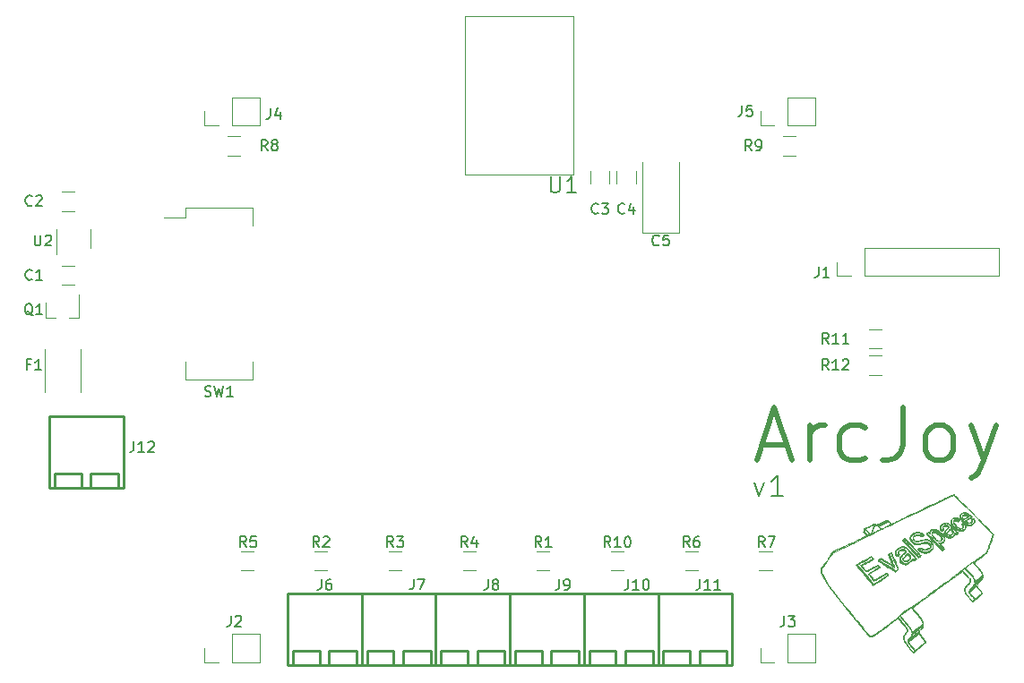
<source format=gbr>
G04 #@! TF.GenerationSoftware,KiCad,Pcbnew,(5.1.0)-1*
G04 #@! TF.CreationDate,2019-04-30T23:12:18+02:00*
G04 #@! TF.ProjectId,ArcJoy,4172634a-6f79-42e6-9b69-6361645f7063,1*
G04 #@! TF.SameCoordinates,Original*
G04 #@! TF.FileFunction,Legend,Top*
G04 #@! TF.FilePolarity,Positive*
%FSLAX46Y46*%
G04 Gerber Fmt 4.6, Leading zero omitted, Abs format (unit mm)*
G04 Created by KiCad (PCBNEW (5.1.0)-1) date 2019-04-30 23:12:18*
%MOMM*%
%LPD*%
G04 APERTURE LIST*
%ADD10C,0.200000*%
%ADD11C,0.500000*%
%ADD12C,0.010000*%
%ADD13C,0.120000*%
%ADD14C,0.254000*%
%ADD15C,0.007620*%
%ADD16C,0.150000*%
G04 APERTURE END LIST*
D10*
X150571428Y-91071428D02*
X151047619Y-92404761D01*
X151523809Y-91071428D01*
X153333333Y-92404761D02*
X152190476Y-92404761D01*
X152761904Y-92404761D02*
X152761904Y-90404761D01*
X152571428Y-90690476D01*
X152380952Y-90880952D01*
X152190476Y-90976190D01*
D11*
X151297619Y-87583333D02*
X153678571Y-87583333D01*
X150821428Y-89011904D02*
X152488095Y-84011904D01*
X154154761Y-89011904D01*
X155821428Y-89011904D02*
X155821428Y-85678571D01*
X155821428Y-86630952D02*
X156059523Y-86154761D01*
X156297619Y-85916666D01*
X156773809Y-85678571D01*
X157250000Y-85678571D01*
X161059523Y-88773809D02*
X160583333Y-89011904D01*
X159630952Y-89011904D01*
X159154761Y-88773809D01*
X158916666Y-88535714D01*
X158678571Y-88059523D01*
X158678571Y-86630952D01*
X158916666Y-86154761D01*
X159154761Y-85916666D01*
X159630952Y-85678571D01*
X160583333Y-85678571D01*
X161059523Y-85916666D01*
X164630952Y-84011904D02*
X164630952Y-87583333D01*
X164392857Y-88297619D01*
X163916666Y-88773809D01*
X163202380Y-89011904D01*
X162726190Y-89011904D01*
X167726190Y-89011904D02*
X167250000Y-88773809D01*
X167011904Y-88535714D01*
X166773809Y-88059523D01*
X166773809Y-86630952D01*
X167011904Y-86154761D01*
X167250000Y-85916666D01*
X167726190Y-85678571D01*
X168440476Y-85678571D01*
X168916666Y-85916666D01*
X169154761Y-86154761D01*
X169392857Y-86630952D01*
X169392857Y-88059523D01*
X169154761Y-88535714D01*
X168916666Y-88773809D01*
X168440476Y-89011904D01*
X167726190Y-89011904D01*
X171059523Y-85678571D02*
X172250000Y-89011904D01*
X173440476Y-85678571D02*
X172250000Y-89011904D01*
X171773809Y-90202380D01*
X171535714Y-90440476D01*
X171059523Y-90678571D01*
D12*
G36*
X170590127Y-94101323D02*
G01*
X170690554Y-94131778D01*
X170778492Y-94174991D01*
X170841541Y-94224790D01*
X170867304Y-94275001D01*
X170867393Y-94277886D01*
X170846881Y-94298473D01*
X170792373Y-94337153D01*
X170714399Y-94387573D01*
X170623493Y-94443375D01*
X170530185Y-94498205D01*
X170445008Y-94545707D01*
X170378494Y-94579526D01*
X170346342Y-94592317D01*
X170318627Y-94576600D01*
X170280380Y-94528530D01*
X170262964Y-94499959D01*
X170215063Y-94377512D01*
X170213903Y-94319753D01*
X170266965Y-94319753D01*
X170280932Y-94384254D01*
X170308561Y-94447006D01*
X170342420Y-94488930D01*
X170361211Y-94496200D01*
X170395718Y-94484494D01*
X170460924Y-94453598D01*
X170543603Y-94409838D01*
X170555491Y-94403229D01*
X170721737Y-94310259D01*
X170628051Y-94262196D01*
X170540100Y-94231828D01*
X170519761Y-94229500D01*
X170715000Y-94229500D01*
X170727700Y-94242200D01*
X170740400Y-94229500D01*
X170727700Y-94216800D01*
X170715000Y-94229500D01*
X170519761Y-94229500D01*
X170443774Y-94220803D01*
X170355300Y-94228647D01*
X170290906Y-94254881D01*
X170274094Y-94272581D01*
X170266965Y-94319753D01*
X170213903Y-94319753D01*
X170212895Y-94269653D01*
X170243143Y-94204100D01*
X170664200Y-94204100D01*
X170676900Y-94216800D01*
X170689600Y-94204100D01*
X170676900Y-94191400D01*
X170664200Y-94204100D01*
X170243143Y-94204100D01*
X170253261Y-94182173D01*
X170332962Y-94120862D01*
X170448798Y-94091508D01*
X170489610Y-94089800D01*
X170590127Y-94101323D01*
X170590127Y-94101323D01*
G37*
X170590127Y-94101323D02*
X170690554Y-94131778D01*
X170778492Y-94174991D01*
X170841541Y-94224790D01*
X170867304Y-94275001D01*
X170867393Y-94277886D01*
X170846881Y-94298473D01*
X170792373Y-94337153D01*
X170714399Y-94387573D01*
X170623493Y-94443375D01*
X170530185Y-94498205D01*
X170445008Y-94545707D01*
X170378494Y-94579526D01*
X170346342Y-94592317D01*
X170318627Y-94576600D01*
X170280380Y-94528530D01*
X170262964Y-94499959D01*
X170215063Y-94377512D01*
X170213903Y-94319753D01*
X170266965Y-94319753D01*
X170280932Y-94384254D01*
X170308561Y-94447006D01*
X170342420Y-94488930D01*
X170361211Y-94496200D01*
X170395718Y-94484494D01*
X170460924Y-94453598D01*
X170543603Y-94409838D01*
X170555491Y-94403229D01*
X170721737Y-94310259D01*
X170628051Y-94262196D01*
X170540100Y-94231828D01*
X170519761Y-94229500D01*
X170715000Y-94229500D01*
X170727700Y-94242200D01*
X170740400Y-94229500D01*
X170727700Y-94216800D01*
X170715000Y-94229500D01*
X170519761Y-94229500D01*
X170443774Y-94220803D01*
X170355300Y-94228647D01*
X170290906Y-94254881D01*
X170274094Y-94272581D01*
X170266965Y-94319753D01*
X170213903Y-94319753D01*
X170212895Y-94269653D01*
X170243143Y-94204100D01*
X170664200Y-94204100D01*
X170676900Y-94216800D01*
X170689600Y-94204100D01*
X170676900Y-94191400D01*
X170664200Y-94204100D01*
X170243143Y-94204100D01*
X170253261Y-94182173D01*
X170332962Y-94120862D01*
X170448798Y-94091508D01*
X170489610Y-94089800D01*
X170590127Y-94101323D01*
G36*
X169190845Y-95456759D02*
G01*
X169246244Y-95509635D01*
X169300353Y-95580523D01*
X169341985Y-95655317D01*
X169358071Y-95704278D01*
X169354514Y-95810289D01*
X169311991Y-95915117D01*
X169239207Y-96000027D01*
X169211578Y-96019548D01*
X169107736Y-96060421D01*
X168992986Y-96070862D01*
X168886403Y-96050931D01*
X168826125Y-96018356D01*
X168776012Y-95961739D01*
X168759468Y-95886793D01*
X168759200Y-95871625D01*
X168759216Y-95871438D01*
X168810000Y-95871438D01*
X168831600Y-95921681D01*
X168884772Y-95971975D01*
X168952071Y-96009025D01*
X169005186Y-96020200D01*
X169072339Y-96008403D01*
X169139919Y-95982245D01*
X169205010Y-95937826D01*
X169250955Y-95890552D01*
X169272395Y-95850891D01*
X169270050Y-95811670D01*
X169242058Y-95752438D01*
X169237627Y-95744357D01*
X169192199Y-95671344D01*
X169145665Y-95610087D01*
X169138111Y-95601887D01*
X169112312Y-95578145D01*
X169088648Y-95572366D01*
X169057011Y-95589275D01*
X169007292Y-95633598D01*
X168949781Y-95689919D01*
X168882847Y-95761364D01*
X168833390Y-95824337D01*
X168810571Y-95866940D01*
X168810000Y-95871438D01*
X168759216Y-95871438D01*
X168763454Y-95822591D01*
X168780845Y-95777344D01*
X168818315Y-95725199D01*
X168882807Y-95655470D01*
X168931287Y-95606768D01*
X169010188Y-95532627D01*
X169079767Y-95474734D01*
X169129898Y-95441167D01*
X169145338Y-95436000D01*
X169190845Y-95456759D01*
X169190845Y-95456759D01*
G37*
X169190845Y-95456759D02*
X169246244Y-95509635D01*
X169300353Y-95580523D01*
X169341985Y-95655317D01*
X169358071Y-95704278D01*
X169354514Y-95810289D01*
X169311991Y-95915117D01*
X169239207Y-96000027D01*
X169211578Y-96019548D01*
X169107736Y-96060421D01*
X168992986Y-96070862D01*
X168886403Y-96050931D01*
X168826125Y-96018356D01*
X168776012Y-95961739D01*
X168759468Y-95886793D01*
X168759200Y-95871625D01*
X168759216Y-95871438D01*
X168810000Y-95871438D01*
X168831600Y-95921681D01*
X168884772Y-95971975D01*
X168952071Y-96009025D01*
X169005186Y-96020200D01*
X169072339Y-96008403D01*
X169139919Y-95982245D01*
X169205010Y-95937826D01*
X169250955Y-95890552D01*
X169272395Y-95850891D01*
X169270050Y-95811670D01*
X169242058Y-95752438D01*
X169237627Y-95744357D01*
X169192199Y-95671344D01*
X169145665Y-95610087D01*
X169138111Y-95601887D01*
X169112312Y-95578145D01*
X169088648Y-95572366D01*
X169057011Y-95589275D01*
X169007292Y-95633598D01*
X168949781Y-95689919D01*
X168882847Y-95761364D01*
X168833390Y-95824337D01*
X168810571Y-95866940D01*
X168810000Y-95871438D01*
X168759216Y-95871438D01*
X168763454Y-95822591D01*
X168780845Y-95777344D01*
X168818315Y-95725199D01*
X168882807Y-95655470D01*
X168931287Y-95606768D01*
X169010188Y-95532627D01*
X169079767Y-95474734D01*
X169129898Y-95441167D01*
X169145338Y-95436000D01*
X169190845Y-95456759D01*
G36*
X167750377Y-95715482D02*
G01*
X167867834Y-95755634D01*
X167983532Y-95829059D01*
X168107920Y-95941264D01*
X168144789Y-95979389D01*
X168261598Y-96122539D01*
X168331977Y-96255046D01*
X168355540Y-96375255D01*
X168331905Y-96481509D01*
X168278553Y-96555553D01*
X168228893Y-96598713D01*
X168178441Y-96620804D01*
X168107401Y-96628342D01*
X168056303Y-96628677D01*
X167923316Y-96615326D01*
X167819400Y-96580441D01*
X167693175Y-96496540D01*
X167567233Y-96384039D01*
X167459843Y-96260519D01*
X167411792Y-96188218D01*
X167351695Y-96049774D01*
X167343411Y-95979894D01*
X167398692Y-95979894D01*
X167432037Y-96077511D01*
X167495228Y-96185696D01*
X167581894Y-96295889D01*
X167685663Y-96399530D01*
X167800162Y-96488057D01*
X167868675Y-96528946D01*
X167978695Y-96568095D01*
X168088399Y-96574730D01*
X168180589Y-96548295D01*
X168194748Y-96539459D01*
X168242094Y-96478812D01*
X168244707Y-96395228D01*
X168202660Y-96289710D01*
X168172688Y-96240578D01*
X168089117Y-96134500D01*
X168175000Y-96134500D01*
X168187700Y-96147200D01*
X168200400Y-96134500D01*
X168187700Y-96121800D01*
X168175000Y-96134500D01*
X168089117Y-96134500D01*
X168058854Y-96096088D01*
X167928429Y-95976256D01*
X167790248Y-95886868D01*
X167759845Y-95875080D01*
X167925094Y-95875080D01*
X167931274Y-95889275D01*
X167956849Y-95916543D01*
X167971552Y-95910949D01*
X167971800Y-95907399D01*
X167953758Y-95885915D01*
X167942475Y-95878074D01*
X167925094Y-95875080D01*
X167759845Y-95875080D01*
X167653143Y-95833710D01*
X167612488Y-95829700D01*
X167844800Y-95829700D01*
X167857500Y-95842400D01*
X167870200Y-95829700D01*
X167857500Y-95817000D01*
X167844800Y-95829700D01*
X167612488Y-95829700D01*
X167533568Y-95821916D01*
X167462130Y-95832280D01*
X167423501Y-95856891D01*
X167401565Y-95901406D01*
X167398692Y-95979894D01*
X167343411Y-95979894D01*
X167336926Y-95925194D01*
X167367598Y-95817913D01*
X167377063Y-95804300D01*
X167794000Y-95804300D01*
X167806700Y-95817000D01*
X167819400Y-95804300D01*
X167806700Y-95791600D01*
X167794000Y-95804300D01*
X167377063Y-95804300D01*
X167398156Y-95773966D01*
X167437519Y-95734400D01*
X167480004Y-95712994D01*
X167542472Y-95704379D01*
X167620713Y-95703094D01*
X167750377Y-95715482D01*
X167750377Y-95715482D01*
G37*
X167750377Y-95715482D02*
X167867834Y-95755634D01*
X167983532Y-95829059D01*
X168107920Y-95941264D01*
X168144789Y-95979389D01*
X168261598Y-96122539D01*
X168331977Y-96255046D01*
X168355540Y-96375255D01*
X168331905Y-96481509D01*
X168278553Y-96555553D01*
X168228893Y-96598713D01*
X168178441Y-96620804D01*
X168107401Y-96628342D01*
X168056303Y-96628677D01*
X167923316Y-96615326D01*
X167819400Y-96580441D01*
X167693175Y-96496540D01*
X167567233Y-96384039D01*
X167459843Y-96260519D01*
X167411792Y-96188218D01*
X167351695Y-96049774D01*
X167343411Y-95979894D01*
X167398692Y-95979894D01*
X167432037Y-96077511D01*
X167495228Y-96185696D01*
X167581894Y-96295889D01*
X167685663Y-96399530D01*
X167800162Y-96488057D01*
X167868675Y-96528946D01*
X167978695Y-96568095D01*
X168088399Y-96574730D01*
X168180589Y-96548295D01*
X168194748Y-96539459D01*
X168242094Y-96478812D01*
X168244707Y-96395228D01*
X168202660Y-96289710D01*
X168172688Y-96240578D01*
X168089117Y-96134500D01*
X168175000Y-96134500D01*
X168187700Y-96147200D01*
X168200400Y-96134500D01*
X168187700Y-96121800D01*
X168175000Y-96134500D01*
X168089117Y-96134500D01*
X168058854Y-96096088D01*
X167928429Y-95976256D01*
X167790248Y-95886868D01*
X167759845Y-95875080D01*
X167925094Y-95875080D01*
X167931274Y-95889275D01*
X167956849Y-95916543D01*
X167971552Y-95910949D01*
X167971800Y-95907399D01*
X167953758Y-95885915D01*
X167942475Y-95878074D01*
X167925094Y-95875080D01*
X167759845Y-95875080D01*
X167653143Y-95833710D01*
X167612488Y-95829700D01*
X167844800Y-95829700D01*
X167857500Y-95842400D01*
X167870200Y-95829700D01*
X167857500Y-95817000D01*
X167844800Y-95829700D01*
X167612488Y-95829700D01*
X167533568Y-95821916D01*
X167462130Y-95832280D01*
X167423501Y-95856891D01*
X167401565Y-95901406D01*
X167398692Y-95979894D01*
X167343411Y-95979894D01*
X167336926Y-95925194D01*
X167367598Y-95817913D01*
X167377063Y-95804300D01*
X167794000Y-95804300D01*
X167806700Y-95817000D01*
X167819400Y-95804300D01*
X167806700Y-95791600D01*
X167794000Y-95804300D01*
X167377063Y-95804300D01*
X167398156Y-95773966D01*
X167437519Y-95734400D01*
X167480004Y-95712994D01*
X167542472Y-95704379D01*
X167620713Y-95703094D01*
X167750377Y-95715482D01*
G36*
X165165138Y-97805688D02*
G01*
X165210968Y-97855547D01*
X165240239Y-97895688D01*
X165302617Y-98021994D01*
X165318699Y-98148396D01*
X165292468Y-98267740D01*
X165227906Y-98372867D01*
X165128996Y-98456620D01*
X164999722Y-98511843D01*
X164887172Y-98530111D01*
X164794770Y-98533240D01*
X164734764Y-98525400D01*
X164689240Y-98502637D01*
X164661594Y-98480321D01*
X164609020Y-98413524D01*
X164577321Y-98336088D01*
X164577138Y-98335151D01*
X164575503Y-98322770D01*
X164644400Y-98322770D01*
X164667077Y-98391471D01*
X164726887Y-98443597D01*
X164811495Y-98474138D01*
X164908566Y-98478080D01*
X164982824Y-98460301D01*
X165040051Y-98428992D01*
X165110378Y-98378227D01*
X165136878Y-98356070D01*
X165206435Y-98274725D01*
X165229055Y-98190026D01*
X165204975Y-98095733D01*
X165150202Y-98006403D01*
X165100552Y-97945894D01*
X165058960Y-97907267D01*
X165042849Y-97899800D01*
X165006381Y-97918070D01*
X164947710Y-97966287D01*
X164876154Y-98034560D01*
X164801033Y-98112997D01*
X164731663Y-98191705D01*
X164677363Y-98260795D01*
X164647450Y-98310373D01*
X164644400Y-98322770D01*
X164575503Y-98322770D01*
X164572367Y-98299024D01*
X164577143Y-98266291D01*
X164596826Y-98229353D01*
X164636777Y-98180614D01*
X164702355Y-98112478D01*
X164798921Y-98017348D01*
X164806787Y-98009668D01*
X164919417Y-97902195D01*
X165004447Y-97829933D01*
X165068997Y-97791009D01*
X165120187Y-97783552D01*
X165165138Y-97805688D01*
X165165138Y-97805688D01*
G37*
X165165138Y-97805688D02*
X165210968Y-97855547D01*
X165240239Y-97895688D01*
X165302617Y-98021994D01*
X165318699Y-98148396D01*
X165292468Y-98267740D01*
X165227906Y-98372867D01*
X165128996Y-98456620D01*
X164999722Y-98511843D01*
X164887172Y-98530111D01*
X164794770Y-98533240D01*
X164734764Y-98525400D01*
X164689240Y-98502637D01*
X164661594Y-98480321D01*
X164609020Y-98413524D01*
X164577321Y-98336088D01*
X164577138Y-98335151D01*
X164575503Y-98322770D01*
X164644400Y-98322770D01*
X164667077Y-98391471D01*
X164726887Y-98443597D01*
X164811495Y-98474138D01*
X164908566Y-98478080D01*
X164982824Y-98460301D01*
X165040051Y-98428992D01*
X165110378Y-98378227D01*
X165136878Y-98356070D01*
X165206435Y-98274725D01*
X165229055Y-98190026D01*
X165204975Y-98095733D01*
X165150202Y-98006403D01*
X165100552Y-97945894D01*
X165058960Y-97907267D01*
X165042849Y-97899800D01*
X165006381Y-97918070D01*
X164947710Y-97966287D01*
X164876154Y-98034560D01*
X164801033Y-98112997D01*
X164731663Y-98191705D01*
X164677363Y-98260795D01*
X164647450Y-98310373D01*
X164644400Y-98322770D01*
X164575503Y-98322770D01*
X164572367Y-98299024D01*
X164577143Y-98266291D01*
X164596826Y-98229353D01*
X164636777Y-98180614D01*
X164702355Y-98112478D01*
X164798921Y-98017348D01*
X164806787Y-98009668D01*
X164919417Y-97902195D01*
X165004447Y-97829933D01*
X165068997Y-97791009D01*
X165120187Y-97783552D01*
X165165138Y-97805688D01*
G36*
X172001933Y-99940266D02*
G01*
X172004973Y-99970410D01*
X172001933Y-99974133D01*
X171986833Y-99970646D01*
X171985000Y-99957200D01*
X171994293Y-99936292D01*
X172001933Y-99940266D01*
X172001933Y-99940266D01*
G37*
X172001933Y-99940266D02*
X172004973Y-99970410D01*
X172001933Y-99974133D01*
X171986833Y-99970646D01*
X171985000Y-99957200D01*
X171994293Y-99936292D01*
X172001933Y-99940266D01*
G36*
X171883400Y-100071500D02*
G01*
X171870700Y-100084200D01*
X171858000Y-100071500D01*
X171870700Y-100058800D01*
X171883400Y-100071500D01*
X171883400Y-100071500D01*
G37*
X171883400Y-100071500D02*
X171870700Y-100084200D01*
X171858000Y-100071500D01*
X171870700Y-100058800D01*
X171883400Y-100071500D01*
G36*
X171756400Y-100173100D02*
G01*
X171743700Y-100185800D01*
X171731000Y-100173100D01*
X171743700Y-100160400D01*
X171756400Y-100173100D01*
X171756400Y-100173100D01*
G37*
X171756400Y-100173100D02*
X171743700Y-100185800D01*
X171731000Y-100173100D01*
X171743700Y-100160400D01*
X171756400Y-100173100D01*
G36*
X171629400Y-100274700D02*
G01*
X171616700Y-100287400D01*
X171604000Y-100274700D01*
X171616700Y-100262000D01*
X171629400Y-100274700D01*
X171629400Y-100274700D01*
G37*
X171629400Y-100274700D02*
X171616700Y-100287400D01*
X171604000Y-100274700D01*
X171616700Y-100262000D01*
X171629400Y-100274700D01*
G36*
X171502400Y-100376300D02*
G01*
X171489700Y-100389000D01*
X171477000Y-100376300D01*
X171489700Y-100363600D01*
X171502400Y-100376300D01*
X171502400Y-100376300D01*
G37*
X171502400Y-100376300D02*
X171489700Y-100389000D01*
X171477000Y-100376300D01*
X171489700Y-100363600D01*
X171502400Y-100376300D01*
G36*
X170531759Y-93931988D02*
G01*
X170635197Y-93958619D01*
X170719750Y-93995635D01*
X170816440Y-94049619D01*
X170915750Y-94115837D01*
X171008027Y-94186466D01*
X171083614Y-94253680D01*
X171132854Y-94309653D01*
X171146800Y-94341728D01*
X171123936Y-94374862D01*
X171056761Y-94427064D01*
X170947400Y-94496800D01*
X170866115Y-94544313D01*
X170761157Y-94606742D01*
X170675609Y-94662552D01*
X170617517Y-94706125D01*
X170594927Y-94731839D01*
X170595040Y-94733646D01*
X170627553Y-94771091D01*
X170692139Y-94812375D01*
X170771592Y-94849012D01*
X170848703Y-94872514D01*
X170885254Y-94876782D01*
X170967163Y-94867140D01*
X171033311Y-94846808D01*
X171080272Y-94815749D01*
X171088116Y-94772751D01*
X171083767Y-94751558D01*
X171059448Y-94644741D01*
X171054949Y-94575658D01*
X171075755Y-94533306D01*
X171127351Y-94506685D01*
X171215223Y-94484791D01*
X171216958Y-94484419D01*
X171268567Y-94476935D01*
X171301080Y-94489766D01*
X171329373Y-94533247D01*
X171349750Y-94576664D01*
X171394965Y-94712584D01*
X171396082Y-94830576D01*
X171351236Y-94936545D01*
X171258559Y-95036399D01*
X171187456Y-95090210D01*
X171107737Y-95142619D01*
X171047862Y-95170813D01*
X170986898Y-95180875D01*
X170903911Y-95178886D01*
X170886058Y-95177784D01*
X170772980Y-95162318D01*
X170666434Y-95134007D01*
X170621447Y-95115622D01*
X170575926Y-95093100D01*
X170740400Y-95093100D01*
X170753100Y-95105800D01*
X170765800Y-95093100D01*
X170753100Y-95080400D01*
X170740400Y-95093100D01*
X170575926Y-95093100D01*
X170516333Y-95063616D01*
X170539466Y-95124461D01*
X170559683Y-95225779D01*
X170552555Y-95334400D01*
X170522256Y-95435707D01*
X170472958Y-95515085D01*
X170416404Y-95555475D01*
X170367109Y-95582289D01*
X170306206Y-95626021D01*
X170300301Y-95630822D01*
X170206582Y-95676926D01*
X170083985Y-95689795D01*
X169942043Y-95669444D01*
X169823268Y-95630203D01*
X169758293Y-95601100D01*
X169927600Y-95601100D01*
X169940300Y-95613800D01*
X169953000Y-95601100D01*
X169940300Y-95588400D01*
X169927600Y-95601100D01*
X169758293Y-95601100D01*
X169719930Y-95583917D01*
X169705616Y-95575700D01*
X169851400Y-95575700D01*
X169864100Y-95588400D01*
X169876800Y-95575700D01*
X169864100Y-95563000D01*
X169851400Y-95575700D01*
X169705616Y-95575700D01*
X169661368Y-95550300D01*
X169800600Y-95550300D01*
X169813300Y-95563000D01*
X169826000Y-95550300D01*
X169813300Y-95537600D01*
X169800600Y-95550300D01*
X169661368Y-95550300D01*
X169633174Y-95534116D01*
X169621009Y-95524900D01*
X169749800Y-95524900D01*
X169762500Y-95537600D01*
X169775200Y-95524900D01*
X169762500Y-95512200D01*
X169749800Y-95524900D01*
X169621009Y-95524900D01*
X169587478Y-95499500D01*
X169699000Y-95499500D01*
X169711700Y-95512200D01*
X169724400Y-95499500D01*
X169711700Y-95486800D01*
X169699000Y-95499500D01*
X169587478Y-95499500D01*
X169550480Y-95471474D01*
X169492876Y-95417880D01*
X169601494Y-95417880D01*
X169607674Y-95432075D01*
X169633249Y-95459343D01*
X169647952Y-95453749D01*
X169648200Y-95450199D01*
X169630158Y-95428715D01*
X169618875Y-95420874D01*
X169601494Y-95417880D01*
X169492876Y-95417880D01*
X169459325Y-95386666D01*
X169363726Y-95287946D01*
X169247593Y-95153875D01*
X169221045Y-95113080D01*
X169296694Y-95113080D01*
X169302874Y-95127275D01*
X169328449Y-95154543D01*
X169343152Y-95148949D01*
X169343400Y-95145399D01*
X169325358Y-95123915D01*
X169314075Y-95116074D01*
X169296694Y-95113080D01*
X169221045Y-95113080D01*
X169174982Y-95042300D01*
X169241800Y-95042300D01*
X169254500Y-95055000D01*
X169267200Y-95042300D01*
X169254500Y-95029600D01*
X169241800Y-95042300D01*
X169174982Y-95042300D01*
X169171299Y-95036642D01*
X169131065Y-94927044D01*
X169123112Y-94815877D01*
X169134995Y-94730922D01*
X169145214Y-94691505D01*
X169213137Y-94691505D01*
X169215410Y-94797822D01*
X169217607Y-94806333D01*
X169246044Y-94874493D01*
X169295493Y-94962502D01*
X169352112Y-95046860D01*
X169500998Y-95223766D01*
X169659417Y-95365853D01*
X169822307Y-95470623D01*
X169984609Y-95535576D01*
X170141260Y-95558215D01*
X170287202Y-95536041D01*
X170318976Y-95524233D01*
X170398958Y-95471958D01*
X170465699Y-95395425D01*
X170505812Y-95312114D01*
X170511705Y-95272569D01*
X170501012Y-95220806D01*
X170473909Y-95147235D01*
X170458734Y-95113819D01*
X170429559Y-95063466D01*
X170672666Y-95063466D01*
X170676153Y-95078566D01*
X170689600Y-95080400D01*
X170710507Y-95071106D01*
X170706533Y-95063466D01*
X170676389Y-95060426D01*
X170672666Y-95063466D01*
X170429559Y-95063466D01*
X170417408Y-95042495D01*
X170417169Y-95042300D01*
X170613400Y-95042300D01*
X170626100Y-95055000D01*
X170638800Y-95042300D01*
X170626100Y-95029600D01*
X170613400Y-95042300D01*
X170417169Y-95042300D01*
X170377175Y-95009805D01*
X170343781Y-95004200D01*
X170303251Y-95007131D01*
X170295909Y-95025318D01*
X170317403Y-95072853D01*
X170320647Y-95079138D01*
X170356268Y-95185038D01*
X170344145Y-95277739D01*
X170285153Y-95361753D01*
X170192301Y-95420708D01*
X170077841Y-95438926D01*
X169948556Y-95417793D01*
X169811230Y-95358696D01*
X169672648Y-95263024D01*
X169632902Y-95228370D01*
X169511439Y-95100818D01*
X169425382Y-94975603D01*
X169376447Y-94857980D01*
X169366353Y-94753203D01*
X169389725Y-94686700D01*
X169775200Y-94686700D01*
X169787900Y-94699400D01*
X169800600Y-94686700D01*
X169787900Y-94674000D01*
X169775200Y-94686700D01*
X169389725Y-94686700D01*
X169396815Y-94666528D01*
X169401718Y-94661300D01*
X169724400Y-94661300D01*
X169737100Y-94674000D01*
X169749800Y-94661300D01*
X169737100Y-94648600D01*
X169724400Y-94661300D01*
X169401718Y-94661300D01*
X169435725Y-94625043D01*
X169521568Y-94585260D01*
X169630420Y-94572687D01*
X169741925Y-94588073D01*
X169802607Y-94611538D01*
X169872645Y-94635896D01*
X169916351Y-94625984D01*
X169927600Y-94595132D01*
X169905228Y-94567196D01*
X169847406Y-94533020D01*
X169768071Y-94498257D01*
X169681161Y-94468555D01*
X169600614Y-94449567D01*
X169558903Y-94445648D01*
X169433941Y-94464657D01*
X169329756Y-94517151D01*
X169253704Y-94595358D01*
X169213137Y-94691505D01*
X169145214Y-94691505D01*
X169158144Y-94641637D01*
X169185465Y-94565384D01*
X169201200Y-94534549D01*
X169276310Y-94463290D01*
X169385075Y-94416575D01*
X169515937Y-94395789D01*
X169657337Y-94402318D01*
X169797717Y-94437544D01*
X169845474Y-94457376D01*
X169920975Y-94497854D01*
X169975990Y-94537222D01*
X169994504Y-94559412D01*
X169989307Y-94599086D01*
X169962320Y-94659798D01*
X169923591Y-94724820D01*
X169883167Y-94777424D01*
X169851097Y-94800881D01*
X169849397Y-94801000D01*
X169816256Y-94789100D01*
X169758948Y-94759464D01*
X169740192Y-94748659D01*
X169654142Y-94712903D01*
X169566140Y-94700146D01*
X169489591Y-94709476D01*
X169437902Y-94739982D01*
X169424065Y-94770152D01*
X169435350Y-94843366D01*
X169481182Y-94935245D01*
X169553647Y-95036566D01*
X169644830Y-95138106D01*
X169746816Y-95230642D01*
X169851692Y-95304951D01*
X169909009Y-95335289D01*
X170029671Y-95376569D01*
X170126487Y-95377809D01*
X170206849Y-95339029D01*
X170210536Y-95336067D01*
X170270500Y-95286935D01*
X170212331Y-95175700D01*
X170174379Y-95080941D01*
X170176434Y-95015016D01*
X170201286Y-94991500D01*
X170537200Y-94991500D01*
X170549900Y-95004200D01*
X170562600Y-94991500D01*
X170549900Y-94978800D01*
X170537200Y-94991500D01*
X170201286Y-94991500D01*
X170219279Y-94974475D01*
X170261007Y-94961648D01*
X170312833Y-94949758D01*
X170334000Y-94941924D01*
X170328638Y-94935280D01*
X170465094Y-94935280D01*
X170471274Y-94949475D01*
X170496849Y-94976743D01*
X170511552Y-94971149D01*
X170511800Y-94967599D01*
X170493758Y-94946115D01*
X170482475Y-94938274D01*
X170465094Y-94935280D01*
X170328638Y-94935280D01*
X170318127Y-94922259D01*
X170276504Y-94875612D01*
X170218125Y-94812062D01*
X170217835Y-94811749D01*
X170157027Y-94737500D01*
X170245100Y-94737500D01*
X170293486Y-94794650D01*
X170338521Y-94842644D01*
X170358136Y-94849573D01*
X170359400Y-94843036D01*
X170342270Y-94822293D01*
X170302250Y-94785886D01*
X170245100Y-94737500D01*
X170157027Y-94737500D01*
X170122537Y-94695387D01*
X170068677Y-94610500D01*
X170130800Y-94610500D01*
X170143500Y-94623200D01*
X170156200Y-94610500D01*
X170143500Y-94597800D01*
X170130800Y-94610500D01*
X170068677Y-94610500D01*
X170046443Y-94575459D01*
X169996188Y-94464076D01*
X169978400Y-94374654D01*
X169985717Y-94307680D01*
X170001163Y-94234013D01*
X170065480Y-94234013D01*
X170066684Y-94281590D01*
X170085850Y-94340565D01*
X170126176Y-94427152D01*
X170128365Y-94431603D01*
X170210806Y-94563185D01*
X170326339Y-94700005D01*
X170460955Y-94828276D01*
X170600645Y-94934208D01*
X170692757Y-94987111D01*
X170845011Y-95039854D01*
X170995049Y-95053290D01*
X171130791Y-95026889D01*
X171172596Y-95008187D01*
X171245341Y-94952947D01*
X171305434Y-94880227D01*
X171310290Y-94871865D01*
X171338578Y-94815449D01*
X171346510Y-94771939D01*
X171334540Y-94719130D01*
X171314540Y-94664678D01*
X171278195Y-94587380D01*
X171241649Y-94551849D01*
X171218072Y-94547000D01*
X171185167Y-94553116D01*
X171175835Y-94580877D01*
X171183825Y-94639107D01*
X171187415Y-94754819D01*
X171149532Y-94841329D01*
X171070484Y-94898335D01*
X170950580Y-94925533D01*
X170890592Y-94928000D01*
X170790855Y-94916121D01*
X170688601Y-94884678D01*
X170596045Y-94839954D01*
X170525401Y-94788237D01*
X170488883Y-94735812D01*
X170486400Y-94719981D01*
X170507442Y-94693521D01*
X170565213Y-94648718D01*
X170651672Y-94591244D01*
X170758782Y-94526771D01*
X170766531Y-94522322D01*
X170873308Y-94460337D01*
X170963158Y-94406537D01*
X171027305Y-94366296D01*
X171056975Y-94344987D01*
X171057782Y-94343990D01*
X171046444Y-94317875D01*
X171001401Y-94272791D01*
X170932351Y-94216163D01*
X170848993Y-94155416D01*
X170761028Y-94097974D01*
X170678154Y-94051261D01*
X170670191Y-94047305D01*
X170526108Y-93995690D01*
X170388570Y-93981201D01*
X170265600Y-94002015D01*
X170165219Y-94056310D01*
X170095451Y-94142262D01*
X170079037Y-94181617D01*
X170065480Y-94234013D01*
X170001163Y-94234013D01*
X170004324Y-94218938D01*
X170016951Y-94172402D01*
X170067530Y-94059610D01*
X170144604Y-93983152D01*
X170253931Y-93939403D01*
X170401270Y-93924735D01*
X170410200Y-93924700D01*
X170531759Y-93931988D01*
X170531759Y-93931988D01*
G37*
X170531759Y-93931988D02*
X170635197Y-93958619D01*
X170719750Y-93995635D01*
X170816440Y-94049619D01*
X170915750Y-94115837D01*
X171008027Y-94186466D01*
X171083614Y-94253680D01*
X171132854Y-94309653D01*
X171146800Y-94341728D01*
X171123936Y-94374862D01*
X171056761Y-94427064D01*
X170947400Y-94496800D01*
X170866115Y-94544313D01*
X170761157Y-94606742D01*
X170675609Y-94662552D01*
X170617517Y-94706125D01*
X170594927Y-94731839D01*
X170595040Y-94733646D01*
X170627553Y-94771091D01*
X170692139Y-94812375D01*
X170771592Y-94849012D01*
X170848703Y-94872514D01*
X170885254Y-94876782D01*
X170967163Y-94867140D01*
X171033311Y-94846808D01*
X171080272Y-94815749D01*
X171088116Y-94772751D01*
X171083767Y-94751558D01*
X171059448Y-94644741D01*
X171054949Y-94575658D01*
X171075755Y-94533306D01*
X171127351Y-94506685D01*
X171215223Y-94484791D01*
X171216958Y-94484419D01*
X171268567Y-94476935D01*
X171301080Y-94489766D01*
X171329373Y-94533247D01*
X171349750Y-94576664D01*
X171394965Y-94712584D01*
X171396082Y-94830576D01*
X171351236Y-94936545D01*
X171258559Y-95036399D01*
X171187456Y-95090210D01*
X171107737Y-95142619D01*
X171047862Y-95170813D01*
X170986898Y-95180875D01*
X170903911Y-95178886D01*
X170886058Y-95177784D01*
X170772980Y-95162318D01*
X170666434Y-95134007D01*
X170621447Y-95115622D01*
X170575926Y-95093100D01*
X170740400Y-95093100D01*
X170753100Y-95105800D01*
X170765800Y-95093100D01*
X170753100Y-95080400D01*
X170740400Y-95093100D01*
X170575926Y-95093100D01*
X170516333Y-95063616D01*
X170539466Y-95124461D01*
X170559683Y-95225779D01*
X170552555Y-95334400D01*
X170522256Y-95435707D01*
X170472958Y-95515085D01*
X170416404Y-95555475D01*
X170367109Y-95582289D01*
X170306206Y-95626021D01*
X170300301Y-95630822D01*
X170206582Y-95676926D01*
X170083985Y-95689795D01*
X169942043Y-95669444D01*
X169823268Y-95630203D01*
X169758293Y-95601100D01*
X169927600Y-95601100D01*
X169940300Y-95613800D01*
X169953000Y-95601100D01*
X169940300Y-95588400D01*
X169927600Y-95601100D01*
X169758293Y-95601100D01*
X169719930Y-95583917D01*
X169705616Y-95575700D01*
X169851400Y-95575700D01*
X169864100Y-95588400D01*
X169876800Y-95575700D01*
X169864100Y-95563000D01*
X169851400Y-95575700D01*
X169705616Y-95575700D01*
X169661368Y-95550300D01*
X169800600Y-95550300D01*
X169813300Y-95563000D01*
X169826000Y-95550300D01*
X169813300Y-95537600D01*
X169800600Y-95550300D01*
X169661368Y-95550300D01*
X169633174Y-95534116D01*
X169621009Y-95524900D01*
X169749800Y-95524900D01*
X169762500Y-95537600D01*
X169775200Y-95524900D01*
X169762500Y-95512200D01*
X169749800Y-95524900D01*
X169621009Y-95524900D01*
X169587478Y-95499500D01*
X169699000Y-95499500D01*
X169711700Y-95512200D01*
X169724400Y-95499500D01*
X169711700Y-95486800D01*
X169699000Y-95499500D01*
X169587478Y-95499500D01*
X169550480Y-95471474D01*
X169492876Y-95417880D01*
X169601494Y-95417880D01*
X169607674Y-95432075D01*
X169633249Y-95459343D01*
X169647952Y-95453749D01*
X169648200Y-95450199D01*
X169630158Y-95428715D01*
X169618875Y-95420874D01*
X169601494Y-95417880D01*
X169492876Y-95417880D01*
X169459325Y-95386666D01*
X169363726Y-95287946D01*
X169247593Y-95153875D01*
X169221045Y-95113080D01*
X169296694Y-95113080D01*
X169302874Y-95127275D01*
X169328449Y-95154543D01*
X169343152Y-95148949D01*
X169343400Y-95145399D01*
X169325358Y-95123915D01*
X169314075Y-95116074D01*
X169296694Y-95113080D01*
X169221045Y-95113080D01*
X169174982Y-95042300D01*
X169241800Y-95042300D01*
X169254500Y-95055000D01*
X169267200Y-95042300D01*
X169254500Y-95029600D01*
X169241800Y-95042300D01*
X169174982Y-95042300D01*
X169171299Y-95036642D01*
X169131065Y-94927044D01*
X169123112Y-94815877D01*
X169134995Y-94730922D01*
X169145214Y-94691505D01*
X169213137Y-94691505D01*
X169215410Y-94797822D01*
X169217607Y-94806333D01*
X169246044Y-94874493D01*
X169295493Y-94962502D01*
X169352112Y-95046860D01*
X169500998Y-95223766D01*
X169659417Y-95365853D01*
X169822307Y-95470623D01*
X169984609Y-95535576D01*
X170141260Y-95558215D01*
X170287202Y-95536041D01*
X170318976Y-95524233D01*
X170398958Y-95471958D01*
X170465699Y-95395425D01*
X170505812Y-95312114D01*
X170511705Y-95272569D01*
X170501012Y-95220806D01*
X170473909Y-95147235D01*
X170458734Y-95113819D01*
X170429559Y-95063466D01*
X170672666Y-95063466D01*
X170676153Y-95078566D01*
X170689600Y-95080400D01*
X170710507Y-95071106D01*
X170706533Y-95063466D01*
X170676389Y-95060426D01*
X170672666Y-95063466D01*
X170429559Y-95063466D01*
X170417408Y-95042495D01*
X170417169Y-95042300D01*
X170613400Y-95042300D01*
X170626100Y-95055000D01*
X170638800Y-95042300D01*
X170626100Y-95029600D01*
X170613400Y-95042300D01*
X170417169Y-95042300D01*
X170377175Y-95009805D01*
X170343781Y-95004200D01*
X170303251Y-95007131D01*
X170295909Y-95025318D01*
X170317403Y-95072853D01*
X170320647Y-95079138D01*
X170356268Y-95185038D01*
X170344145Y-95277739D01*
X170285153Y-95361753D01*
X170192301Y-95420708D01*
X170077841Y-95438926D01*
X169948556Y-95417793D01*
X169811230Y-95358696D01*
X169672648Y-95263024D01*
X169632902Y-95228370D01*
X169511439Y-95100818D01*
X169425382Y-94975603D01*
X169376447Y-94857980D01*
X169366353Y-94753203D01*
X169389725Y-94686700D01*
X169775200Y-94686700D01*
X169787900Y-94699400D01*
X169800600Y-94686700D01*
X169787900Y-94674000D01*
X169775200Y-94686700D01*
X169389725Y-94686700D01*
X169396815Y-94666528D01*
X169401718Y-94661300D01*
X169724400Y-94661300D01*
X169737100Y-94674000D01*
X169749800Y-94661300D01*
X169737100Y-94648600D01*
X169724400Y-94661300D01*
X169401718Y-94661300D01*
X169435725Y-94625043D01*
X169521568Y-94585260D01*
X169630420Y-94572687D01*
X169741925Y-94588073D01*
X169802607Y-94611538D01*
X169872645Y-94635896D01*
X169916351Y-94625984D01*
X169927600Y-94595132D01*
X169905228Y-94567196D01*
X169847406Y-94533020D01*
X169768071Y-94498257D01*
X169681161Y-94468555D01*
X169600614Y-94449567D01*
X169558903Y-94445648D01*
X169433941Y-94464657D01*
X169329756Y-94517151D01*
X169253704Y-94595358D01*
X169213137Y-94691505D01*
X169145214Y-94691505D01*
X169158144Y-94641637D01*
X169185465Y-94565384D01*
X169201200Y-94534549D01*
X169276310Y-94463290D01*
X169385075Y-94416575D01*
X169515937Y-94395789D01*
X169657337Y-94402318D01*
X169797717Y-94437544D01*
X169845474Y-94457376D01*
X169920975Y-94497854D01*
X169975990Y-94537222D01*
X169994504Y-94559412D01*
X169989307Y-94599086D01*
X169962320Y-94659798D01*
X169923591Y-94724820D01*
X169883167Y-94777424D01*
X169851097Y-94800881D01*
X169849397Y-94801000D01*
X169816256Y-94789100D01*
X169758948Y-94759464D01*
X169740192Y-94748659D01*
X169654142Y-94712903D01*
X169566140Y-94700146D01*
X169489591Y-94709476D01*
X169437902Y-94739982D01*
X169424065Y-94770152D01*
X169435350Y-94843366D01*
X169481182Y-94935245D01*
X169553647Y-95036566D01*
X169644830Y-95138106D01*
X169746816Y-95230642D01*
X169851692Y-95304951D01*
X169909009Y-95335289D01*
X170029671Y-95376569D01*
X170126487Y-95377809D01*
X170206849Y-95339029D01*
X170210536Y-95336067D01*
X170270500Y-95286935D01*
X170212331Y-95175700D01*
X170174379Y-95080941D01*
X170176434Y-95015016D01*
X170201286Y-94991500D01*
X170537200Y-94991500D01*
X170549900Y-95004200D01*
X170562600Y-94991500D01*
X170549900Y-94978800D01*
X170537200Y-94991500D01*
X170201286Y-94991500D01*
X170219279Y-94974475D01*
X170261007Y-94961648D01*
X170312833Y-94949758D01*
X170334000Y-94941924D01*
X170328638Y-94935280D01*
X170465094Y-94935280D01*
X170471274Y-94949475D01*
X170496849Y-94976743D01*
X170511552Y-94971149D01*
X170511800Y-94967599D01*
X170493758Y-94946115D01*
X170482475Y-94938274D01*
X170465094Y-94935280D01*
X170328638Y-94935280D01*
X170318127Y-94922259D01*
X170276504Y-94875612D01*
X170218125Y-94812062D01*
X170217835Y-94811749D01*
X170157027Y-94737500D01*
X170245100Y-94737500D01*
X170293486Y-94794650D01*
X170338521Y-94842644D01*
X170358136Y-94849573D01*
X170359400Y-94843036D01*
X170342270Y-94822293D01*
X170302250Y-94785886D01*
X170245100Y-94737500D01*
X170157027Y-94737500D01*
X170122537Y-94695387D01*
X170068677Y-94610500D01*
X170130800Y-94610500D01*
X170143500Y-94623200D01*
X170156200Y-94610500D01*
X170143500Y-94597800D01*
X170130800Y-94610500D01*
X170068677Y-94610500D01*
X170046443Y-94575459D01*
X169996188Y-94464076D01*
X169978400Y-94374654D01*
X169985717Y-94307680D01*
X170001163Y-94234013D01*
X170065480Y-94234013D01*
X170066684Y-94281590D01*
X170085850Y-94340565D01*
X170126176Y-94427152D01*
X170128365Y-94431603D01*
X170210806Y-94563185D01*
X170326339Y-94700005D01*
X170460955Y-94828276D01*
X170600645Y-94934208D01*
X170692757Y-94987111D01*
X170845011Y-95039854D01*
X170995049Y-95053290D01*
X171130791Y-95026889D01*
X171172596Y-95008187D01*
X171245341Y-94952947D01*
X171305434Y-94880227D01*
X171310290Y-94871865D01*
X171338578Y-94815449D01*
X171346510Y-94771939D01*
X171334540Y-94719130D01*
X171314540Y-94664678D01*
X171278195Y-94587380D01*
X171241649Y-94551849D01*
X171218072Y-94547000D01*
X171185167Y-94553116D01*
X171175835Y-94580877D01*
X171183825Y-94639107D01*
X171187415Y-94754819D01*
X171149532Y-94841329D01*
X171070484Y-94898335D01*
X170950580Y-94925533D01*
X170890592Y-94928000D01*
X170790855Y-94916121D01*
X170688601Y-94884678D01*
X170596045Y-94839954D01*
X170525401Y-94788237D01*
X170488883Y-94735812D01*
X170486400Y-94719981D01*
X170507442Y-94693521D01*
X170565213Y-94648718D01*
X170651672Y-94591244D01*
X170758782Y-94526771D01*
X170766531Y-94522322D01*
X170873308Y-94460337D01*
X170963158Y-94406537D01*
X171027305Y-94366296D01*
X171056975Y-94344987D01*
X171057782Y-94343990D01*
X171046444Y-94317875D01*
X171001401Y-94272791D01*
X170932351Y-94216163D01*
X170848993Y-94155416D01*
X170761028Y-94097974D01*
X170678154Y-94051261D01*
X170670191Y-94047305D01*
X170526108Y-93995690D01*
X170388570Y-93981201D01*
X170265600Y-94002015D01*
X170165219Y-94056310D01*
X170095451Y-94142262D01*
X170079037Y-94181617D01*
X170065480Y-94234013D01*
X170001163Y-94234013D01*
X170004324Y-94218938D01*
X170016951Y-94172402D01*
X170067530Y-94059610D01*
X170144604Y-93983152D01*
X170253931Y-93939403D01*
X170401270Y-93924735D01*
X170410200Y-93924700D01*
X170531759Y-93931988D01*
G36*
X168775653Y-94899862D02*
G01*
X168886200Y-94938613D01*
X168930927Y-94970812D01*
X169003839Y-95033353D01*
X169098020Y-95119855D01*
X169206553Y-95223937D01*
X169322522Y-95339218D01*
X169343400Y-95360409D01*
X169458674Y-95476487D01*
X169566188Y-95582331D01*
X169659379Y-95671667D01*
X169731687Y-95738228D01*
X169776550Y-95775740D01*
X169781550Y-95779142D01*
X169824423Y-95819166D01*
X169849333Y-95866124D01*
X169851090Y-95904420D01*
X169827948Y-95918600D01*
X169795222Y-95933684D01*
X169742414Y-95971286D01*
X169725087Y-95985418D01*
X169662663Y-96028691D01*
X169614811Y-96036109D01*
X169595466Y-96029832D01*
X169563679Y-96024692D01*
X169524385Y-96040635D01*
X169468580Y-96083160D01*
X169389437Y-96155696D01*
X169309764Y-96227467D01*
X169236402Y-96286534D01*
X169182320Y-96322643D01*
X169172557Y-96327183D01*
X169047684Y-96349175D01*
X168906052Y-96330348D01*
X168796262Y-96290281D01*
X168670848Y-96210700D01*
X168784600Y-96210700D01*
X168797300Y-96223400D01*
X168810000Y-96210700D01*
X168797300Y-96198000D01*
X168784600Y-96210700D01*
X168670848Y-96210700D01*
X168655274Y-96200818D01*
X168641731Y-96185300D01*
X168733800Y-96185300D01*
X168746500Y-96198000D01*
X168759200Y-96185300D01*
X168746500Y-96172600D01*
X168733800Y-96185300D01*
X168641731Y-96185300D01*
X168553066Y-96083710D01*
X168505352Y-95982561D01*
X168493362Y-95871686D01*
X168527990Y-95750522D01*
X168609927Y-95617483D01*
X168718001Y-95493135D01*
X168872060Y-95334371D01*
X168815630Y-95277941D01*
X168759266Y-95240080D01*
X168890294Y-95240080D01*
X168896474Y-95254275D01*
X168922049Y-95281543D01*
X168936752Y-95275949D01*
X168937000Y-95272399D01*
X168918958Y-95250915D01*
X168907675Y-95243074D01*
X168890294Y-95240080D01*
X168759266Y-95240080D01*
X168755451Y-95237518D01*
X168671152Y-95220806D01*
X168638550Y-95219500D01*
X168542715Y-95220734D01*
X168483760Y-95231273D01*
X168448014Y-95255431D01*
X168427711Y-95286008D01*
X168417312Y-95342675D01*
X168439875Y-95422813D01*
X168441529Y-95426810D01*
X168468078Y-95516047D01*
X168456015Y-95576556D01*
X168401217Y-95616910D01*
X168340732Y-95636391D01*
X168256661Y-95656333D01*
X168207581Y-95660548D01*
X168179273Y-95645921D01*
X168157517Y-95609335D01*
X168150671Y-95594750D01*
X168100992Y-95440367D01*
X168100839Y-95297208D01*
X168102699Y-95292232D01*
X168178674Y-95292232D01*
X168196475Y-95372446D01*
X168224633Y-95433712D01*
X168262011Y-95495812D01*
X168297132Y-95520251D01*
X168335828Y-95519233D01*
X168375882Y-95506761D01*
X168385593Y-95480060D01*
X168371663Y-95423635D01*
X168357157Y-95315706D01*
X168388432Y-95228312D01*
X168467330Y-95156497D01*
X168471956Y-95153598D01*
X168590553Y-95104826D01*
X168717886Y-95092904D01*
X168837531Y-95117778D01*
X168905250Y-95155026D01*
X168958721Y-95207339D01*
X168986553Y-95258722D01*
X168987800Y-95268764D01*
X168969841Y-95310356D01*
X168920071Y-95377820D01*
X168844647Y-95463280D01*
X168797908Y-95511638D01*
X168694587Y-95620278D01*
X168627867Y-95705745D01*
X168595109Y-95777125D01*
X168593677Y-95843507D01*
X168620929Y-95913978D01*
X168661948Y-95979900D01*
X168768421Y-96100132D01*
X168892493Y-96180339D01*
X169026439Y-96217645D01*
X169162540Y-96209171D01*
X169223565Y-96189182D01*
X169291749Y-96147968D01*
X169364934Y-96084616D01*
X169431244Y-96012040D01*
X169469452Y-95956700D01*
X169597400Y-95956700D01*
X169610100Y-95969400D01*
X169622800Y-95956700D01*
X169610100Y-95944000D01*
X169597400Y-95956700D01*
X169469452Y-95956700D01*
X169478803Y-95943157D01*
X169495800Y-95893126D01*
X169513585Y-95852624D01*
X169559190Y-95845219D01*
X169620990Y-95871999D01*
X169632658Y-95880323D01*
X169687044Y-95902992D01*
X169730066Y-95890167D01*
X169757990Y-95871051D01*
X169754748Y-95850756D01*
X169715624Y-95817534D01*
X169694807Y-95802291D01*
X169650467Y-95764799D01*
X169578242Y-95697569D01*
X169485346Y-95607589D01*
X169378995Y-95501846D01*
X169267200Y-95388149D01*
X169154648Y-95274747D01*
X169047967Y-95171619D01*
X168954394Y-95085431D01*
X168881167Y-95022848D01*
X168835524Y-94990536D01*
X168835416Y-94990481D01*
X168704590Y-94951394D01*
X168565755Y-94957511D01*
X168428380Y-95006339D01*
X168301935Y-95095384D01*
X168255145Y-95143287D01*
X168197616Y-95221696D01*
X168178674Y-95292232D01*
X168102699Y-95292232D01*
X168150238Y-95165075D01*
X168221112Y-95071723D01*
X168338698Y-94979001D01*
X168479323Y-94917648D01*
X168629478Y-94890367D01*
X168775653Y-94899862D01*
X168775653Y-94899862D01*
G37*
X168775653Y-94899862D02*
X168886200Y-94938613D01*
X168930927Y-94970812D01*
X169003839Y-95033353D01*
X169098020Y-95119855D01*
X169206553Y-95223937D01*
X169322522Y-95339218D01*
X169343400Y-95360409D01*
X169458674Y-95476487D01*
X169566188Y-95582331D01*
X169659379Y-95671667D01*
X169731687Y-95738228D01*
X169776550Y-95775740D01*
X169781550Y-95779142D01*
X169824423Y-95819166D01*
X169849333Y-95866124D01*
X169851090Y-95904420D01*
X169827948Y-95918600D01*
X169795222Y-95933684D01*
X169742414Y-95971286D01*
X169725087Y-95985418D01*
X169662663Y-96028691D01*
X169614811Y-96036109D01*
X169595466Y-96029832D01*
X169563679Y-96024692D01*
X169524385Y-96040635D01*
X169468580Y-96083160D01*
X169389437Y-96155696D01*
X169309764Y-96227467D01*
X169236402Y-96286534D01*
X169182320Y-96322643D01*
X169172557Y-96327183D01*
X169047684Y-96349175D01*
X168906052Y-96330348D01*
X168796262Y-96290281D01*
X168670848Y-96210700D01*
X168784600Y-96210700D01*
X168797300Y-96223400D01*
X168810000Y-96210700D01*
X168797300Y-96198000D01*
X168784600Y-96210700D01*
X168670848Y-96210700D01*
X168655274Y-96200818D01*
X168641731Y-96185300D01*
X168733800Y-96185300D01*
X168746500Y-96198000D01*
X168759200Y-96185300D01*
X168746500Y-96172600D01*
X168733800Y-96185300D01*
X168641731Y-96185300D01*
X168553066Y-96083710D01*
X168505352Y-95982561D01*
X168493362Y-95871686D01*
X168527990Y-95750522D01*
X168609927Y-95617483D01*
X168718001Y-95493135D01*
X168872060Y-95334371D01*
X168815630Y-95277941D01*
X168759266Y-95240080D01*
X168890294Y-95240080D01*
X168896474Y-95254275D01*
X168922049Y-95281543D01*
X168936752Y-95275949D01*
X168937000Y-95272399D01*
X168918958Y-95250915D01*
X168907675Y-95243074D01*
X168890294Y-95240080D01*
X168759266Y-95240080D01*
X168755451Y-95237518D01*
X168671152Y-95220806D01*
X168638550Y-95219500D01*
X168542715Y-95220734D01*
X168483760Y-95231273D01*
X168448014Y-95255431D01*
X168427711Y-95286008D01*
X168417312Y-95342675D01*
X168439875Y-95422813D01*
X168441529Y-95426810D01*
X168468078Y-95516047D01*
X168456015Y-95576556D01*
X168401217Y-95616910D01*
X168340732Y-95636391D01*
X168256661Y-95656333D01*
X168207581Y-95660548D01*
X168179273Y-95645921D01*
X168157517Y-95609335D01*
X168150671Y-95594750D01*
X168100992Y-95440367D01*
X168100839Y-95297208D01*
X168102699Y-95292232D01*
X168178674Y-95292232D01*
X168196475Y-95372446D01*
X168224633Y-95433712D01*
X168262011Y-95495812D01*
X168297132Y-95520251D01*
X168335828Y-95519233D01*
X168375882Y-95506761D01*
X168385593Y-95480060D01*
X168371663Y-95423635D01*
X168357157Y-95315706D01*
X168388432Y-95228312D01*
X168467330Y-95156497D01*
X168471956Y-95153598D01*
X168590553Y-95104826D01*
X168717886Y-95092904D01*
X168837531Y-95117778D01*
X168905250Y-95155026D01*
X168958721Y-95207339D01*
X168986553Y-95258722D01*
X168987800Y-95268764D01*
X168969841Y-95310356D01*
X168920071Y-95377820D01*
X168844647Y-95463280D01*
X168797908Y-95511638D01*
X168694587Y-95620278D01*
X168627867Y-95705745D01*
X168595109Y-95777125D01*
X168593677Y-95843507D01*
X168620929Y-95913978D01*
X168661948Y-95979900D01*
X168768421Y-96100132D01*
X168892493Y-96180339D01*
X169026439Y-96217645D01*
X169162540Y-96209171D01*
X169223565Y-96189182D01*
X169291749Y-96147968D01*
X169364934Y-96084616D01*
X169431244Y-96012040D01*
X169469452Y-95956700D01*
X169597400Y-95956700D01*
X169610100Y-95969400D01*
X169622800Y-95956700D01*
X169610100Y-95944000D01*
X169597400Y-95956700D01*
X169469452Y-95956700D01*
X169478803Y-95943157D01*
X169495800Y-95893126D01*
X169513585Y-95852624D01*
X169559190Y-95845219D01*
X169620990Y-95871999D01*
X169632658Y-95880323D01*
X169687044Y-95902992D01*
X169730066Y-95890167D01*
X169757990Y-95871051D01*
X169754748Y-95850756D01*
X169715624Y-95817534D01*
X169694807Y-95802291D01*
X169650467Y-95764799D01*
X169578242Y-95697569D01*
X169485346Y-95607589D01*
X169378995Y-95501846D01*
X169267200Y-95388149D01*
X169154648Y-95274747D01*
X169047967Y-95171619D01*
X168954394Y-95085431D01*
X168881167Y-95022848D01*
X168835524Y-94990536D01*
X168835416Y-94990481D01*
X168704590Y-94951394D01*
X168565755Y-94957511D01*
X168428380Y-95006339D01*
X168301935Y-95095384D01*
X168255145Y-95143287D01*
X168197616Y-95221696D01*
X168178674Y-95292232D01*
X168102699Y-95292232D01*
X168150238Y-95165075D01*
X168221112Y-95071723D01*
X168338698Y-94979001D01*
X168479323Y-94917648D01*
X168629478Y-94890367D01*
X168775653Y-94899862D01*
G36*
X167723558Y-95518926D02*
G01*
X167881884Y-95574021D01*
X167908890Y-95586795D01*
X168074102Y-95686739D01*
X168227996Y-95814662D01*
X168362826Y-95961246D01*
X168470849Y-96117174D01*
X168544320Y-96273130D01*
X168572124Y-96384749D01*
X168570132Y-96489448D01*
X168541926Y-96597216D01*
X168494231Y-96690949D01*
X168433777Y-96753544D01*
X168425039Y-96758658D01*
X168366120Y-96800666D01*
X168333419Y-96835446D01*
X168286553Y-96869715D01*
X168219119Y-96888565D01*
X168136900Y-96896500D01*
X168346450Y-97115103D01*
X168428056Y-97202083D01*
X168494811Y-97276751D01*
X168539772Y-97331094D01*
X168556000Y-97356977D01*
X168535711Y-97382768D01*
X168485312Y-97417885D01*
X168468590Y-97427320D01*
X168408615Y-97466290D01*
X168371150Y-97502962D01*
X168367787Y-97509296D01*
X168336322Y-97540979D01*
X168321198Y-97544200D01*
X168296753Y-97526239D01*
X168241959Y-97475147D01*
X168160936Y-97395107D01*
X168057892Y-97290392D01*
X168151263Y-97290392D01*
X168157571Y-97303546D01*
X168171760Y-97321950D01*
X168208834Y-97361438D01*
X168225382Y-97361267D01*
X168225800Y-97356810D01*
X168208442Y-97335607D01*
X168181350Y-97312360D01*
X168151263Y-97290392D01*
X168057892Y-97290392D01*
X168057804Y-97290303D01*
X167936683Y-97164921D01*
X167801694Y-97023143D01*
X167694735Y-96909392D01*
X167795663Y-96909392D01*
X167801971Y-96922546D01*
X167816160Y-96940950D01*
X167853234Y-96980438D01*
X167869782Y-96980267D01*
X167870200Y-96975810D01*
X167852842Y-96954607D01*
X167825750Y-96931360D01*
X167795663Y-96909392D01*
X167694735Y-96909392D01*
X167666351Y-96879206D01*
X167473518Y-96672942D01*
X167314777Y-96502992D01*
X167414663Y-96502992D01*
X167420971Y-96516146D01*
X167435160Y-96534550D01*
X167472234Y-96574038D01*
X167488782Y-96573867D01*
X167489200Y-96569410D01*
X167471842Y-96548207D01*
X167444750Y-96524960D01*
X167414663Y-96502992D01*
X167314777Y-96502992D01*
X167312511Y-96500566D01*
X167180526Y-96358803D01*
X167074754Y-96244378D01*
X166992391Y-96154013D01*
X166970260Y-96129080D01*
X167061494Y-96129080D01*
X167067674Y-96143275D01*
X167093249Y-96170543D01*
X167107952Y-96164949D01*
X167108200Y-96161399D01*
X167090158Y-96139915D01*
X167078875Y-96132074D01*
X167061494Y-96129080D01*
X166970260Y-96129080D01*
X166930630Y-96084435D01*
X166886665Y-96032366D01*
X166857690Y-95994531D01*
X166840898Y-95967653D01*
X166833484Y-95948459D01*
X166832641Y-95933670D01*
X166835563Y-95920012D01*
X166837732Y-95911902D01*
X166847881Y-95895394D01*
X166961076Y-95895394D01*
X166979497Y-95918029D01*
X167028949Y-95973662D01*
X167105712Y-96058239D01*
X167206063Y-96167706D01*
X167326281Y-96298009D01*
X167462646Y-96445094D01*
X167611434Y-96604906D01*
X167667000Y-96664428D01*
X167845714Y-96855211D01*
X167993232Y-97011377D01*
X168112567Y-97135866D01*
X168206727Y-97231618D01*
X168278725Y-97301574D01*
X168331571Y-97348673D01*
X168368276Y-97375855D01*
X168391851Y-97386062D01*
X168403600Y-97383750D01*
X168440244Y-97356932D01*
X168451052Y-97349417D01*
X168438083Y-97329835D01*
X168396098Y-97279981D01*
X168330951Y-97206527D01*
X168248496Y-97116144D01*
X168209752Y-97074355D01*
X168092674Y-96946057D01*
X168010905Y-96850096D01*
X167962707Y-96784057D01*
X167946342Y-96745519D01*
X167960070Y-96732066D01*
X167963587Y-96732020D01*
X167999373Y-96737705D01*
X168064603Y-96751264D01*
X168094040Y-96757906D01*
X168224697Y-96764848D01*
X168341064Y-96726267D01*
X168434479Y-96646401D01*
X168481529Y-96568306D01*
X168516841Y-96454233D01*
X168515005Y-96383166D01*
X168459255Y-96235100D01*
X168364635Y-96079220D01*
X168238883Y-95927917D01*
X168216166Y-95904737D01*
X168044100Y-95753755D01*
X167873397Y-95643683D01*
X167708273Y-95576378D01*
X167552944Y-95553698D01*
X167448201Y-95566379D01*
X167326989Y-95612816D01*
X167249791Y-95681726D01*
X167213555Y-95776463D01*
X167209800Y-95828487D01*
X167202907Y-95908395D01*
X167180026Y-95940949D01*
X167137856Y-95927987D01*
X167094735Y-95892481D01*
X167047549Y-95864643D01*
X166998546Y-95857101D01*
X166964863Y-95869482D01*
X166961076Y-95895394D01*
X166847881Y-95895394D01*
X166871633Y-95856761D01*
X166933102Y-95810016D01*
X167004169Y-95780942D01*
X167066860Y-95778816D01*
X167082541Y-95785544D01*
X167113652Y-95798220D01*
X167135542Y-95781533D01*
X167157926Y-95726402D01*
X167163277Y-95710087D01*
X167219103Y-95613834D01*
X167310659Y-95545332D01*
X167430330Y-95505841D01*
X167570501Y-95496619D01*
X167723558Y-95518926D01*
X167723558Y-95518926D01*
G37*
X167723558Y-95518926D02*
X167881884Y-95574021D01*
X167908890Y-95586795D01*
X168074102Y-95686739D01*
X168227996Y-95814662D01*
X168362826Y-95961246D01*
X168470849Y-96117174D01*
X168544320Y-96273130D01*
X168572124Y-96384749D01*
X168570132Y-96489448D01*
X168541926Y-96597216D01*
X168494231Y-96690949D01*
X168433777Y-96753544D01*
X168425039Y-96758658D01*
X168366120Y-96800666D01*
X168333419Y-96835446D01*
X168286553Y-96869715D01*
X168219119Y-96888565D01*
X168136900Y-96896500D01*
X168346450Y-97115103D01*
X168428056Y-97202083D01*
X168494811Y-97276751D01*
X168539772Y-97331094D01*
X168556000Y-97356977D01*
X168535711Y-97382768D01*
X168485312Y-97417885D01*
X168468590Y-97427320D01*
X168408615Y-97466290D01*
X168371150Y-97502962D01*
X168367787Y-97509296D01*
X168336322Y-97540979D01*
X168321198Y-97544200D01*
X168296753Y-97526239D01*
X168241959Y-97475147D01*
X168160936Y-97395107D01*
X168057892Y-97290392D01*
X168151263Y-97290392D01*
X168157571Y-97303546D01*
X168171760Y-97321950D01*
X168208834Y-97361438D01*
X168225382Y-97361267D01*
X168225800Y-97356810D01*
X168208442Y-97335607D01*
X168181350Y-97312360D01*
X168151263Y-97290392D01*
X168057892Y-97290392D01*
X168057804Y-97290303D01*
X167936683Y-97164921D01*
X167801694Y-97023143D01*
X167694735Y-96909392D01*
X167795663Y-96909392D01*
X167801971Y-96922546D01*
X167816160Y-96940950D01*
X167853234Y-96980438D01*
X167869782Y-96980267D01*
X167870200Y-96975810D01*
X167852842Y-96954607D01*
X167825750Y-96931360D01*
X167795663Y-96909392D01*
X167694735Y-96909392D01*
X167666351Y-96879206D01*
X167473518Y-96672942D01*
X167314777Y-96502992D01*
X167414663Y-96502992D01*
X167420971Y-96516146D01*
X167435160Y-96534550D01*
X167472234Y-96574038D01*
X167488782Y-96573867D01*
X167489200Y-96569410D01*
X167471842Y-96548207D01*
X167444750Y-96524960D01*
X167414663Y-96502992D01*
X167314777Y-96502992D01*
X167312511Y-96500566D01*
X167180526Y-96358803D01*
X167074754Y-96244378D01*
X166992391Y-96154013D01*
X166970260Y-96129080D01*
X167061494Y-96129080D01*
X167067674Y-96143275D01*
X167093249Y-96170543D01*
X167107952Y-96164949D01*
X167108200Y-96161399D01*
X167090158Y-96139915D01*
X167078875Y-96132074D01*
X167061494Y-96129080D01*
X166970260Y-96129080D01*
X166930630Y-96084435D01*
X166886665Y-96032366D01*
X166857690Y-95994531D01*
X166840898Y-95967653D01*
X166833484Y-95948459D01*
X166832641Y-95933670D01*
X166835563Y-95920012D01*
X166837732Y-95911902D01*
X166847881Y-95895394D01*
X166961076Y-95895394D01*
X166979497Y-95918029D01*
X167028949Y-95973662D01*
X167105712Y-96058239D01*
X167206063Y-96167706D01*
X167326281Y-96298009D01*
X167462646Y-96445094D01*
X167611434Y-96604906D01*
X167667000Y-96664428D01*
X167845714Y-96855211D01*
X167993232Y-97011377D01*
X168112567Y-97135866D01*
X168206727Y-97231618D01*
X168278725Y-97301574D01*
X168331571Y-97348673D01*
X168368276Y-97375855D01*
X168391851Y-97386062D01*
X168403600Y-97383750D01*
X168440244Y-97356932D01*
X168451052Y-97349417D01*
X168438083Y-97329835D01*
X168396098Y-97279981D01*
X168330951Y-97206527D01*
X168248496Y-97116144D01*
X168209752Y-97074355D01*
X168092674Y-96946057D01*
X168010905Y-96850096D01*
X167962707Y-96784057D01*
X167946342Y-96745519D01*
X167960070Y-96732066D01*
X167963587Y-96732020D01*
X167999373Y-96737705D01*
X168064603Y-96751264D01*
X168094040Y-96757906D01*
X168224697Y-96764848D01*
X168341064Y-96726267D01*
X168434479Y-96646401D01*
X168481529Y-96568306D01*
X168516841Y-96454233D01*
X168515005Y-96383166D01*
X168459255Y-96235100D01*
X168364635Y-96079220D01*
X168238883Y-95927917D01*
X168216166Y-95904737D01*
X168044100Y-95753755D01*
X167873397Y-95643683D01*
X167708273Y-95576378D01*
X167552944Y-95553698D01*
X167448201Y-95566379D01*
X167326989Y-95612816D01*
X167249791Y-95681726D01*
X167213555Y-95776463D01*
X167209800Y-95828487D01*
X167202907Y-95908395D01*
X167180026Y-95940949D01*
X167137856Y-95927987D01*
X167094735Y-95892481D01*
X167047549Y-95864643D01*
X166998546Y-95857101D01*
X166964863Y-95869482D01*
X166961076Y-95895394D01*
X166847881Y-95895394D01*
X166871633Y-95856761D01*
X166933102Y-95810016D01*
X167004169Y-95780942D01*
X167066860Y-95778816D01*
X167082541Y-95785544D01*
X167113652Y-95798220D01*
X167135542Y-95781533D01*
X167157926Y-95726402D01*
X167163277Y-95710087D01*
X167219103Y-95613834D01*
X167310659Y-95545332D01*
X167430330Y-95505841D01*
X167570501Y-95496619D01*
X167723558Y-95518926D01*
G36*
X166127499Y-95782803D02*
G01*
X166209131Y-95794226D01*
X166287322Y-95820867D01*
X166384942Y-95867987D01*
X166498517Y-95931178D01*
X166566964Y-95982587D01*
X166593352Y-96026481D01*
X166580752Y-96067130D01*
X166549400Y-96096681D01*
X166487714Y-96145151D01*
X166441450Y-96183990D01*
X166405218Y-96211867D01*
X166371176Y-96219535D01*
X166324835Y-96205178D01*
X166251704Y-96166983D01*
X166236062Y-96158267D01*
X166168540Y-96123796D01*
X166119467Y-96109100D01*
X166295400Y-96109100D01*
X166308100Y-96121800D01*
X166320800Y-96109100D01*
X166308100Y-96096400D01*
X166295400Y-96109100D01*
X166119467Y-96109100D01*
X166110578Y-96106438D01*
X166042454Y-96103025D01*
X165944447Y-96110387D01*
X165940548Y-96110770D01*
X165839665Y-96123571D01*
X165772583Y-96141882D01*
X165722310Y-96172058D01*
X165685584Y-96206125D01*
X165623793Y-96292026D01*
X165611391Y-96375878D01*
X165648565Y-96462090D01*
X165698893Y-96520973D01*
X165750499Y-96569688D01*
X165793172Y-96595094D01*
X165845550Y-96602937D01*
X165926272Y-96598965D01*
X165946543Y-96597333D01*
X166036418Y-96586305D01*
X166158487Y-96566339D01*
X166295567Y-96540442D01*
X166409700Y-96516314D01*
X166613301Y-96477872D01*
X166781433Y-96463881D01*
X166923933Y-96475821D01*
X167050641Y-96515174D01*
X167171397Y-96583420D01*
X167249883Y-96642766D01*
X167362588Y-96761864D01*
X167440707Y-96900719D01*
X167481636Y-97049105D01*
X167482769Y-97196797D01*
X167441502Y-97333569D01*
X167430936Y-97353498D01*
X167372965Y-97428026D01*
X167282273Y-97513284D01*
X167172214Y-97598613D01*
X167056145Y-97673354D01*
X166981229Y-97712401D01*
X166862540Y-97747842D01*
X166718310Y-97762296D01*
X166569753Y-97754641D01*
X166485900Y-97738591D01*
X166326780Y-97683900D01*
X166524000Y-97683900D01*
X166536700Y-97696600D01*
X166549400Y-97683900D01*
X166536700Y-97671200D01*
X166524000Y-97683900D01*
X166326780Y-97683900D01*
X166316626Y-97680410D01*
X166272136Y-97654266D01*
X166430866Y-97654266D01*
X166434353Y-97669366D01*
X166447800Y-97671200D01*
X166468707Y-97661906D01*
X166464733Y-97654266D01*
X166434589Y-97651226D01*
X166430866Y-97654266D01*
X166272136Y-97654266D01*
X166236116Y-97633100D01*
X166371600Y-97633100D01*
X166384300Y-97645800D01*
X166397000Y-97633100D01*
X166384300Y-97620400D01*
X166371600Y-97633100D01*
X166236116Y-97633100D01*
X166192891Y-97607700D01*
X166320800Y-97607700D01*
X166333500Y-97620400D01*
X166346200Y-97607700D01*
X166333500Y-97595000D01*
X166320800Y-97607700D01*
X166192891Y-97607700D01*
X166173916Y-97596550D01*
X166156270Y-97582300D01*
X166270000Y-97582300D01*
X166282700Y-97595000D01*
X166295400Y-97582300D01*
X166282700Y-97569600D01*
X166270000Y-97582300D01*
X166156270Y-97582300D01*
X166105242Y-97541093D01*
X166096412Y-97531500D01*
X166193800Y-97531500D01*
X166206500Y-97544200D01*
X166219200Y-97531500D01*
X166206500Y-97518800D01*
X166193800Y-97531500D01*
X166096412Y-97531500D01*
X166039012Y-97469144D01*
X166020214Y-97407394D01*
X166048241Y-97349530D01*
X166083627Y-97316891D01*
X166161402Y-97266183D01*
X166231043Y-97250936D01*
X166307957Y-97271219D01*
X166393502Y-97318271D01*
X166553075Y-97391325D01*
X166713786Y-97413915D01*
X166873296Y-97386258D01*
X167029268Y-97308571D01*
X167103655Y-97252340D01*
X167157557Y-97199408D01*
X167176184Y-97154848D01*
X167171785Y-97114972D01*
X167117652Y-96993669D01*
X167027142Y-96901553D01*
X166909811Y-96846110D01*
X166812002Y-96833094D01*
X166743165Y-96839102D01*
X166640753Y-96855399D01*
X166520295Y-96879273D01*
X166431002Y-96899656D01*
X166196596Y-96947604D01*
X165998495Y-96967505D01*
X165830092Y-96958497D01*
X165684775Y-96919718D01*
X165641681Y-96896500D01*
X165787400Y-96896500D01*
X165800100Y-96909200D01*
X165812800Y-96896500D01*
X165800100Y-96883800D01*
X165787400Y-96896500D01*
X165641681Y-96896500D01*
X165594537Y-96871100D01*
X165736600Y-96871100D01*
X165749300Y-96883800D01*
X165762000Y-96871100D01*
X165749300Y-96858400D01*
X165736600Y-96871100D01*
X165594537Y-96871100D01*
X165555938Y-96850304D01*
X165488031Y-96794900D01*
X165584200Y-96794900D01*
X165596900Y-96807600D01*
X165609600Y-96794900D01*
X165596900Y-96782200D01*
X165584200Y-96794900D01*
X165488031Y-96794900D01*
X165461324Y-96773111D01*
X165352901Y-96642598D01*
X165293682Y-96500344D01*
X165283001Y-96343951D01*
X165283227Y-96342718D01*
X165363703Y-96342718D01*
X165402114Y-96456545D01*
X165473656Y-96570127D01*
X165571141Y-96674349D01*
X165687378Y-96760098D01*
X165815179Y-96818258D01*
X165826137Y-96821577D01*
X165897650Y-96839710D01*
X165965802Y-96849106D01*
X166040363Y-96848936D01*
X166131105Y-96838371D01*
X166227882Y-96820300D01*
X167032000Y-96820300D01*
X167044700Y-96833000D01*
X167057400Y-96820300D01*
X167044700Y-96807600D01*
X167032000Y-96820300D01*
X166227882Y-96820300D01*
X166247799Y-96816581D01*
X166345441Y-96794900D01*
X166981200Y-96794900D01*
X166993900Y-96807600D01*
X167006600Y-96794900D01*
X166993900Y-96782200D01*
X166981200Y-96794900D01*
X166345441Y-96794900D01*
X166400215Y-96782738D01*
X166466641Y-96767225D01*
X166665044Y-96726758D01*
X166824837Y-96709512D01*
X166953026Y-96716352D01*
X167056620Y-96748146D01*
X167142624Y-96805759D01*
X167191935Y-96856895D01*
X167238838Y-96927515D01*
X167258331Y-97005979D01*
X167260600Y-97061600D01*
X167244028Y-97173900D01*
X167190821Y-97267324D01*
X167095738Y-97348754D01*
X167001016Y-97402525D01*
X166830198Y-97460299D01*
X166652043Y-97469956D01*
X166475043Y-97431652D01*
X166383241Y-97391243D01*
X166289451Y-97349849D01*
X166213356Y-97331141D01*
X166163199Y-97335697D01*
X166147221Y-97364092D01*
X166149509Y-97374905D01*
X166179379Y-97411740D01*
X166242618Y-97460801D01*
X166326079Y-97513903D01*
X166416614Y-97562856D01*
X166501074Y-97599474D01*
X166520702Y-97606052D01*
X166679775Y-97639494D01*
X166831137Y-97634618D01*
X166948673Y-97607463D01*
X167101080Y-97545555D01*
X167233700Y-97459691D01*
X167339027Y-97357289D01*
X167409554Y-97245771D01*
X167437777Y-97132557D01*
X167437982Y-97123737D01*
X167420204Y-97027911D01*
X167372063Y-96916554D01*
X167302683Y-96806095D01*
X167221188Y-96712962D01*
X167199083Y-96693566D01*
X167089329Y-96613699D01*
X166981351Y-96559794D01*
X166865730Y-96530683D01*
X166733044Y-96525197D01*
X166573871Y-96542168D01*
X166378791Y-96580427D01*
X166346371Y-96587809D01*
X166136890Y-96630688D01*
X165968697Y-96652346D01*
X165836934Y-96652805D01*
X165736743Y-96632086D01*
X165664044Y-96590868D01*
X165593453Y-96507485D01*
X165550732Y-96407935D01*
X165543296Y-96310991D01*
X165546653Y-96293736D01*
X165594653Y-96198740D01*
X165682837Y-96112582D01*
X165731072Y-96083700D01*
X166244600Y-96083700D01*
X166257300Y-96096400D01*
X166270000Y-96083700D01*
X166257300Y-96071000D01*
X166244600Y-96083700D01*
X165731072Y-96083700D01*
X165773492Y-96058300D01*
X165914400Y-96058300D01*
X165927100Y-96071000D01*
X165939800Y-96058300D01*
X165927100Y-96045600D01*
X165914400Y-96058300D01*
X165773492Y-96058300D01*
X165800630Y-96042051D01*
X165937457Y-95993941D01*
X166039561Y-95977183D01*
X166139851Y-95974742D01*
X166221375Y-95991649D01*
X166305925Y-96029460D01*
X166386313Y-96066469D01*
X166439781Y-96077831D01*
X166481274Y-96066676D01*
X166481952Y-96066315D01*
X166517531Y-96043671D01*
X166511330Y-96023345D01*
X166484127Y-96001262D01*
X166354849Y-95923162D01*
X166205647Y-95865923D01*
X166058862Y-95837415D01*
X166014032Y-95835661D01*
X165871805Y-95854039D01*
X165728606Y-95902118D01*
X165595211Y-95973214D01*
X165482397Y-96060644D01*
X165400938Y-96157726D01*
X165365613Y-96237760D01*
X165363703Y-96342718D01*
X165283227Y-96342718D01*
X165306631Y-96215252D01*
X165367595Y-96086526D01*
X165469976Y-95974182D01*
X165605700Y-95883141D01*
X165766695Y-95818326D01*
X165944887Y-95784657D01*
X166018929Y-95781015D01*
X166127499Y-95782803D01*
X166127499Y-95782803D01*
G37*
X166127499Y-95782803D02*
X166209131Y-95794226D01*
X166287322Y-95820867D01*
X166384942Y-95867987D01*
X166498517Y-95931178D01*
X166566964Y-95982587D01*
X166593352Y-96026481D01*
X166580752Y-96067130D01*
X166549400Y-96096681D01*
X166487714Y-96145151D01*
X166441450Y-96183990D01*
X166405218Y-96211867D01*
X166371176Y-96219535D01*
X166324835Y-96205178D01*
X166251704Y-96166983D01*
X166236062Y-96158267D01*
X166168540Y-96123796D01*
X166119467Y-96109100D01*
X166295400Y-96109100D01*
X166308100Y-96121800D01*
X166320800Y-96109100D01*
X166308100Y-96096400D01*
X166295400Y-96109100D01*
X166119467Y-96109100D01*
X166110578Y-96106438D01*
X166042454Y-96103025D01*
X165944447Y-96110387D01*
X165940548Y-96110770D01*
X165839665Y-96123571D01*
X165772583Y-96141882D01*
X165722310Y-96172058D01*
X165685584Y-96206125D01*
X165623793Y-96292026D01*
X165611391Y-96375878D01*
X165648565Y-96462090D01*
X165698893Y-96520973D01*
X165750499Y-96569688D01*
X165793172Y-96595094D01*
X165845550Y-96602937D01*
X165926272Y-96598965D01*
X165946543Y-96597333D01*
X166036418Y-96586305D01*
X166158487Y-96566339D01*
X166295567Y-96540442D01*
X166409700Y-96516314D01*
X166613301Y-96477872D01*
X166781433Y-96463881D01*
X166923933Y-96475821D01*
X167050641Y-96515174D01*
X167171397Y-96583420D01*
X167249883Y-96642766D01*
X167362588Y-96761864D01*
X167440707Y-96900719D01*
X167481636Y-97049105D01*
X167482769Y-97196797D01*
X167441502Y-97333569D01*
X167430936Y-97353498D01*
X167372965Y-97428026D01*
X167282273Y-97513284D01*
X167172214Y-97598613D01*
X167056145Y-97673354D01*
X166981229Y-97712401D01*
X166862540Y-97747842D01*
X166718310Y-97762296D01*
X166569753Y-97754641D01*
X166485900Y-97738591D01*
X166326780Y-97683900D01*
X166524000Y-97683900D01*
X166536700Y-97696600D01*
X166549400Y-97683900D01*
X166536700Y-97671200D01*
X166524000Y-97683900D01*
X166326780Y-97683900D01*
X166316626Y-97680410D01*
X166272136Y-97654266D01*
X166430866Y-97654266D01*
X166434353Y-97669366D01*
X166447800Y-97671200D01*
X166468707Y-97661906D01*
X166464733Y-97654266D01*
X166434589Y-97651226D01*
X166430866Y-97654266D01*
X166272136Y-97654266D01*
X166236116Y-97633100D01*
X166371600Y-97633100D01*
X166384300Y-97645800D01*
X166397000Y-97633100D01*
X166384300Y-97620400D01*
X166371600Y-97633100D01*
X166236116Y-97633100D01*
X166192891Y-97607700D01*
X166320800Y-97607700D01*
X166333500Y-97620400D01*
X166346200Y-97607700D01*
X166333500Y-97595000D01*
X166320800Y-97607700D01*
X166192891Y-97607700D01*
X166173916Y-97596550D01*
X166156270Y-97582300D01*
X166270000Y-97582300D01*
X166282700Y-97595000D01*
X166295400Y-97582300D01*
X166282700Y-97569600D01*
X166270000Y-97582300D01*
X166156270Y-97582300D01*
X166105242Y-97541093D01*
X166096412Y-97531500D01*
X166193800Y-97531500D01*
X166206500Y-97544200D01*
X166219200Y-97531500D01*
X166206500Y-97518800D01*
X166193800Y-97531500D01*
X166096412Y-97531500D01*
X166039012Y-97469144D01*
X166020214Y-97407394D01*
X166048241Y-97349530D01*
X166083627Y-97316891D01*
X166161402Y-97266183D01*
X166231043Y-97250936D01*
X166307957Y-97271219D01*
X166393502Y-97318271D01*
X166553075Y-97391325D01*
X166713786Y-97413915D01*
X166873296Y-97386258D01*
X167029268Y-97308571D01*
X167103655Y-97252340D01*
X167157557Y-97199408D01*
X167176184Y-97154848D01*
X167171785Y-97114972D01*
X167117652Y-96993669D01*
X167027142Y-96901553D01*
X166909811Y-96846110D01*
X166812002Y-96833094D01*
X166743165Y-96839102D01*
X166640753Y-96855399D01*
X166520295Y-96879273D01*
X166431002Y-96899656D01*
X166196596Y-96947604D01*
X165998495Y-96967505D01*
X165830092Y-96958497D01*
X165684775Y-96919718D01*
X165641681Y-96896500D01*
X165787400Y-96896500D01*
X165800100Y-96909200D01*
X165812800Y-96896500D01*
X165800100Y-96883800D01*
X165787400Y-96896500D01*
X165641681Y-96896500D01*
X165594537Y-96871100D01*
X165736600Y-96871100D01*
X165749300Y-96883800D01*
X165762000Y-96871100D01*
X165749300Y-96858400D01*
X165736600Y-96871100D01*
X165594537Y-96871100D01*
X165555938Y-96850304D01*
X165488031Y-96794900D01*
X165584200Y-96794900D01*
X165596900Y-96807600D01*
X165609600Y-96794900D01*
X165596900Y-96782200D01*
X165584200Y-96794900D01*
X165488031Y-96794900D01*
X165461324Y-96773111D01*
X165352901Y-96642598D01*
X165293682Y-96500344D01*
X165283001Y-96343951D01*
X165283227Y-96342718D01*
X165363703Y-96342718D01*
X165402114Y-96456545D01*
X165473656Y-96570127D01*
X165571141Y-96674349D01*
X165687378Y-96760098D01*
X165815179Y-96818258D01*
X165826137Y-96821577D01*
X165897650Y-96839710D01*
X165965802Y-96849106D01*
X166040363Y-96848936D01*
X166131105Y-96838371D01*
X166227882Y-96820300D01*
X167032000Y-96820300D01*
X167044700Y-96833000D01*
X167057400Y-96820300D01*
X167044700Y-96807600D01*
X167032000Y-96820300D01*
X166227882Y-96820300D01*
X166247799Y-96816581D01*
X166345441Y-96794900D01*
X166981200Y-96794900D01*
X166993900Y-96807600D01*
X167006600Y-96794900D01*
X166993900Y-96782200D01*
X166981200Y-96794900D01*
X166345441Y-96794900D01*
X166400215Y-96782738D01*
X166466641Y-96767225D01*
X166665044Y-96726758D01*
X166824837Y-96709512D01*
X166953026Y-96716352D01*
X167056620Y-96748146D01*
X167142624Y-96805759D01*
X167191935Y-96856895D01*
X167238838Y-96927515D01*
X167258331Y-97005979D01*
X167260600Y-97061600D01*
X167244028Y-97173900D01*
X167190821Y-97267324D01*
X167095738Y-97348754D01*
X167001016Y-97402525D01*
X166830198Y-97460299D01*
X166652043Y-97469956D01*
X166475043Y-97431652D01*
X166383241Y-97391243D01*
X166289451Y-97349849D01*
X166213356Y-97331141D01*
X166163199Y-97335697D01*
X166147221Y-97364092D01*
X166149509Y-97374905D01*
X166179379Y-97411740D01*
X166242618Y-97460801D01*
X166326079Y-97513903D01*
X166416614Y-97562856D01*
X166501074Y-97599474D01*
X166520702Y-97606052D01*
X166679775Y-97639494D01*
X166831137Y-97634618D01*
X166948673Y-97607463D01*
X167101080Y-97545555D01*
X167233700Y-97459691D01*
X167339027Y-97357289D01*
X167409554Y-97245771D01*
X167437777Y-97132557D01*
X167437982Y-97123737D01*
X167420204Y-97027911D01*
X167372063Y-96916554D01*
X167302683Y-96806095D01*
X167221188Y-96712962D01*
X167199083Y-96693566D01*
X167089329Y-96613699D01*
X166981351Y-96559794D01*
X166865730Y-96530683D01*
X166733044Y-96525197D01*
X166573871Y-96542168D01*
X166378791Y-96580427D01*
X166346371Y-96587809D01*
X166136890Y-96630688D01*
X165968697Y-96652346D01*
X165836934Y-96652805D01*
X165736743Y-96632086D01*
X165664044Y-96590868D01*
X165593453Y-96507485D01*
X165550732Y-96407935D01*
X165543296Y-96310991D01*
X165546653Y-96293736D01*
X165594653Y-96198740D01*
X165682837Y-96112582D01*
X165731072Y-96083700D01*
X166244600Y-96083700D01*
X166257300Y-96096400D01*
X166270000Y-96083700D01*
X166257300Y-96071000D01*
X166244600Y-96083700D01*
X165731072Y-96083700D01*
X165773492Y-96058300D01*
X165914400Y-96058300D01*
X165927100Y-96071000D01*
X165939800Y-96058300D01*
X165927100Y-96045600D01*
X165914400Y-96058300D01*
X165773492Y-96058300D01*
X165800630Y-96042051D01*
X165937457Y-95993941D01*
X166039561Y-95977183D01*
X166139851Y-95974742D01*
X166221375Y-95991649D01*
X166305925Y-96029460D01*
X166386313Y-96066469D01*
X166439781Y-96077831D01*
X166481274Y-96066676D01*
X166481952Y-96066315D01*
X166517531Y-96043671D01*
X166511330Y-96023345D01*
X166484127Y-96001262D01*
X166354849Y-95923162D01*
X166205647Y-95865923D01*
X166058862Y-95837415D01*
X166014032Y-95835661D01*
X165871805Y-95854039D01*
X165728606Y-95902118D01*
X165595211Y-95973214D01*
X165482397Y-96060644D01*
X165400938Y-96157726D01*
X165365613Y-96237760D01*
X165363703Y-96342718D01*
X165283227Y-96342718D01*
X165306631Y-96215252D01*
X165367595Y-96086526D01*
X165469976Y-95974182D01*
X165605700Y-95883141D01*
X165766695Y-95818326D01*
X165944887Y-95784657D01*
X166018929Y-95781015D01*
X166127499Y-95782803D01*
G36*
X164856784Y-96394010D02*
G01*
X164910431Y-96445478D01*
X164989107Y-96525456D01*
X165088470Y-96629195D01*
X165204180Y-96751949D01*
X165331897Y-96888970D01*
X165467281Y-97035511D01*
X165605991Y-97186823D01*
X165743686Y-97338160D01*
X165876027Y-97484774D01*
X165998672Y-97621918D01*
X166107281Y-97744843D01*
X166197514Y-97848803D01*
X166265031Y-97929050D01*
X166305491Y-97980837D01*
X166315423Y-97997788D01*
X166299106Y-98040418D01*
X166243563Y-98086045D01*
X166239223Y-98088612D01*
X166178898Y-98129165D01*
X166138760Y-98166035D01*
X166135387Y-98170863D01*
X166099768Y-98201162D01*
X166084587Y-98204415D01*
X166061276Y-98186161D01*
X166007879Y-98134203D01*
X165928269Y-98052617D01*
X165915787Y-98039500D01*
X165990600Y-98039500D01*
X166003300Y-98052200D01*
X166016000Y-98039500D01*
X166003300Y-98026800D01*
X165990600Y-98039500D01*
X165915787Y-98039500D01*
X165826320Y-97945482D01*
X165705902Y-97816874D01*
X165570890Y-97670873D01*
X165425155Y-97511554D01*
X165393700Y-97476951D01*
X165206842Y-97271184D01*
X165051273Y-97099701D01*
X164924197Y-96959117D01*
X164822818Y-96846046D01*
X164744341Y-96757105D01*
X164685968Y-96688908D01*
X164644904Y-96638072D01*
X164618353Y-96601210D01*
X164603519Y-96574940D01*
X164597606Y-96555876D01*
X164597819Y-96540633D01*
X164601360Y-96525828D01*
X164602965Y-96519740D01*
X164622063Y-96492006D01*
X164730440Y-96492006D01*
X164731175Y-96505718D01*
X164741787Y-96527615D01*
X164765021Y-96561012D01*
X164803627Y-96609228D01*
X164860351Y-96675580D01*
X164937939Y-96763384D01*
X165039140Y-96875958D01*
X165166700Y-97016618D01*
X165323367Y-97188683D01*
X165482600Y-97363345D01*
X165649149Y-97545745D01*
X165785103Y-97693756D01*
X165893896Y-97810706D01*
X165978960Y-97899926D01*
X166043727Y-97964745D01*
X166091631Y-98008493D01*
X166126105Y-98034498D01*
X166150581Y-98046092D01*
X166168492Y-98046603D01*
X166181100Y-98040823D01*
X166220395Y-98010216D01*
X166231900Y-97993930D01*
X166215280Y-97970645D01*
X166168377Y-97915211D01*
X166095619Y-97832436D01*
X166001440Y-97727131D01*
X165890270Y-97604104D01*
X165766539Y-97468167D01*
X165634680Y-97324129D01*
X165499122Y-97176799D01*
X165364298Y-97030987D01*
X165234639Y-96891503D01*
X165114574Y-96763158D01*
X165008537Y-96650759D01*
X164920957Y-96559119D01*
X164856265Y-96493045D01*
X164818894Y-96457349D01*
X164811725Y-96452388D01*
X164767235Y-96465328D01*
X164747611Y-96475866D01*
X164736835Y-96483161D01*
X164730440Y-96492006D01*
X164622063Y-96492006D01*
X164634843Y-96473447D01*
X164696829Y-96426087D01*
X164769920Y-96389579D01*
X164832505Y-96375800D01*
X164856784Y-96394010D01*
X164856784Y-96394010D01*
G37*
X164856784Y-96394010D02*
X164910431Y-96445478D01*
X164989107Y-96525456D01*
X165088470Y-96629195D01*
X165204180Y-96751949D01*
X165331897Y-96888970D01*
X165467281Y-97035511D01*
X165605991Y-97186823D01*
X165743686Y-97338160D01*
X165876027Y-97484774D01*
X165998672Y-97621918D01*
X166107281Y-97744843D01*
X166197514Y-97848803D01*
X166265031Y-97929050D01*
X166305491Y-97980837D01*
X166315423Y-97997788D01*
X166299106Y-98040418D01*
X166243563Y-98086045D01*
X166239223Y-98088612D01*
X166178898Y-98129165D01*
X166138760Y-98166035D01*
X166135387Y-98170863D01*
X166099768Y-98201162D01*
X166084587Y-98204415D01*
X166061276Y-98186161D01*
X166007879Y-98134203D01*
X165928269Y-98052617D01*
X165915787Y-98039500D01*
X165990600Y-98039500D01*
X166003300Y-98052200D01*
X166016000Y-98039500D01*
X166003300Y-98026800D01*
X165990600Y-98039500D01*
X165915787Y-98039500D01*
X165826320Y-97945482D01*
X165705902Y-97816874D01*
X165570890Y-97670873D01*
X165425155Y-97511554D01*
X165393700Y-97476951D01*
X165206842Y-97271184D01*
X165051273Y-97099701D01*
X164924197Y-96959117D01*
X164822818Y-96846046D01*
X164744341Y-96757105D01*
X164685968Y-96688908D01*
X164644904Y-96638072D01*
X164618353Y-96601210D01*
X164603519Y-96574940D01*
X164597606Y-96555876D01*
X164597819Y-96540633D01*
X164601360Y-96525828D01*
X164602965Y-96519740D01*
X164622063Y-96492006D01*
X164730440Y-96492006D01*
X164731175Y-96505718D01*
X164741787Y-96527615D01*
X164765021Y-96561012D01*
X164803627Y-96609228D01*
X164860351Y-96675580D01*
X164937939Y-96763384D01*
X165039140Y-96875958D01*
X165166700Y-97016618D01*
X165323367Y-97188683D01*
X165482600Y-97363345D01*
X165649149Y-97545745D01*
X165785103Y-97693756D01*
X165893896Y-97810706D01*
X165978960Y-97899926D01*
X166043727Y-97964745D01*
X166091631Y-98008493D01*
X166126105Y-98034498D01*
X166150581Y-98046092D01*
X166168492Y-98046603D01*
X166181100Y-98040823D01*
X166220395Y-98010216D01*
X166231900Y-97993930D01*
X166215280Y-97970645D01*
X166168377Y-97915211D01*
X166095619Y-97832436D01*
X166001440Y-97727131D01*
X165890270Y-97604104D01*
X165766539Y-97468167D01*
X165634680Y-97324129D01*
X165499122Y-97176799D01*
X165364298Y-97030987D01*
X165234639Y-96891503D01*
X165114574Y-96763158D01*
X165008537Y-96650759D01*
X164920957Y-96559119D01*
X164856265Y-96493045D01*
X164818894Y-96457349D01*
X164811725Y-96452388D01*
X164767235Y-96465328D01*
X164747611Y-96475866D01*
X164736835Y-96483161D01*
X164730440Y-96492006D01*
X164622063Y-96492006D01*
X164634843Y-96473447D01*
X164696829Y-96426087D01*
X164769920Y-96389579D01*
X164832505Y-96375800D01*
X164856784Y-96394010D01*
G36*
X164720289Y-97151340D02*
G01*
X164800730Y-97179236D01*
X164885317Y-97228537D01*
X164979960Y-97303133D01*
X165090569Y-97406912D01*
X165223053Y-97543764D01*
X165328791Y-97657848D01*
X165443226Y-97781250D01*
X165552784Y-97896752D01*
X165650486Y-97997197D01*
X165729353Y-98075427D01*
X165782407Y-98124287D01*
X165788403Y-98129195D01*
X165860272Y-98197988D01*
X165884222Y-98255889D01*
X165860524Y-98308085D01*
X165800100Y-98353634D01*
X165744118Y-98392562D01*
X165713284Y-98425466D01*
X165711200Y-98432343D01*
X165691779Y-98455212D01*
X165644280Y-98454545D01*
X165584850Y-98431801D01*
X165564451Y-98419059D01*
X165523952Y-98398287D01*
X165508000Y-98404410D01*
X165488156Y-98449405D01*
X165435018Y-98513522D01*
X165358179Y-98588655D01*
X165267230Y-98666697D01*
X165171762Y-98739539D01*
X165081368Y-98799075D01*
X165005639Y-98837197D01*
X164989619Y-98842577D01*
X164909912Y-98859707D01*
X164833446Y-98859828D01*
X164739083Y-98842071D01*
X164694026Y-98830426D01*
X164565716Y-98776100D01*
X164746000Y-98776100D01*
X164758700Y-98788800D01*
X164771400Y-98776100D01*
X164758700Y-98763400D01*
X164746000Y-98776100D01*
X164565716Y-98776100D01*
X164557914Y-98772797D01*
X164528991Y-98750700D01*
X164644400Y-98750700D01*
X164657100Y-98763400D01*
X164669800Y-98750700D01*
X164657100Y-98738000D01*
X164644400Y-98750700D01*
X164528991Y-98750700D01*
X164495743Y-98725300D01*
X164593600Y-98725300D01*
X164606300Y-98738000D01*
X164619000Y-98725300D01*
X164606300Y-98712600D01*
X164593600Y-98725300D01*
X164495743Y-98725300D01*
X164441068Y-98683531D01*
X164352051Y-98572439D01*
X164299431Y-98449335D01*
X164288800Y-98366205D01*
X164299098Y-98257921D01*
X164333509Y-98157424D01*
X164397302Y-98055828D01*
X164495746Y-97944246D01*
X164596049Y-97848150D01*
X164692438Y-97758604D01*
X164755244Y-97695666D01*
X164789506Y-97652951D01*
X164800268Y-97624070D01*
X164792569Y-97602636D01*
X164791193Y-97600914D01*
X164741468Y-97561032D01*
X164671994Y-97526343D01*
X164603993Y-97505702D01*
X164563269Y-97505794D01*
X164517157Y-97516140D01*
X164446861Y-97526143D01*
X164434302Y-97527500D01*
X164325187Y-97556765D01*
X164255176Y-97615190D01*
X164227376Y-97697957D01*
X164244897Y-97800246D01*
X164249993Y-97813126D01*
X164276580Y-97902859D01*
X164264791Y-97964264D01*
X164211127Y-98005947D01*
X164164721Y-98022923D01*
X164058596Y-98049311D01*
X163987062Y-98050315D01*
X163939105Y-98022929D01*
X163903710Y-97964147D01*
X163897857Y-97950085D01*
X163863211Y-97829262D01*
X163863862Y-97713832D01*
X163877881Y-97660926D01*
X163945780Y-97660926D01*
X163950834Y-97732030D01*
X163961974Y-97774047D01*
X163997183Y-97863219D01*
X164039919Y-97908171D01*
X164097838Y-97915484D01*
X164121171Y-97910864D01*
X164159343Y-97897793D01*
X164176686Y-97874176D01*
X164178168Y-97825576D01*
X164171823Y-97763721D01*
X164166201Y-97677348D01*
X164177042Y-97619044D01*
X164208443Y-97567602D01*
X164210121Y-97565467D01*
X164305744Y-97481610D01*
X164307711Y-97480700D01*
X164746000Y-97480700D01*
X164758700Y-97493400D01*
X164771400Y-97480700D01*
X164758700Y-97468000D01*
X164746000Y-97480700D01*
X164307711Y-97480700D01*
X164434085Y-97422263D01*
X164580514Y-97393534D01*
X164626135Y-97391800D01*
X164716801Y-97395944D01*
X164779756Y-97413507D01*
X164837768Y-97452181D01*
X164859416Y-97470631D01*
X164912674Y-97526078D01*
X164943779Y-97575354D01*
X164947238Y-97591281D01*
X164928410Y-97622915D01*
X164878223Y-97680164D01*
X164803829Y-97755511D01*
X164712379Y-97841442D01*
X164689924Y-97861700D01*
X164555097Y-97987591D01*
X164459672Y-98091687D01*
X164401130Y-98180882D01*
X164376954Y-98262075D01*
X164384624Y-98342163D01*
X164421623Y-98428043D01*
X164460356Y-98490460D01*
X164568819Y-98609945D01*
X164701023Y-98688429D01*
X164848161Y-98723913D01*
X165001424Y-98714399D01*
X165152003Y-98657889D01*
X165165167Y-98650403D01*
X165257436Y-98584886D01*
X165346326Y-98502443D01*
X165419705Y-98416157D01*
X165447281Y-98369700D01*
X165609600Y-98369700D01*
X165622300Y-98382400D01*
X165635000Y-98369700D01*
X165622300Y-98357000D01*
X165609600Y-98369700D01*
X165447281Y-98369700D01*
X165465438Y-98339113D01*
X165472008Y-98319540D01*
X165472426Y-98318900D01*
X165533400Y-98318900D01*
X165546100Y-98331600D01*
X165558800Y-98318900D01*
X165546100Y-98306200D01*
X165533400Y-98318900D01*
X165472426Y-98318900D01*
X165505140Y-98268872D01*
X165562299Y-98256557D01*
X165632279Y-98284350D01*
X165643882Y-98292609D01*
X165695302Y-98314889D01*
X165751832Y-98300424D01*
X165798209Y-98273862D01*
X165806563Y-98246703D01*
X165775051Y-98209199D01*
X165727378Y-98170875D01*
X165684442Y-98132527D01*
X165614109Y-98063257D01*
X165523003Y-97969873D01*
X165417742Y-97859183D01*
X165304950Y-97737996D01*
X165280466Y-97711348D01*
X165121078Y-97540975D01*
X164987192Y-97407873D01*
X164872982Y-97309322D01*
X164772623Y-97242600D01*
X164680291Y-97204987D01*
X164590161Y-97193764D01*
X164496408Y-97206208D01*
X164393206Y-97239601D01*
X164328459Y-97266726D01*
X164209638Y-97333314D01*
X164099566Y-97419894D01*
X164012216Y-97513995D01*
X163966680Y-97589596D01*
X163945780Y-97660926D01*
X163877881Y-97660926D01*
X163896188Y-97591843D01*
X163967881Y-97459890D01*
X164079815Y-97342198D01*
X164221972Y-97245645D01*
X164384332Y-97177109D01*
X164548206Y-97144211D01*
X164638085Y-97140961D01*
X164720289Y-97151340D01*
X164720289Y-97151340D01*
G37*
X164720289Y-97151340D02*
X164800730Y-97179236D01*
X164885317Y-97228537D01*
X164979960Y-97303133D01*
X165090569Y-97406912D01*
X165223053Y-97543764D01*
X165328791Y-97657848D01*
X165443226Y-97781250D01*
X165552784Y-97896752D01*
X165650486Y-97997197D01*
X165729353Y-98075427D01*
X165782407Y-98124287D01*
X165788403Y-98129195D01*
X165860272Y-98197988D01*
X165884222Y-98255889D01*
X165860524Y-98308085D01*
X165800100Y-98353634D01*
X165744118Y-98392562D01*
X165713284Y-98425466D01*
X165711200Y-98432343D01*
X165691779Y-98455212D01*
X165644280Y-98454545D01*
X165584850Y-98431801D01*
X165564451Y-98419059D01*
X165523952Y-98398287D01*
X165508000Y-98404410D01*
X165488156Y-98449405D01*
X165435018Y-98513522D01*
X165358179Y-98588655D01*
X165267230Y-98666697D01*
X165171762Y-98739539D01*
X165081368Y-98799075D01*
X165005639Y-98837197D01*
X164989619Y-98842577D01*
X164909912Y-98859707D01*
X164833446Y-98859828D01*
X164739083Y-98842071D01*
X164694026Y-98830426D01*
X164565716Y-98776100D01*
X164746000Y-98776100D01*
X164758700Y-98788800D01*
X164771400Y-98776100D01*
X164758700Y-98763400D01*
X164746000Y-98776100D01*
X164565716Y-98776100D01*
X164557914Y-98772797D01*
X164528991Y-98750700D01*
X164644400Y-98750700D01*
X164657100Y-98763400D01*
X164669800Y-98750700D01*
X164657100Y-98738000D01*
X164644400Y-98750700D01*
X164528991Y-98750700D01*
X164495743Y-98725300D01*
X164593600Y-98725300D01*
X164606300Y-98738000D01*
X164619000Y-98725300D01*
X164606300Y-98712600D01*
X164593600Y-98725300D01*
X164495743Y-98725300D01*
X164441068Y-98683531D01*
X164352051Y-98572439D01*
X164299431Y-98449335D01*
X164288800Y-98366205D01*
X164299098Y-98257921D01*
X164333509Y-98157424D01*
X164397302Y-98055828D01*
X164495746Y-97944246D01*
X164596049Y-97848150D01*
X164692438Y-97758604D01*
X164755244Y-97695666D01*
X164789506Y-97652951D01*
X164800268Y-97624070D01*
X164792569Y-97602636D01*
X164791193Y-97600914D01*
X164741468Y-97561032D01*
X164671994Y-97526343D01*
X164603993Y-97505702D01*
X164563269Y-97505794D01*
X164517157Y-97516140D01*
X164446861Y-97526143D01*
X164434302Y-97527500D01*
X164325187Y-97556765D01*
X164255176Y-97615190D01*
X164227376Y-97697957D01*
X164244897Y-97800246D01*
X164249993Y-97813126D01*
X164276580Y-97902859D01*
X164264791Y-97964264D01*
X164211127Y-98005947D01*
X164164721Y-98022923D01*
X164058596Y-98049311D01*
X163987062Y-98050315D01*
X163939105Y-98022929D01*
X163903710Y-97964147D01*
X163897857Y-97950085D01*
X163863211Y-97829262D01*
X163863862Y-97713832D01*
X163877881Y-97660926D01*
X163945780Y-97660926D01*
X163950834Y-97732030D01*
X163961974Y-97774047D01*
X163997183Y-97863219D01*
X164039919Y-97908171D01*
X164097838Y-97915484D01*
X164121171Y-97910864D01*
X164159343Y-97897793D01*
X164176686Y-97874176D01*
X164178168Y-97825576D01*
X164171823Y-97763721D01*
X164166201Y-97677348D01*
X164177042Y-97619044D01*
X164208443Y-97567602D01*
X164210121Y-97565467D01*
X164305744Y-97481610D01*
X164307711Y-97480700D01*
X164746000Y-97480700D01*
X164758700Y-97493400D01*
X164771400Y-97480700D01*
X164758700Y-97468000D01*
X164746000Y-97480700D01*
X164307711Y-97480700D01*
X164434085Y-97422263D01*
X164580514Y-97393534D01*
X164626135Y-97391800D01*
X164716801Y-97395944D01*
X164779756Y-97413507D01*
X164837768Y-97452181D01*
X164859416Y-97470631D01*
X164912674Y-97526078D01*
X164943779Y-97575354D01*
X164947238Y-97591281D01*
X164928410Y-97622915D01*
X164878223Y-97680164D01*
X164803829Y-97755511D01*
X164712379Y-97841442D01*
X164689924Y-97861700D01*
X164555097Y-97987591D01*
X164459672Y-98091687D01*
X164401130Y-98180882D01*
X164376954Y-98262075D01*
X164384624Y-98342163D01*
X164421623Y-98428043D01*
X164460356Y-98490460D01*
X164568819Y-98609945D01*
X164701023Y-98688429D01*
X164848161Y-98723913D01*
X165001424Y-98714399D01*
X165152003Y-98657889D01*
X165165167Y-98650403D01*
X165257436Y-98584886D01*
X165346326Y-98502443D01*
X165419705Y-98416157D01*
X165447281Y-98369700D01*
X165609600Y-98369700D01*
X165622300Y-98382400D01*
X165635000Y-98369700D01*
X165622300Y-98357000D01*
X165609600Y-98369700D01*
X165447281Y-98369700D01*
X165465438Y-98339113D01*
X165472008Y-98319540D01*
X165472426Y-98318900D01*
X165533400Y-98318900D01*
X165546100Y-98331600D01*
X165558800Y-98318900D01*
X165546100Y-98306200D01*
X165533400Y-98318900D01*
X165472426Y-98318900D01*
X165505140Y-98268872D01*
X165562299Y-98256557D01*
X165632279Y-98284350D01*
X165643882Y-98292609D01*
X165695302Y-98314889D01*
X165751832Y-98300424D01*
X165798209Y-98273862D01*
X165806563Y-98246703D01*
X165775051Y-98209199D01*
X165727378Y-98170875D01*
X165684442Y-98132527D01*
X165614109Y-98063257D01*
X165523003Y-97969873D01*
X165417742Y-97859183D01*
X165304950Y-97737996D01*
X165280466Y-97711348D01*
X165121078Y-97540975D01*
X164987192Y-97407873D01*
X164872982Y-97309322D01*
X164772623Y-97242600D01*
X164680291Y-97204987D01*
X164590161Y-97193764D01*
X164496408Y-97206208D01*
X164393206Y-97239601D01*
X164328459Y-97266726D01*
X164209638Y-97333314D01*
X164099566Y-97419894D01*
X164012216Y-97513995D01*
X163966680Y-97589596D01*
X163945780Y-97660926D01*
X163877881Y-97660926D01*
X163896188Y-97591843D01*
X163967881Y-97459890D01*
X164079815Y-97342198D01*
X164221972Y-97245645D01*
X164384332Y-97177109D01*
X164548206Y-97144211D01*
X164638085Y-97140961D01*
X164720289Y-97151340D01*
G36*
X163521386Y-97745260D02*
G01*
X163555550Y-97808147D01*
X163603213Y-97904718D01*
X163661467Y-98028325D01*
X163727402Y-98172318D01*
X163798107Y-98330048D01*
X163870672Y-98494865D01*
X163942189Y-98660122D01*
X164009748Y-98819168D01*
X164070437Y-98965354D01*
X164121349Y-99092031D01*
X164159573Y-99192550D01*
X164182199Y-99260262D01*
X164187200Y-99284760D01*
X164163152Y-99334423D01*
X164090157Y-99388686D01*
X164073512Y-99398065D01*
X164005600Y-99439920D01*
X163958637Y-99477706D01*
X163947310Y-99492784D01*
X163915643Y-99522807D01*
X163902247Y-99525235D01*
X163873953Y-99512114D01*
X163807745Y-99474842D01*
X163708630Y-99416436D01*
X163615455Y-99360300D01*
X163730000Y-99360300D01*
X163742700Y-99373000D01*
X163755400Y-99360300D01*
X163742700Y-99347600D01*
X163730000Y-99360300D01*
X163615455Y-99360300D01*
X163581618Y-99339914D01*
X163431716Y-99248294D01*
X163407457Y-99233300D01*
X163526800Y-99233300D01*
X163539500Y-99246000D01*
X163552200Y-99233300D01*
X163539500Y-99220600D01*
X163526800Y-99233300D01*
X163407457Y-99233300D01*
X163263934Y-99144593D01*
X163202587Y-99106300D01*
X163323600Y-99106300D01*
X163336300Y-99119000D01*
X163349000Y-99106300D01*
X163336300Y-99093600D01*
X163323600Y-99106300D01*
X163202587Y-99106300D01*
X163083280Y-99031829D01*
X163082300Y-99031214D01*
X162999984Y-98979300D01*
X163120400Y-98979300D01*
X163133100Y-98992000D01*
X163145800Y-98979300D01*
X163133100Y-98966600D01*
X163120400Y-98979300D01*
X162999984Y-98979300D01*
X162919433Y-98928500D01*
X163044200Y-98928500D01*
X163056900Y-98941200D01*
X163069600Y-98928500D01*
X163056900Y-98915800D01*
X163044200Y-98928500D01*
X162919433Y-98928500D01*
X162901475Y-98917175D01*
X162799763Y-98852300D01*
X162917200Y-98852300D01*
X162929900Y-98865000D01*
X162942600Y-98852300D01*
X162929900Y-98839600D01*
X162917200Y-98852300D01*
X162799763Y-98852300D01*
X162733907Y-98810296D01*
X162720289Y-98801500D01*
X162841000Y-98801500D01*
X162853700Y-98814200D01*
X162866400Y-98801500D01*
X162853700Y-98788800D01*
X162841000Y-98801500D01*
X162720289Y-98801500D01*
X162584586Y-98713852D01*
X162524616Y-98674500D01*
X162637800Y-98674500D01*
X162650500Y-98687200D01*
X162663200Y-98674500D01*
X162650500Y-98661800D01*
X162637800Y-98674500D01*
X162524616Y-98674500D01*
X162458503Y-98631117D01*
X162360649Y-98565366D01*
X162335266Y-98547500D01*
X162434600Y-98547500D01*
X162447300Y-98560200D01*
X162460000Y-98547500D01*
X162447300Y-98534800D01*
X162434600Y-98547500D01*
X162335266Y-98547500D01*
X162296014Y-98519873D01*
X162269629Y-98497978D01*
X162258792Y-98447399D01*
X162279515Y-98413891D01*
X162396500Y-98413891D01*
X162416986Y-98429516D01*
X162474533Y-98468541D01*
X162563274Y-98527205D01*
X162677343Y-98601744D01*
X162810874Y-98688396D01*
X162957999Y-98783398D01*
X163112852Y-98882988D01*
X163269566Y-98983402D01*
X163422275Y-99080878D01*
X163565112Y-99171652D01*
X163692211Y-99251964D01*
X163797705Y-99318049D01*
X163875728Y-99366145D01*
X163920412Y-99392490D01*
X163928167Y-99396271D01*
X163952704Y-99386167D01*
X164005935Y-99358155D01*
X164036118Y-99341250D01*
X164093829Y-99302175D01*
X164124598Y-99268987D01*
X164126182Y-99258700D01*
X164087127Y-99164011D01*
X164035495Y-99042364D01*
X163974233Y-98900375D01*
X163906289Y-98744657D01*
X163834611Y-98581828D01*
X163762147Y-98418501D01*
X163691844Y-98261291D01*
X163626650Y-98116815D01*
X163569513Y-97991686D01*
X163523381Y-97892520D01*
X163491202Y-97825933D01*
X163475923Y-97798539D01*
X163475361Y-97798200D01*
X163443510Y-97812670D01*
X163400216Y-97843555D01*
X163344205Y-97888910D01*
X163488607Y-98241353D01*
X163549889Y-98389704D01*
X163614548Y-98544181D01*
X163675492Y-98687960D01*
X163725630Y-98804219D01*
X163732304Y-98819437D01*
X163789491Y-98954140D01*
X163822081Y-99046529D01*
X163828655Y-99099499D01*
X163807794Y-99115940D01*
X163758077Y-99098747D01*
X163678085Y-99050810D01*
X163633356Y-99021012D01*
X163568166Y-98978117D01*
X163468564Y-98914181D01*
X163343392Y-98834803D01*
X163201493Y-98745582D01*
X163051709Y-98652118D01*
X163006600Y-98624113D01*
X162849991Y-98527309D01*
X162730432Y-98454621D01*
X162641942Y-98403168D01*
X162578539Y-98370069D01*
X162534240Y-98352444D01*
X162503063Y-98347411D01*
X162479026Y-98352091D01*
X162460500Y-98361125D01*
X162414438Y-98392157D01*
X162396500Y-98413891D01*
X162279515Y-98413891D01*
X162292053Y-98393618D01*
X162371776Y-98333523D01*
X162412798Y-98309468D01*
X162527593Y-98245378D01*
X163033546Y-98558831D01*
X163180730Y-98650103D01*
X163316531Y-98734479D01*
X163433948Y-98807598D01*
X163525982Y-98865096D01*
X163585633Y-98902611D01*
X163602017Y-98913092D01*
X163640541Y-98933953D01*
X163649300Y-98929264D01*
X163648475Y-98927825D01*
X163625057Y-98881407D01*
X163588607Y-98799173D01*
X163542630Y-98690005D01*
X163490628Y-98562784D01*
X163436107Y-98426392D01*
X163382569Y-98289712D01*
X163333518Y-98161624D01*
X163292458Y-98051010D01*
X163262891Y-97966752D01*
X163248323Y-97917732D01*
X163247400Y-97911081D01*
X163262983Y-97861893D01*
X163315234Y-97813404D01*
X163357581Y-97786570D01*
X163428530Y-97749087D01*
X163485449Y-97726151D01*
X163503631Y-97722708D01*
X163521386Y-97745260D01*
X163521386Y-97745260D01*
G37*
X163521386Y-97745260D02*
X163555550Y-97808147D01*
X163603213Y-97904718D01*
X163661467Y-98028325D01*
X163727402Y-98172318D01*
X163798107Y-98330048D01*
X163870672Y-98494865D01*
X163942189Y-98660122D01*
X164009748Y-98819168D01*
X164070437Y-98965354D01*
X164121349Y-99092031D01*
X164159573Y-99192550D01*
X164182199Y-99260262D01*
X164187200Y-99284760D01*
X164163152Y-99334423D01*
X164090157Y-99388686D01*
X164073512Y-99398065D01*
X164005600Y-99439920D01*
X163958637Y-99477706D01*
X163947310Y-99492784D01*
X163915643Y-99522807D01*
X163902247Y-99525235D01*
X163873953Y-99512114D01*
X163807745Y-99474842D01*
X163708630Y-99416436D01*
X163615455Y-99360300D01*
X163730000Y-99360300D01*
X163742700Y-99373000D01*
X163755400Y-99360300D01*
X163742700Y-99347600D01*
X163730000Y-99360300D01*
X163615455Y-99360300D01*
X163581618Y-99339914D01*
X163431716Y-99248294D01*
X163407457Y-99233300D01*
X163526800Y-99233300D01*
X163539500Y-99246000D01*
X163552200Y-99233300D01*
X163539500Y-99220600D01*
X163526800Y-99233300D01*
X163407457Y-99233300D01*
X163263934Y-99144593D01*
X163202587Y-99106300D01*
X163323600Y-99106300D01*
X163336300Y-99119000D01*
X163349000Y-99106300D01*
X163336300Y-99093600D01*
X163323600Y-99106300D01*
X163202587Y-99106300D01*
X163083280Y-99031829D01*
X163082300Y-99031214D01*
X162999984Y-98979300D01*
X163120400Y-98979300D01*
X163133100Y-98992000D01*
X163145800Y-98979300D01*
X163133100Y-98966600D01*
X163120400Y-98979300D01*
X162999984Y-98979300D01*
X162919433Y-98928500D01*
X163044200Y-98928500D01*
X163056900Y-98941200D01*
X163069600Y-98928500D01*
X163056900Y-98915800D01*
X163044200Y-98928500D01*
X162919433Y-98928500D01*
X162901475Y-98917175D01*
X162799763Y-98852300D01*
X162917200Y-98852300D01*
X162929900Y-98865000D01*
X162942600Y-98852300D01*
X162929900Y-98839600D01*
X162917200Y-98852300D01*
X162799763Y-98852300D01*
X162733907Y-98810296D01*
X162720289Y-98801500D01*
X162841000Y-98801500D01*
X162853700Y-98814200D01*
X162866400Y-98801500D01*
X162853700Y-98788800D01*
X162841000Y-98801500D01*
X162720289Y-98801500D01*
X162584586Y-98713852D01*
X162524616Y-98674500D01*
X162637800Y-98674500D01*
X162650500Y-98687200D01*
X162663200Y-98674500D01*
X162650500Y-98661800D01*
X162637800Y-98674500D01*
X162524616Y-98674500D01*
X162458503Y-98631117D01*
X162360649Y-98565366D01*
X162335266Y-98547500D01*
X162434600Y-98547500D01*
X162447300Y-98560200D01*
X162460000Y-98547500D01*
X162447300Y-98534800D01*
X162434600Y-98547500D01*
X162335266Y-98547500D01*
X162296014Y-98519873D01*
X162269629Y-98497978D01*
X162258792Y-98447399D01*
X162279515Y-98413891D01*
X162396500Y-98413891D01*
X162416986Y-98429516D01*
X162474533Y-98468541D01*
X162563274Y-98527205D01*
X162677343Y-98601744D01*
X162810874Y-98688396D01*
X162957999Y-98783398D01*
X163112852Y-98882988D01*
X163269566Y-98983402D01*
X163422275Y-99080878D01*
X163565112Y-99171652D01*
X163692211Y-99251964D01*
X163797705Y-99318049D01*
X163875728Y-99366145D01*
X163920412Y-99392490D01*
X163928167Y-99396271D01*
X163952704Y-99386167D01*
X164005935Y-99358155D01*
X164036118Y-99341250D01*
X164093829Y-99302175D01*
X164124598Y-99268987D01*
X164126182Y-99258700D01*
X164087127Y-99164011D01*
X164035495Y-99042364D01*
X163974233Y-98900375D01*
X163906289Y-98744657D01*
X163834611Y-98581828D01*
X163762147Y-98418501D01*
X163691844Y-98261291D01*
X163626650Y-98116815D01*
X163569513Y-97991686D01*
X163523381Y-97892520D01*
X163491202Y-97825933D01*
X163475923Y-97798539D01*
X163475361Y-97798200D01*
X163443510Y-97812670D01*
X163400216Y-97843555D01*
X163344205Y-97888910D01*
X163488607Y-98241353D01*
X163549889Y-98389704D01*
X163614548Y-98544181D01*
X163675492Y-98687960D01*
X163725630Y-98804219D01*
X163732304Y-98819437D01*
X163789491Y-98954140D01*
X163822081Y-99046529D01*
X163828655Y-99099499D01*
X163807794Y-99115940D01*
X163758077Y-99098747D01*
X163678085Y-99050810D01*
X163633356Y-99021012D01*
X163568166Y-98978117D01*
X163468564Y-98914181D01*
X163343392Y-98834803D01*
X163201493Y-98745582D01*
X163051709Y-98652118D01*
X163006600Y-98624113D01*
X162849991Y-98527309D01*
X162730432Y-98454621D01*
X162641942Y-98403168D01*
X162578539Y-98370069D01*
X162534240Y-98352444D01*
X162503063Y-98347411D01*
X162479026Y-98352091D01*
X162460500Y-98361125D01*
X162414438Y-98392157D01*
X162396500Y-98413891D01*
X162279515Y-98413891D01*
X162292053Y-98393618D01*
X162371776Y-98333523D01*
X162412798Y-98309468D01*
X162527593Y-98245378D01*
X163033546Y-98558831D01*
X163180730Y-98650103D01*
X163316531Y-98734479D01*
X163433948Y-98807598D01*
X163525982Y-98865096D01*
X163585633Y-98902611D01*
X163602017Y-98913092D01*
X163640541Y-98933953D01*
X163649300Y-98929264D01*
X163648475Y-98927825D01*
X163625057Y-98881407D01*
X163588607Y-98799173D01*
X163542630Y-98690005D01*
X163490628Y-98562784D01*
X163436107Y-98426392D01*
X163382569Y-98289712D01*
X163333518Y-98161624D01*
X163292458Y-98051010D01*
X163262891Y-97966752D01*
X163248323Y-97917732D01*
X163247400Y-97911081D01*
X163262983Y-97861893D01*
X163315234Y-97813404D01*
X163357581Y-97786570D01*
X163428530Y-97749087D01*
X163485449Y-97726151D01*
X163503631Y-97722708D01*
X163521386Y-97745260D01*
G36*
X161661095Y-98096184D02*
G01*
X161707563Y-98142266D01*
X161758144Y-98201337D01*
X161800609Y-98258889D01*
X161822730Y-98300416D01*
X161823655Y-98306200D01*
X161801420Y-98330863D01*
X161736937Y-98375836D01*
X161633574Y-98439070D01*
X161494698Y-98518515D01*
X161323676Y-98612121D01*
X161302103Y-98623700D01*
X161152590Y-98703864D01*
X161017356Y-98776515D01*
X160903072Y-98838055D01*
X160816413Y-98884888D01*
X160764051Y-98913418D01*
X160752084Y-98920126D01*
X160755414Y-98946109D01*
X160791319Y-99004994D01*
X160857228Y-99093010D01*
X160934005Y-99186826D01*
X161014710Y-99281356D01*
X161084490Y-99360741D01*
X161136492Y-99417348D01*
X161163858Y-99443545D01*
X161165316Y-99444344D01*
X161192540Y-99434622D01*
X161257244Y-99403049D01*
X161352862Y-99353090D01*
X161472831Y-99288209D01*
X161610587Y-99211870D01*
X161682658Y-99171294D01*
X161828765Y-99089830D01*
X161962335Y-99017645D01*
X162076321Y-98958366D01*
X162163674Y-98915618D01*
X162217346Y-98893025D01*
X162228773Y-98890400D01*
X162270785Y-98909142D01*
X162326492Y-98955445D01*
X162381680Y-99014419D01*
X162422136Y-99071177D01*
X162434348Y-99105737D01*
X162413171Y-99125250D01*
X162353917Y-99165812D01*
X162262778Y-99223554D01*
X162145943Y-99294607D01*
X162009605Y-99375099D01*
X161926348Y-99423256D01*
X161781810Y-99507133D01*
X161653280Y-99583407D01*
X161546938Y-99648272D01*
X161468961Y-99697922D01*
X161425530Y-99728551D01*
X161418600Y-99736023D01*
X161425897Y-99751544D01*
X161449737Y-99784966D01*
X161493041Y-99839859D01*
X161558731Y-99919790D01*
X161649727Y-100028328D01*
X161768953Y-100169042D01*
X161876253Y-100295025D01*
X161901735Y-100287920D01*
X161964662Y-100257491D01*
X162059169Y-100206956D01*
X162179386Y-100139536D01*
X162319447Y-100058451D01*
X162466406Y-99971175D01*
X162620569Y-99879066D01*
X162760822Y-99796259D01*
X162881187Y-99726205D01*
X162975686Y-99672352D01*
X163038342Y-99638150D01*
X163062859Y-99627000D01*
X163093787Y-99646261D01*
X163139301Y-99694080D01*
X163187761Y-99755508D01*
X163227526Y-99815596D01*
X163246955Y-99859395D01*
X163247400Y-99863981D01*
X163226288Y-99886315D01*
X163166126Y-99931229D01*
X163071670Y-99995584D01*
X162947677Y-100076241D01*
X162798905Y-100170061D01*
X162630111Y-100273905D01*
X162581116Y-100303620D01*
X162413088Y-100405772D01*
X162257671Y-100501306D01*
X162120625Y-100586601D01*
X162007712Y-100658031D01*
X161924692Y-100711973D01*
X161877326Y-100744804D01*
X161869916Y-100750950D01*
X161827199Y-100785157D01*
X161802563Y-100795400D01*
X161782072Y-100776605D01*
X161732213Y-100722775D01*
X161656330Y-100637743D01*
X161557766Y-100525343D01*
X161439864Y-100389407D01*
X161305967Y-100233767D01*
X161159419Y-100062257D01*
X161021513Y-99899909D01*
X160834806Y-99679602D01*
X160678233Y-99494888D01*
X160549219Y-99342489D01*
X160445191Y-99219129D01*
X160363573Y-99121533D01*
X160301790Y-99046423D01*
X160257268Y-98990523D01*
X160227431Y-98950558D01*
X160209705Y-98923251D01*
X160201516Y-98905325D01*
X160200287Y-98893504D01*
X160203445Y-98884512D01*
X160208415Y-98875073D01*
X160210973Y-98868548D01*
X160224649Y-98854704D01*
X160306166Y-98854704D01*
X161071933Y-99760007D01*
X161227319Y-99943231D01*
X161372779Y-100113833D01*
X161505029Y-100268027D01*
X161620786Y-100402027D01*
X161716763Y-100512046D01*
X161789678Y-100594298D01*
X161836245Y-100644996D01*
X161853041Y-100660505D01*
X161877836Y-100646631D01*
X161940591Y-100609696D01*
X162035824Y-100552976D01*
X162158056Y-100479749D01*
X162301807Y-100393293D01*
X162461599Y-100296884D01*
X162519304Y-100262000D01*
X162682624Y-100162802D01*
X162830911Y-100071937D01*
X162958836Y-99992732D01*
X163061072Y-99928517D01*
X163132291Y-99882619D01*
X163167166Y-99858367D01*
X163169799Y-99855600D01*
X163154989Y-99829483D01*
X163119075Y-99781551D01*
X163110979Y-99771541D01*
X163052586Y-99700183D01*
X162476228Y-100046486D01*
X162321669Y-100138531D01*
X162180971Y-100220755D01*
X162060081Y-100289807D01*
X161964948Y-100342338D01*
X161901520Y-100374999D01*
X161875964Y-100384545D01*
X161850188Y-100362348D01*
X161799911Y-100308884D01*
X161731830Y-100232157D01*
X161652643Y-100140171D01*
X161569048Y-100040930D01*
X161487741Y-99942440D01*
X161415422Y-99852704D01*
X161358786Y-99779727D01*
X161324533Y-99731513D01*
X161317439Y-99717048D01*
X161338684Y-99697382D01*
X161398023Y-99656719D01*
X161489255Y-99598934D01*
X161606179Y-99527900D01*
X161742594Y-99447492D01*
X161825439Y-99399669D01*
X161970080Y-99315600D01*
X162098675Y-99238578D01*
X162205027Y-99172504D01*
X162282937Y-99121277D01*
X162326208Y-99088799D01*
X162333000Y-99080246D01*
X162315860Y-99044069D01*
X162275850Y-98998940D01*
X162218700Y-98946224D01*
X161710700Y-99235115D01*
X161563754Y-99317800D01*
X161430145Y-99391313D01*
X161316627Y-99452072D01*
X161229952Y-99496498D01*
X161176875Y-99521008D01*
X161164586Y-99524702D01*
X161137920Y-99506629D01*
X161086290Y-99457426D01*
X161016923Y-99385258D01*
X160937046Y-99298295D01*
X160853885Y-99204704D01*
X160774668Y-99112653D01*
X160706621Y-99030309D01*
X160656971Y-98965840D01*
X160632945Y-98927414D01*
X160631789Y-98922538D01*
X160653394Y-98905688D01*
X160713859Y-98868485D01*
X160807163Y-98814373D01*
X160927284Y-98746794D01*
X161068200Y-98669194D01*
X161192616Y-98601805D01*
X161752853Y-98300510D01*
X161683312Y-98227925D01*
X161613772Y-98155341D01*
X161357436Y-98292747D01*
X161244108Y-98353447D01*
X161100741Y-98430163D01*
X160942112Y-98514993D01*
X160782998Y-98600033D01*
X160703633Y-98642429D01*
X160306166Y-98854704D01*
X160224649Y-98854704D01*
X160239688Y-98839481D01*
X160314209Y-98788728D01*
X160434431Y-98716350D01*
X160600250Y-98622411D01*
X160811562Y-98506970D01*
X160921082Y-98448229D01*
X161093140Y-98356644D01*
X161250666Y-98273290D01*
X161388118Y-98201059D01*
X161499953Y-98142845D01*
X161580630Y-98101542D01*
X161624607Y-98080043D01*
X161630968Y-98077600D01*
X161661095Y-98096184D01*
X161661095Y-98096184D01*
G37*
X161661095Y-98096184D02*
X161707563Y-98142266D01*
X161758144Y-98201337D01*
X161800609Y-98258889D01*
X161822730Y-98300416D01*
X161823655Y-98306200D01*
X161801420Y-98330863D01*
X161736937Y-98375836D01*
X161633574Y-98439070D01*
X161494698Y-98518515D01*
X161323676Y-98612121D01*
X161302103Y-98623700D01*
X161152590Y-98703864D01*
X161017356Y-98776515D01*
X160903072Y-98838055D01*
X160816413Y-98884888D01*
X160764051Y-98913418D01*
X160752084Y-98920126D01*
X160755414Y-98946109D01*
X160791319Y-99004994D01*
X160857228Y-99093010D01*
X160934005Y-99186826D01*
X161014710Y-99281356D01*
X161084490Y-99360741D01*
X161136492Y-99417348D01*
X161163858Y-99443545D01*
X161165316Y-99444344D01*
X161192540Y-99434622D01*
X161257244Y-99403049D01*
X161352862Y-99353090D01*
X161472831Y-99288209D01*
X161610587Y-99211870D01*
X161682658Y-99171294D01*
X161828765Y-99089830D01*
X161962335Y-99017645D01*
X162076321Y-98958366D01*
X162163674Y-98915618D01*
X162217346Y-98893025D01*
X162228773Y-98890400D01*
X162270785Y-98909142D01*
X162326492Y-98955445D01*
X162381680Y-99014419D01*
X162422136Y-99071177D01*
X162434348Y-99105737D01*
X162413171Y-99125250D01*
X162353917Y-99165812D01*
X162262778Y-99223554D01*
X162145943Y-99294607D01*
X162009605Y-99375099D01*
X161926348Y-99423256D01*
X161781810Y-99507133D01*
X161653280Y-99583407D01*
X161546938Y-99648272D01*
X161468961Y-99697922D01*
X161425530Y-99728551D01*
X161418600Y-99736023D01*
X161425897Y-99751544D01*
X161449737Y-99784966D01*
X161493041Y-99839859D01*
X161558731Y-99919790D01*
X161649727Y-100028328D01*
X161768953Y-100169042D01*
X161876253Y-100295025D01*
X161901735Y-100287920D01*
X161964662Y-100257491D01*
X162059169Y-100206956D01*
X162179386Y-100139536D01*
X162319447Y-100058451D01*
X162466406Y-99971175D01*
X162620569Y-99879066D01*
X162760822Y-99796259D01*
X162881187Y-99726205D01*
X162975686Y-99672352D01*
X163038342Y-99638150D01*
X163062859Y-99627000D01*
X163093787Y-99646261D01*
X163139301Y-99694080D01*
X163187761Y-99755508D01*
X163227526Y-99815596D01*
X163246955Y-99859395D01*
X163247400Y-99863981D01*
X163226288Y-99886315D01*
X163166126Y-99931229D01*
X163071670Y-99995584D01*
X162947677Y-100076241D01*
X162798905Y-100170061D01*
X162630111Y-100273905D01*
X162581116Y-100303620D01*
X162413088Y-100405772D01*
X162257671Y-100501306D01*
X162120625Y-100586601D01*
X162007712Y-100658031D01*
X161924692Y-100711973D01*
X161877326Y-100744804D01*
X161869916Y-100750950D01*
X161827199Y-100785157D01*
X161802563Y-100795400D01*
X161782072Y-100776605D01*
X161732213Y-100722775D01*
X161656330Y-100637743D01*
X161557766Y-100525343D01*
X161439864Y-100389407D01*
X161305967Y-100233767D01*
X161159419Y-100062257D01*
X161021513Y-99899909D01*
X160834806Y-99679602D01*
X160678233Y-99494888D01*
X160549219Y-99342489D01*
X160445191Y-99219129D01*
X160363573Y-99121533D01*
X160301790Y-99046423D01*
X160257268Y-98990523D01*
X160227431Y-98950558D01*
X160209705Y-98923251D01*
X160201516Y-98905325D01*
X160200287Y-98893504D01*
X160203445Y-98884512D01*
X160208415Y-98875073D01*
X160210973Y-98868548D01*
X160224649Y-98854704D01*
X160306166Y-98854704D01*
X161071933Y-99760007D01*
X161227319Y-99943231D01*
X161372779Y-100113833D01*
X161505029Y-100268027D01*
X161620786Y-100402027D01*
X161716763Y-100512046D01*
X161789678Y-100594298D01*
X161836245Y-100644996D01*
X161853041Y-100660505D01*
X161877836Y-100646631D01*
X161940591Y-100609696D01*
X162035824Y-100552976D01*
X162158056Y-100479749D01*
X162301807Y-100393293D01*
X162461599Y-100296884D01*
X162519304Y-100262000D01*
X162682624Y-100162802D01*
X162830911Y-100071937D01*
X162958836Y-99992732D01*
X163061072Y-99928517D01*
X163132291Y-99882619D01*
X163167166Y-99858367D01*
X163169799Y-99855600D01*
X163154989Y-99829483D01*
X163119075Y-99781551D01*
X163110979Y-99771541D01*
X163052586Y-99700183D01*
X162476228Y-100046486D01*
X162321669Y-100138531D01*
X162180971Y-100220755D01*
X162060081Y-100289807D01*
X161964948Y-100342338D01*
X161901520Y-100374999D01*
X161875964Y-100384545D01*
X161850188Y-100362348D01*
X161799911Y-100308884D01*
X161731830Y-100232157D01*
X161652643Y-100140171D01*
X161569048Y-100040930D01*
X161487741Y-99942440D01*
X161415422Y-99852704D01*
X161358786Y-99779727D01*
X161324533Y-99731513D01*
X161317439Y-99717048D01*
X161338684Y-99697382D01*
X161398023Y-99656719D01*
X161489255Y-99598934D01*
X161606179Y-99527900D01*
X161742594Y-99447492D01*
X161825439Y-99399669D01*
X161970080Y-99315600D01*
X162098675Y-99238578D01*
X162205027Y-99172504D01*
X162282937Y-99121277D01*
X162326208Y-99088799D01*
X162333000Y-99080246D01*
X162315860Y-99044069D01*
X162275850Y-98998940D01*
X162218700Y-98946224D01*
X161710700Y-99235115D01*
X161563754Y-99317800D01*
X161430145Y-99391313D01*
X161316627Y-99452072D01*
X161229952Y-99496498D01*
X161176875Y-99521008D01*
X161164586Y-99524702D01*
X161137920Y-99506629D01*
X161086290Y-99457426D01*
X161016923Y-99385258D01*
X160937046Y-99298295D01*
X160853885Y-99204704D01*
X160774668Y-99112653D01*
X160706621Y-99030309D01*
X160656971Y-98965840D01*
X160632945Y-98927414D01*
X160631789Y-98922538D01*
X160653394Y-98905688D01*
X160713859Y-98868485D01*
X160807163Y-98814373D01*
X160927284Y-98746794D01*
X161068200Y-98669194D01*
X161192616Y-98601805D01*
X161752853Y-98300510D01*
X161683312Y-98227925D01*
X161613772Y-98155341D01*
X161357436Y-98292747D01*
X161244108Y-98353447D01*
X161100741Y-98430163D01*
X160942112Y-98514993D01*
X160782998Y-98600033D01*
X160703633Y-98642429D01*
X160306166Y-98854704D01*
X160224649Y-98854704D01*
X160239688Y-98839481D01*
X160314209Y-98788728D01*
X160434431Y-98716350D01*
X160600250Y-98622411D01*
X160811562Y-98506970D01*
X160921082Y-98448229D01*
X161093140Y-98356644D01*
X161250666Y-98273290D01*
X161388118Y-98201059D01*
X161499953Y-98142845D01*
X161580630Y-98101542D01*
X161624607Y-98080043D01*
X161630968Y-98077600D01*
X161661095Y-98096184D01*
G36*
X169441760Y-92227921D02*
G01*
X169499995Y-92279146D01*
X169587877Y-92360961D01*
X169702518Y-92470454D01*
X169841033Y-92604715D01*
X170000533Y-92760831D01*
X170178131Y-92935891D01*
X170370941Y-93126983D01*
X170576076Y-93331194D01*
X170790648Y-93545613D01*
X171011770Y-93767329D01*
X171236556Y-93993430D01*
X171462118Y-94221003D01*
X171685569Y-94447137D01*
X171904022Y-94668920D01*
X172114591Y-94883441D01*
X172314387Y-95087787D01*
X172500524Y-95279047D01*
X172670116Y-95454309D01*
X172820274Y-95610661D01*
X172948112Y-95745192D01*
X173050742Y-95854989D01*
X173125279Y-95937142D01*
X173168834Y-95988737D01*
X173179443Y-96005825D01*
X173171112Y-96041716D01*
X173147180Y-96119169D01*
X173109719Y-96232118D01*
X173060802Y-96374499D01*
X173002501Y-96540245D01*
X172936888Y-96723292D01*
X172893804Y-96841827D01*
X172813363Y-97061011D01*
X172747370Y-97237979D01*
X172693355Y-97378416D01*
X172648844Y-97488006D01*
X172611367Y-97572432D01*
X172578452Y-97637378D01*
X172547627Y-97688528D01*
X172516420Y-97731566D01*
X172496173Y-97756227D01*
X172441150Y-97811352D01*
X172350842Y-97890405D01*
X172231609Y-97988226D01*
X172089813Y-98099652D01*
X171931815Y-98219524D01*
X171854712Y-98276620D01*
X171711994Y-98382136D01*
X171583818Y-98478143D01*
X171475597Y-98560487D01*
X171392745Y-98625010D01*
X171340673Y-98667556D01*
X171324600Y-98683637D01*
X171341199Y-98706719D01*
X171387447Y-98760699D01*
X171458020Y-98839633D01*
X171547595Y-98937576D01*
X171650847Y-99048580D01*
X171662728Y-99061245D01*
X171811611Y-99223034D01*
X171927274Y-99357628D01*
X172013958Y-99472143D01*
X172075903Y-99573695D01*
X172117353Y-99669399D01*
X172142548Y-99766370D01*
X172155729Y-99871726D01*
X172157053Y-99890562D01*
X172160757Y-99999782D01*
X172153247Y-100078132D01*
X172131821Y-100144827D01*
X172116881Y-100176232D01*
X172075815Y-100246799D01*
X172035625Y-100300726D01*
X172024581Y-100311570D01*
X171992152Y-100342898D01*
X171934025Y-100403145D01*
X171858551Y-100483527D01*
X171777391Y-100571628D01*
X171570533Y-100798214D01*
X171609243Y-100879357D01*
X171640662Y-100927558D01*
X171699658Y-101002844D01*
X171778459Y-101095813D01*
X171869296Y-101197065D01*
X171892677Y-101222250D01*
X171981132Y-101319836D01*
X172055353Y-101407389D01*
X172108970Y-101476956D01*
X172135612Y-101520584D01*
X172137400Y-101527784D01*
X172118967Y-101563143D01*
X172068018Y-101624276D01*
X171991075Y-101705297D01*
X171894660Y-101800320D01*
X171785297Y-101903458D01*
X171669507Y-102008825D01*
X171553813Y-102110534D01*
X171444738Y-102202699D01*
X171348805Y-102279434D01*
X171272536Y-102334851D01*
X171222453Y-102363065D01*
X171209502Y-102365189D01*
X171181718Y-102344693D01*
X171126427Y-102292980D01*
X171050161Y-102216541D01*
X170959453Y-102121866D01*
X170894991Y-102052700D01*
X170738155Y-101874921D01*
X170618626Y-101720736D01*
X170532644Y-101583831D01*
X170476452Y-101457895D01*
X170446290Y-101336617D01*
X170440835Y-101289987D01*
X170435291Y-101192259D01*
X170439860Y-101112057D01*
X170459040Y-101039664D01*
X170497332Y-100965361D01*
X170559235Y-100879428D01*
X170649249Y-100772148D01*
X170715263Y-100697269D01*
X170831716Y-100562271D01*
X170911921Y-100459812D01*
X170957136Y-100388169D01*
X170969000Y-100350289D01*
X170959795Y-100314107D01*
X170930287Y-100262009D01*
X170877638Y-100190537D01*
X170799009Y-100096229D01*
X170691559Y-99975626D01*
X170552451Y-99825267D01*
X170442899Y-99709084D01*
X170219700Y-99473668D01*
X167882900Y-101188688D01*
X167576926Y-101413404D01*
X167282508Y-101629940D01*
X167002226Y-101836381D01*
X166738661Y-102030813D01*
X166494396Y-102211320D01*
X166272011Y-102375990D01*
X166074087Y-102522906D01*
X165903207Y-102650155D01*
X165761951Y-102755821D01*
X165652901Y-102837991D01*
X165578637Y-102894749D01*
X165541743Y-102924181D01*
X165538024Y-102927881D01*
X165551563Y-102953357D01*
X165593986Y-103011023D01*
X165660567Y-103094974D01*
X165746581Y-103199308D01*
X165847305Y-103318119D01*
X165888578Y-103365977D01*
X166001284Y-103497497D01*
X166108255Y-103624969D01*
X166202887Y-103740323D01*
X166278577Y-103835486D01*
X166328723Y-103902387D01*
X166335654Y-103912486D01*
X166441989Y-104102947D01*
X166514166Y-104299923D01*
X166547603Y-104489941D01*
X166549400Y-104540972D01*
X166548345Y-104616718D01*
X166541224Y-104672832D01*
X166522098Y-104722658D01*
X166485027Y-104779541D01*
X166424075Y-104856823D01*
X166390650Y-104897691D01*
X166289851Y-105020267D01*
X166216788Y-105109614D01*
X166167764Y-105172408D01*
X166139083Y-105215331D01*
X166127049Y-105245060D01*
X166127966Y-105268273D01*
X166138138Y-105291651D01*
X166153870Y-105321871D01*
X166154815Y-105323848D01*
X166184385Y-105370987D01*
X166241108Y-105448402D01*
X166318758Y-105548076D01*
X166411105Y-105661993D01*
X166499693Y-105767785D01*
X166595932Y-105882119D01*
X166679611Y-105983728D01*
X166745539Y-106066129D01*
X166788527Y-106122840D01*
X166803400Y-106147185D01*
X166790239Y-106172220D01*
X166749411Y-106218357D01*
X166678891Y-106287462D01*
X166576658Y-106381401D01*
X166440690Y-106502039D01*
X166268963Y-106651242D01*
X166097045Y-106798777D01*
X165965925Y-106909773D01*
X165846606Y-107008775D01*
X165744767Y-107091234D01*
X165666088Y-107152597D01*
X165616251Y-107188313D01*
X165601745Y-107195629D01*
X165577012Y-107176714D01*
X165525619Y-107124279D01*
X165452920Y-107044247D01*
X165364268Y-106942540D01*
X165265020Y-106825081D01*
X165245514Y-106801601D01*
X165084119Y-106602371D01*
X164955159Y-106432432D01*
X164854731Y-106285577D01*
X164778930Y-106155597D01*
X164723852Y-106036288D01*
X164685594Y-105921440D01*
X164681033Y-105904089D01*
X164658322Y-105795633D01*
X164654013Y-105704433D01*
X164671555Y-105618738D01*
X164714393Y-105526797D01*
X164785976Y-105416860D01*
X164849292Y-105330530D01*
X164919115Y-105234555D01*
X164975648Y-105150975D01*
X165012717Y-105089318D01*
X165024335Y-105060367D01*
X165012148Y-105014879D01*
X164983805Y-104951482D01*
X164979885Y-104944077D01*
X164949190Y-104897912D01*
X164893369Y-104824202D01*
X164817779Y-104729227D01*
X164727775Y-104619266D01*
X164628716Y-104500599D01*
X164525958Y-104379505D01*
X164424857Y-104262263D01*
X164330770Y-104155153D01*
X164249055Y-104064454D01*
X164185067Y-103996446D01*
X164144164Y-103957408D01*
X164132360Y-103950579D01*
X164107863Y-103966716D01*
X164046193Y-104010206D01*
X163951114Y-104078319D01*
X163826391Y-104168331D01*
X163675788Y-104277512D01*
X163503069Y-104403136D01*
X163312000Y-104542476D01*
X163106343Y-104692804D01*
X162960084Y-104799912D01*
X161812300Y-105641081D01*
X161624252Y-105650290D01*
X161436204Y-105659500D01*
X159515289Y-103290044D01*
X157594373Y-100920589D01*
X157220946Y-100253704D01*
X156847519Y-99586820D01*
X156859063Y-99456339D01*
X156924466Y-99456339D01*
X156936113Y-99547355D01*
X156968561Y-99645660D01*
X157021046Y-99757551D01*
X157092803Y-99889326D01*
X157183069Y-100047280D01*
X157280380Y-100218594D01*
X157646243Y-100871141D01*
X159102831Y-102668420D01*
X159328780Y-102947215D01*
X159554741Y-103226016D01*
X159777410Y-103500751D01*
X159993486Y-103767345D01*
X160199667Y-104021724D01*
X160392650Y-104259814D01*
X160569133Y-104477541D01*
X160725814Y-104670831D01*
X160859390Y-104835610D01*
X160966561Y-104967803D01*
X161023322Y-105037810D01*
X161487225Y-105609920D01*
X161629588Y-105596610D01*
X161660511Y-105593199D01*
X161690570Y-105587500D01*
X161723265Y-105577190D01*
X161762097Y-105559948D01*
X161810567Y-105533451D01*
X161872176Y-105495378D01*
X161950425Y-105443406D01*
X162048814Y-105375214D01*
X162170846Y-105288478D01*
X162320021Y-105180878D01*
X162499840Y-105050091D01*
X162713804Y-104893795D01*
X162951709Y-104719700D01*
X163207172Y-104532431D01*
X163424630Y-104372334D01*
X163607294Y-104236886D01*
X163758376Y-104123562D01*
X163881086Y-104029839D01*
X163978637Y-103953194D01*
X164054240Y-103891102D01*
X164066570Y-103880247D01*
X164196743Y-103880247D01*
X164592021Y-104346296D01*
X164705589Y-104481408D01*
X164810108Y-104608035D01*
X164900348Y-104719658D01*
X164971078Y-104809760D01*
X165017069Y-104871823D01*
X165030685Y-104893023D01*
X165065746Y-104972837D01*
X165076644Y-105046641D01*
X165060811Y-105124184D01*
X165015677Y-105215214D01*
X164938672Y-105329480D01*
X164902890Y-105377867D01*
X164831558Y-105476189D01*
X164771538Y-105565111D01*
X164729875Y-105633808D01*
X164714273Y-105667742D01*
X164711941Y-105747182D01*
X164733677Y-105856690D01*
X164775701Y-105983846D01*
X164834235Y-106116231D01*
X164872270Y-106187072D01*
X164921066Y-106262913D01*
X164995434Y-106367378D01*
X165087907Y-106490500D01*
X165191022Y-106622312D01*
X165284106Y-106736937D01*
X165596900Y-107114829D01*
X165658858Y-107054878D01*
X165698609Y-107011276D01*
X165703507Y-106981011D01*
X165681729Y-106949513D01*
X165608582Y-106863337D01*
X165523386Y-106761081D01*
X165432365Y-106650441D01*
X165341747Y-106539114D01*
X165257757Y-106434796D01*
X165186623Y-106345183D01*
X165134569Y-106277972D01*
X165107822Y-106240860D01*
X165106311Y-106238236D01*
X165085967Y-106182753D01*
X165085783Y-106182002D01*
X165153693Y-106182002D01*
X165168708Y-106205192D01*
X165211281Y-106261113D01*
X165276435Y-106343481D01*
X165359196Y-106446010D01*
X165454588Y-106562415D01*
X165460572Y-106569663D01*
X165569277Y-106700348D01*
X165651032Y-106795784D01*
X165710474Y-106860507D01*
X165752246Y-106899050D01*
X165780986Y-106915947D01*
X165801335Y-106915733D01*
X165809641Y-106910761D01*
X165840383Y-106885313D01*
X165903470Y-106832085D01*
X165992681Y-106756361D01*
X166101794Y-106663427D01*
X166224589Y-106558568D01*
X166276169Y-106514447D01*
X166399920Y-106407815D01*
X166509521Y-106311984D01*
X166599433Y-106231913D01*
X166664120Y-106172557D01*
X166698045Y-106138873D01*
X166701800Y-106133436D01*
X166686167Y-106109339D01*
X166642997Y-106053663D01*
X166577875Y-105973346D01*
X166496392Y-105875322D01*
X166440971Y-105809716D01*
X166348654Y-105700396D01*
X166265690Y-105600899D01*
X166198772Y-105519345D01*
X166154590Y-105463853D01*
X166142521Y-105447553D01*
X166124946Y-105424797D01*
X166105820Y-105416109D01*
X166077316Y-105425431D01*
X166031607Y-105456703D01*
X165960866Y-105513866D01*
X165885928Y-105576726D01*
X165772510Y-105671116D01*
X165638141Y-105781260D01*
X165501880Y-105891607D01*
X165410971Y-105964300D01*
X165314891Y-106041557D01*
X165235049Y-106107637D01*
X165178985Y-106156162D01*
X165154240Y-106180751D01*
X165153693Y-106182002D01*
X165085783Y-106182002D01*
X165067620Y-106107952D01*
X165066141Y-106100045D01*
X165061026Y-106058074D01*
X165065878Y-106019765D01*
X165085615Y-105975793D01*
X165110356Y-105938900D01*
X165177800Y-105938900D01*
X165190500Y-105951600D01*
X165203200Y-105938900D01*
X165190500Y-105926200D01*
X165177800Y-105938900D01*
X165110356Y-105938900D01*
X165125155Y-105916833D01*
X165189414Y-105833562D01*
X165204171Y-105815132D01*
X165302824Y-105815132D01*
X165308508Y-105819138D01*
X165338761Y-105800261D01*
X165396971Y-105756278D01*
X165486523Y-105684966D01*
X165610802Y-105584101D01*
X165654223Y-105548678D01*
X165777126Y-105447499D01*
X165885446Y-105356706D01*
X165973389Y-105281290D01*
X166035158Y-105226245D01*
X166064958Y-105196560D01*
X166066800Y-105193302D01*
X166082263Y-105167472D01*
X166124128Y-105111915D01*
X166185607Y-105035361D01*
X166244600Y-104964575D01*
X166316776Y-104878255D01*
X166374865Y-104806864D01*
X166412122Y-104758817D01*
X166422400Y-104742780D01*
X166403627Y-104754637D01*
X166350993Y-104794251D01*
X166270023Y-104857295D01*
X166166244Y-104939443D01*
X166045183Y-105036369D01*
X165974086Y-105093723D01*
X165804201Y-105233567D01*
X165669221Y-105349954D01*
X165570931Y-105441252D01*
X165511115Y-105505833D01*
X165493685Y-105532769D01*
X165461054Y-105592487D01*
X165407699Y-105672570D01*
X165351623Y-105747362D01*
X165318324Y-105790465D01*
X165302824Y-105815132D01*
X165204171Y-105815132D01*
X165240003Y-105770384D01*
X165327781Y-105658096D01*
X165387729Y-105571842D01*
X165426454Y-105500308D01*
X165450563Y-105432179D01*
X165459485Y-105394489D01*
X165482009Y-105311436D01*
X165516354Y-105243413D01*
X165571571Y-105178470D01*
X165656708Y-105104659D01*
X165710820Y-105062600D01*
X165776359Y-105011787D01*
X165831603Y-104967523D01*
X165839446Y-104961000D01*
X165879440Y-104927502D01*
X165922591Y-104891796D01*
X165976638Y-104847567D01*
X166049321Y-104788501D01*
X166148377Y-104708282D01*
X166237722Y-104636025D01*
X166497545Y-104425957D01*
X166435060Y-104259950D01*
X166388187Y-104150807D01*
X166331311Y-104039526D01*
X166289282Y-103969671D01*
X166252846Y-103920316D01*
X166192039Y-103843521D01*
X166112038Y-103745366D01*
X166018017Y-103631934D01*
X165915153Y-103509306D01*
X165808620Y-103383562D01*
X165703595Y-103260784D01*
X165605253Y-103147052D01*
X165518770Y-103048449D01*
X165449321Y-102971056D01*
X165402081Y-102920952D01*
X165382456Y-102904172D01*
X165358748Y-102918650D01*
X165301211Y-102958341D01*
X165216800Y-103018171D01*
X165112471Y-103093065D01*
X164995177Y-103177950D01*
X164871876Y-103267752D01*
X164749522Y-103357397D01*
X164635070Y-103441811D01*
X164535475Y-103515921D01*
X164457693Y-103574652D01*
X164408680Y-103612931D01*
X164396530Y-103623404D01*
X164392241Y-103640564D01*
X164404354Y-103672020D01*
X164435912Y-103721919D01*
X164489960Y-103794410D01*
X164569539Y-103893643D01*
X164677693Y-104023767D01*
X164772562Y-104136079D01*
X164891523Y-104277547D01*
X165004743Y-104414493D01*
X165106286Y-104539561D01*
X165190214Y-104645391D01*
X165250593Y-104724626D01*
X165273513Y-104757040D01*
X165338141Y-104864198D01*
X165394986Y-104976324D01*
X165439380Y-105082049D01*
X165466652Y-105169999D01*
X165472133Y-105228803D01*
X165470213Y-105236041D01*
X165454628Y-105243448D01*
X165428397Y-105207490D01*
X165389777Y-105125652D01*
X165383563Y-105111057D01*
X165330967Y-104999009D01*
X165267554Y-104881369D01*
X165220971Y-104805216D01*
X165178740Y-104746729D01*
X165113210Y-104662299D01*
X165029530Y-104558013D01*
X164932852Y-104439959D01*
X164828326Y-104314226D01*
X164721102Y-104186901D01*
X164616333Y-104064072D01*
X164519168Y-103951827D01*
X164434758Y-103856255D01*
X164368254Y-103783443D01*
X164324807Y-103739480D01*
X164310531Y-103729100D01*
X164283648Y-103748744D01*
X164247324Y-103796823D01*
X164242455Y-103804673D01*
X164196743Y-103880247D01*
X164066570Y-103880247D01*
X164111106Y-103841040D01*
X164152446Y-103800484D01*
X164181473Y-103766911D01*
X164201397Y-103737797D01*
X164201585Y-103737479D01*
X164231224Y-103694393D01*
X164273449Y-103646973D01*
X164333277Y-103591003D01*
X164415728Y-103522265D01*
X164525819Y-103436540D01*
X164668568Y-103329612D01*
X164813541Y-103223129D01*
X164959627Y-103117320D01*
X165093301Y-103022182D01*
X165208816Y-102941671D01*
X165300427Y-102879742D01*
X165362387Y-102840348D01*
X165388510Y-102827400D01*
X165437151Y-102843595D01*
X165445770Y-102850391D01*
X165469736Y-102839074D01*
X165532952Y-102798545D01*
X165633897Y-102729894D01*
X165771047Y-102634210D01*
X165942880Y-102512585D01*
X166147875Y-102366107D01*
X166384508Y-102195868D01*
X166651258Y-102002956D01*
X166946602Y-101788462D01*
X167269018Y-101553477D01*
X167616983Y-101299089D01*
X167819400Y-101150790D01*
X168204288Y-100868373D01*
X168549860Y-100614302D01*
X168857976Y-100387172D01*
X169130496Y-100185576D01*
X169369281Y-100008109D01*
X169576191Y-99853367D01*
X169753086Y-99719943D01*
X169901827Y-99606433D01*
X170024274Y-99511430D01*
X170122288Y-99433530D01*
X170132679Y-99424962D01*
X170278010Y-99424962D01*
X170502855Y-99666068D01*
X170650654Y-99824932D01*
X170767269Y-99951725D01*
X170856383Y-100051321D01*
X170921679Y-100128593D01*
X170966841Y-100188416D01*
X170995551Y-100235663D01*
X171011492Y-100275209D01*
X171018347Y-100311928D01*
X171019800Y-100350181D01*
X171017931Y-100395740D01*
X171008925Y-100436426D01*
X170987681Y-100480235D01*
X170949102Y-100535164D01*
X170888086Y-100609209D01*
X170799534Y-100710368D01*
X170766063Y-100748069D01*
X170655118Y-100875793D01*
X170575919Y-100976242D01*
X170524235Y-101058010D01*
X170495839Y-101129690D01*
X170486499Y-101199874D01*
X170491987Y-101277156D01*
X170495161Y-101298469D01*
X170536987Y-101435221D01*
X170622601Y-101594159D01*
X170752349Y-101775821D01*
X170926576Y-101980746D01*
X170943600Y-101999421D01*
X171210300Y-102290544D01*
X171292544Y-102211385D01*
X171341900Y-102161171D01*
X171358481Y-102129439D01*
X171346903Y-102100284D01*
X171330644Y-102080102D01*
X171295960Y-102040780D01*
X171235709Y-101974061D01*
X171158849Y-101889818D01*
X171087092Y-101811739D01*
X170967271Y-101678931D01*
X170882998Y-101573092D01*
X170836380Y-101489443D01*
X170930900Y-101489443D01*
X170947273Y-101522026D01*
X170992315Y-101583894D01*
X171059904Y-101667311D01*
X171143922Y-101764542D01*
X171182744Y-101807757D01*
X171434588Y-102084907D01*
X171747894Y-101815980D01*
X171853278Y-101724229D01*
X171943556Y-101643164D01*
X172012252Y-101578798D01*
X172052891Y-101537144D01*
X172061200Y-101524965D01*
X172044661Y-101498753D01*
X171999784Y-101444419D01*
X171933675Y-101370232D01*
X171863676Y-101295189D01*
X171777501Y-101203345D01*
X171698953Y-101117420D01*
X171638054Y-101048497D01*
X171609708Y-101014265D01*
X171553264Y-100941031D01*
X171242082Y-101194655D01*
X171135693Y-101283858D01*
X171044956Y-101364693D01*
X170976645Y-101430741D01*
X170937535Y-101475585D01*
X170930900Y-101489443D01*
X170836380Y-101489443D01*
X170833999Y-101485172D01*
X170819998Y-101406123D01*
X170840722Y-101326894D01*
X170895894Y-101238436D01*
X170913326Y-101217610D01*
X170969000Y-101217610D01*
X170981355Y-101225212D01*
X171015121Y-101192584D01*
X171023039Y-101182750D01*
X171045007Y-101152663D01*
X171031853Y-101158971D01*
X171013450Y-101173160D01*
X170978272Y-101204493D01*
X170969000Y-101217610D01*
X170913326Y-101217610D01*
X170985240Y-101131699D01*
X171060816Y-101049024D01*
X171169618Y-101049024D01*
X171183285Y-101042144D01*
X171229940Y-101005457D01*
X171302064Y-100946369D01*
X171382993Y-100874471D01*
X171484948Y-100776110D01*
X171595834Y-100663336D01*
X171703555Y-100548205D01*
X171721164Y-100528730D01*
X171972300Y-100249360D01*
X171708870Y-100464264D01*
X171604215Y-100553189D01*
X171509027Y-100640530D01*
X171433220Y-100716762D01*
X171386708Y-100772357D01*
X171384115Y-100776311D01*
X171329389Y-100854436D01*
X171260683Y-100941559D01*
X171228445Y-100979046D01*
X171185739Y-101027518D01*
X171169618Y-101049024D01*
X171060816Y-101049024D01*
X171063826Y-101045732D01*
X171173776Y-100920341D01*
X171267740Y-100800157D01*
X171341913Y-100691337D01*
X171392491Y-100600036D01*
X171415671Y-100532409D01*
X171407647Y-100494612D01*
X171405424Y-100492984D01*
X171384721Y-100459991D01*
X171365013Y-100398939D01*
X171362761Y-100389000D01*
X171345180Y-100318391D01*
X171321704Y-100251661D01*
X171288587Y-100183770D01*
X171242085Y-100109676D01*
X171178453Y-100024340D01*
X171093945Y-99922719D01*
X170984817Y-99799775D01*
X170847322Y-99650465D01*
X170687501Y-99480121D01*
X170441181Y-99218942D01*
X170359596Y-99321952D01*
X170278010Y-99424962D01*
X170132679Y-99424962D01*
X170197728Y-99371328D01*
X170252455Y-99323417D01*
X170288330Y-99288392D01*
X170295900Y-99279948D01*
X170362766Y-99210492D01*
X170411709Y-99166091D01*
X170517551Y-99166091D01*
X170532113Y-99189695D01*
X170576762Y-99244344D01*
X170646503Y-99324347D01*
X170736340Y-99424011D01*
X170841276Y-99537643D01*
X170879078Y-99577994D01*
X171023287Y-99733856D01*
X171136539Y-99863121D01*
X171224754Y-99974129D01*
X171293852Y-100075220D01*
X171349754Y-100174735D01*
X171398380Y-100281015D01*
X171424620Y-100346545D01*
X171458545Y-100398512D01*
X171498005Y-100400592D01*
X171538482Y-100352694D01*
X171540500Y-100348894D01*
X171576536Y-100309402D01*
X171603249Y-100300100D01*
X171643508Y-100279808D01*
X171666749Y-100249300D01*
X171702542Y-100208749D01*
X171730249Y-100198500D01*
X171770508Y-100178208D01*
X171793749Y-100147700D01*
X171829542Y-100107149D01*
X171857249Y-100096900D01*
X171897508Y-100076608D01*
X171920749Y-100046100D01*
X171956542Y-100005549D01*
X171984249Y-99995300D01*
X172023088Y-99974812D01*
X172050017Y-99938300D01*
X172077709Y-99902225D01*
X172098184Y-99900200D01*
X172110545Y-99898832D01*
X172107085Y-99861288D01*
X172090879Y-99798547D01*
X172065001Y-99721589D01*
X172032525Y-99641392D01*
X172015531Y-99605041D01*
X171965305Y-99524685D01*
X171878119Y-99411788D01*
X171755003Y-99267531D01*
X171596987Y-99093099D01*
X171405101Y-98889673D01*
X171276804Y-98756926D01*
X171183906Y-98661553D01*
X170854203Y-98903824D01*
X170742324Y-98986915D01*
X170645829Y-99060256D01*
X170571790Y-99118336D01*
X170527279Y-99155648D01*
X170517551Y-99166091D01*
X170411709Y-99166091D01*
X170454097Y-99127638D01*
X170562845Y-99036557D01*
X170681959Y-98942422D01*
X170804391Y-98850405D01*
X170923093Y-98765678D01*
X171031015Y-98693414D01*
X171121108Y-98638784D01*
X171186324Y-98606961D01*
X171218948Y-98602647D01*
X171240076Y-98604236D01*
X171278165Y-98589560D01*
X171337323Y-98555982D01*
X171421656Y-98500866D01*
X171535272Y-98421574D01*
X171682277Y-98315468D01*
X171796173Y-98231981D01*
X171959261Y-98109985D01*
X172109630Y-97993763D01*
X172240916Y-97888476D01*
X172346756Y-97799288D01*
X172420785Y-97731360D01*
X172445120Y-97705540D01*
X172477874Y-97664553D01*
X172508769Y-97618825D01*
X172540291Y-97562662D01*
X172574923Y-97490368D01*
X172615151Y-97396249D01*
X172663458Y-97274609D01*
X172722331Y-97119753D01*
X172794252Y-96925986D01*
X172842523Y-96794625D01*
X173128547Y-96014468D01*
X172113931Y-94982284D01*
X171890679Y-94755536D01*
X171648595Y-94510323D01*
X171395528Y-94254554D01*
X171139328Y-93996137D01*
X170887841Y-93742983D01*
X170648917Y-93502999D01*
X170430404Y-93284095D01*
X170253108Y-93107086D01*
X169406900Y-92264072D01*
X165857836Y-93964336D01*
X165457717Y-94155890D01*
X165069742Y-94341372D01*
X164696413Y-94519598D01*
X164340233Y-94689382D01*
X164003705Y-94849541D01*
X163689329Y-94998891D01*
X163399609Y-95136246D01*
X163137046Y-95260423D01*
X162904144Y-95370238D01*
X162703404Y-95464506D01*
X162537328Y-95542043D01*
X162408420Y-95601665D01*
X162319180Y-95642187D01*
X162272111Y-95662425D01*
X162265373Y-95664599D01*
X162214824Y-95680788D01*
X162169537Y-95711929D01*
X162139229Y-95729729D01*
X162066426Y-95767706D01*
X161954502Y-95824210D01*
X161806834Y-95897590D01*
X161626795Y-95986196D01*
X161417763Y-96088377D01*
X161183113Y-96202482D01*
X160926219Y-96326862D01*
X160650458Y-96459866D01*
X160359205Y-96599843D01*
X160085100Y-96731148D01*
X158053100Y-97703038D01*
X157489479Y-98494369D01*
X157334144Y-98710679D01*
X157204955Y-98890199D01*
X157101148Y-99039225D01*
X157021959Y-99164055D01*
X156966625Y-99270986D01*
X156934382Y-99366315D01*
X156924466Y-99456339D01*
X156859063Y-99456339D01*
X156878797Y-99233300D01*
X157440548Y-98442780D01*
X158002300Y-97652261D01*
X159107200Y-97123208D01*
X159349607Y-97007118D01*
X159595855Y-96889154D01*
X159838487Y-96772891D01*
X160070047Y-96661902D01*
X160283076Y-96559762D01*
X160470119Y-96470046D01*
X160623718Y-96396329D01*
X160703148Y-96358177D01*
X161194197Y-96122199D01*
X161036754Y-95945048D01*
X160879312Y-95767896D01*
X160898770Y-95688492D01*
X160966762Y-95688492D01*
X160967836Y-95726472D01*
X160982205Y-95764351D01*
X161015087Y-95811362D01*
X161071701Y-95876737D01*
X161157263Y-95969709D01*
X161162860Y-95975750D01*
X161226389Y-96038428D01*
X161275668Y-96065569D01*
X161327006Y-96062215D01*
X161377805Y-96042205D01*
X161441001Y-96013411D01*
X161233885Y-95775505D01*
X161153535Y-95684761D01*
X161084740Y-95609969D01*
X161034465Y-95558498D01*
X161009675Y-95537716D01*
X161009017Y-95537600D01*
X160994233Y-95560014D01*
X160978516Y-95616172D01*
X160973765Y-95641180D01*
X160966762Y-95688492D01*
X160898770Y-95688492D01*
X160953546Y-95464972D01*
X161068901Y-95464972D01*
X161068951Y-95465220D01*
X161087662Y-95491839D01*
X161131520Y-95545968D01*
X161192652Y-95618560D01*
X161263187Y-95700566D01*
X161335252Y-95782940D01*
X161400977Y-95856632D01*
X161452489Y-95912596D01*
X161481916Y-95941783D01*
X161485503Y-95944000D01*
X161514020Y-95933516D01*
X161566550Y-95908198D01*
X161568414Y-95907236D01*
X161603333Y-95883572D01*
X161615505Y-95867800D01*
X161709997Y-95867800D01*
X161734709Y-95858026D01*
X161794199Y-95832039D01*
X161877086Y-95794837D01*
X161904871Y-95782210D01*
X161997683Y-95736841D01*
X162074674Y-95693610D01*
X162121935Y-95660467D01*
X162127052Y-95655210D01*
X162176504Y-95620817D01*
X162208430Y-95613800D01*
X162253535Y-95604059D01*
X162319537Y-95579708D01*
X162390462Y-95548052D01*
X162450340Y-95516393D01*
X162483197Y-95492038D01*
X162485400Y-95487133D01*
X162468625Y-95463180D01*
X162424548Y-95414415D01*
X162362538Y-95351180D01*
X162359540Y-95348223D01*
X162298871Y-95283964D01*
X162258389Y-95232258D01*
X162247117Y-95205474D01*
X162309358Y-95205474D01*
X162441829Y-95332889D01*
X162506596Y-95394926D01*
X162554613Y-95440429D01*
X162576546Y-95460560D01*
X162576984Y-95460852D01*
X162599573Y-95450565D01*
X162661006Y-95421557D01*
X162754348Y-95377131D01*
X162872664Y-95320586D01*
X163009020Y-95255227D01*
X163033728Y-95243366D01*
X163487788Y-95025332D01*
X163367344Y-94911533D01*
X163295021Y-94847917D01*
X163244028Y-94816965D01*
X163202945Y-94812506D01*
X163190000Y-94815674D01*
X163165957Y-94823974D01*
X163133362Y-94836961D01*
X163086132Y-94857378D01*
X163018183Y-94887972D01*
X162923431Y-94931486D01*
X162795794Y-94990666D01*
X162629187Y-95068256D01*
X162599700Y-95082006D01*
X162508682Y-95123546D01*
X162426200Y-95159654D01*
X162378329Y-95179276D01*
X162309358Y-95205474D01*
X162247117Y-95205474D01*
X162246411Y-95203798D01*
X162246739Y-95203128D01*
X162231325Y-95191632D01*
X162177899Y-95183958D01*
X162120856Y-95182000D01*
X162035772Y-95185375D01*
X161981569Y-95200489D01*
X161938509Y-95234827D01*
X161916825Y-95259354D01*
X161867225Y-95336546D01*
X161828620Y-95427383D01*
X161823963Y-95443504D01*
X161801200Y-95527684D01*
X161771476Y-95633329D01*
X161749563Y-95709050D01*
X161726851Y-95789737D01*
X161712647Y-95846890D01*
X161709997Y-95867800D01*
X161615505Y-95867800D01*
X161631499Y-95847077D01*
X161657935Y-95787495D01*
X161687665Y-95694567D01*
X161708360Y-95621486D01*
X161749417Y-95475874D01*
X161781937Y-95370421D01*
X161809912Y-95296055D01*
X161837332Y-95243705D01*
X161868189Y-95204298D01*
X161906472Y-95168764D01*
X161908143Y-95167354D01*
X161957437Y-95116297D01*
X161962500Y-95081876D01*
X161958263Y-95076503D01*
X161928636Y-95074739D01*
X161862085Y-95093791D01*
X161756407Y-95134478D01*
X161609401Y-95197621D01*
X161497015Y-95248187D01*
X161361268Y-95311149D01*
X161243551Y-95367874D01*
X161150896Y-95414796D01*
X161090336Y-95448351D01*
X161068901Y-95464972D01*
X160953546Y-95464972D01*
X160965224Y-95417322D01*
X161414162Y-95212312D01*
X161584820Y-95134261D01*
X161715175Y-95074975D01*
X161811332Y-95032560D01*
X161879397Y-95005124D01*
X161925476Y-94990774D01*
X161955677Y-94987616D01*
X161976104Y-94993759D01*
X161992864Y-95007308D01*
X162012064Y-95026371D01*
X162012537Y-95026816D01*
X162070489Y-95081259D01*
X162509872Y-94877629D01*
X162688206Y-94797297D01*
X162835615Y-94735720D01*
X162947947Y-94694504D01*
X163021053Y-94675256D01*
X163035643Y-94673999D01*
X163161578Y-94694208D01*
X163288714Y-94756948D01*
X163420946Y-94862979D01*
X163486525Y-94921770D01*
X163538228Y-94963455D01*
X163564335Y-94978799D01*
X163589254Y-94968035D01*
X163657225Y-94936615D01*
X163765494Y-94885850D01*
X163911308Y-94817048D01*
X164091913Y-94731520D01*
X164304554Y-94630575D01*
X164546479Y-94515523D01*
X164814933Y-94387674D01*
X165107163Y-94248336D01*
X165420414Y-94098821D01*
X165751933Y-93940437D01*
X166098967Y-93774494D01*
X166458761Y-93602301D01*
X166475056Y-93594500D01*
X166835927Y-93421898D01*
X167184587Y-93255501D01*
X167518244Y-93096621D01*
X167834110Y-92946571D01*
X168129392Y-92806666D01*
X168401301Y-92678218D01*
X168647047Y-92562540D01*
X168863840Y-92460947D01*
X169048888Y-92374751D01*
X169199401Y-92305266D01*
X169312590Y-92253806D01*
X169385664Y-92221683D01*
X169415832Y-92210211D01*
X169416059Y-92210200D01*
X169441760Y-92227921D01*
X169441760Y-92227921D01*
G37*
X169441760Y-92227921D02*
X169499995Y-92279146D01*
X169587877Y-92360961D01*
X169702518Y-92470454D01*
X169841033Y-92604715D01*
X170000533Y-92760831D01*
X170178131Y-92935891D01*
X170370941Y-93126983D01*
X170576076Y-93331194D01*
X170790648Y-93545613D01*
X171011770Y-93767329D01*
X171236556Y-93993430D01*
X171462118Y-94221003D01*
X171685569Y-94447137D01*
X171904022Y-94668920D01*
X172114591Y-94883441D01*
X172314387Y-95087787D01*
X172500524Y-95279047D01*
X172670116Y-95454309D01*
X172820274Y-95610661D01*
X172948112Y-95745192D01*
X173050742Y-95854989D01*
X173125279Y-95937142D01*
X173168834Y-95988737D01*
X173179443Y-96005825D01*
X173171112Y-96041716D01*
X173147180Y-96119169D01*
X173109719Y-96232118D01*
X173060802Y-96374499D01*
X173002501Y-96540245D01*
X172936888Y-96723292D01*
X172893804Y-96841827D01*
X172813363Y-97061011D01*
X172747370Y-97237979D01*
X172693355Y-97378416D01*
X172648844Y-97488006D01*
X172611367Y-97572432D01*
X172578452Y-97637378D01*
X172547627Y-97688528D01*
X172516420Y-97731566D01*
X172496173Y-97756227D01*
X172441150Y-97811352D01*
X172350842Y-97890405D01*
X172231609Y-97988226D01*
X172089813Y-98099652D01*
X171931815Y-98219524D01*
X171854712Y-98276620D01*
X171711994Y-98382136D01*
X171583818Y-98478143D01*
X171475597Y-98560487D01*
X171392745Y-98625010D01*
X171340673Y-98667556D01*
X171324600Y-98683637D01*
X171341199Y-98706719D01*
X171387447Y-98760699D01*
X171458020Y-98839633D01*
X171547595Y-98937576D01*
X171650847Y-99048580D01*
X171662728Y-99061245D01*
X171811611Y-99223034D01*
X171927274Y-99357628D01*
X172013958Y-99472143D01*
X172075903Y-99573695D01*
X172117353Y-99669399D01*
X172142548Y-99766370D01*
X172155729Y-99871726D01*
X172157053Y-99890562D01*
X172160757Y-99999782D01*
X172153247Y-100078132D01*
X172131821Y-100144827D01*
X172116881Y-100176232D01*
X172075815Y-100246799D01*
X172035625Y-100300726D01*
X172024581Y-100311570D01*
X171992152Y-100342898D01*
X171934025Y-100403145D01*
X171858551Y-100483527D01*
X171777391Y-100571628D01*
X171570533Y-100798214D01*
X171609243Y-100879357D01*
X171640662Y-100927558D01*
X171699658Y-101002844D01*
X171778459Y-101095813D01*
X171869296Y-101197065D01*
X171892677Y-101222250D01*
X171981132Y-101319836D01*
X172055353Y-101407389D01*
X172108970Y-101476956D01*
X172135612Y-101520584D01*
X172137400Y-101527784D01*
X172118967Y-101563143D01*
X172068018Y-101624276D01*
X171991075Y-101705297D01*
X171894660Y-101800320D01*
X171785297Y-101903458D01*
X171669507Y-102008825D01*
X171553813Y-102110534D01*
X171444738Y-102202699D01*
X171348805Y-102279434D01*
X171272536Y-102334851D01*
X171222453Y-102363065D01*
X171209502Y-102365189D01*
X171181718Y-102344693D01*
X171126427Y-102292980D01*
X171050161Y-102216541D01*
X170959453Y-102121866D01*
X170894991Y-102052700D01*
X170738155Y-101874921D01*
X170618626Y-101720736D01*
X170532644Y-101583831D01*
X170476452Y-101457895D01*
X170446290Y-101336617D01*
X170440835Y-101289987D01*
X170435291Y-101192259D01*
X170439860Y-101112057D01*
X170459040Y-101039664D01*
X170497332Y-100965361D01*
X170559235Y-100879428D01*
X170649249Y-100772148D01*
X170715263Y-100697269D01*
X170831716Y-100562271D01*
X170911921Y-100459812D01*
X170957136Y-100388169D01*
X170969000Y-100350289D01*
X170959795Y-100314107D01*
X170930287Y-100262009D01*
X170877638Y-100190537D01*
X170799009Y-100096229D01*
X170691559Y-99975626D01*
X170552451Y-99825267D01*
X170442899Y-99709084D01*
X170219700Y-99473668D01*
X167882900Y-101188688D01*
X167576926Y-101413404D01*
X167282508Y-101629940D01*
X167002226Y-101836381D01*
X166738661Y-102030813D01*
X166494396Y-102211320D01*
X166272011Y-102375990D01*
X166074087Y-102522906D01*
X165903207Y-102650155D01*
X165761951Y-102755821D01*
X165652901Y-102837991D01*
X165578637Y-102894749D01*
X165541743Y-102924181D01*
X165538024Y-102927881D01*
X165551563Y-102953357D01*
X165593986Y-103011023D01*
X165660567Y-103094974D01*
X165746581Y-103199308D01*
X165847305Y-103318119D01*
X165888578Y-103365977D01*
X166001284Y-103497497D01*
X166108255Y-103624969D01*
X166202887Y-103740323D01*
X166278577Y-103835486D01*
X166328723Y-103902387D01*
X166335654Y-103912486D01*
X166441989Y-104102947D01*
X166514166Y-104299923D01*
X166547603Y-104489941D01*
X166549400Y-104540972D01*
X166548345Y-104616718D01*
X166541224Y-104672832D01*
X166522098Y-104722658D01*
X166485027Y-104779541D01*
X166424075Y-104856823D01*
X166390650Y-104897691D01*
X166289851Y-105020267D01*
X166216788Y-105109614D01*
X166167764Y-105172408D01*
X166139083Y-105215331D01*
X166127049Y-105245060D01*
X166127966Y-105268273D01*
X166138138Y-105291651D01*
X166153870Y-105321871D01*
X166154815Y-105323848D01*
X166184385Y-105370987D01*
X166241108Y-105448402D01*
X166318758Y-105548076D01*
X166411105Y-105661993D01*
X166499693Y-105767785D01*
X166595932Y-105882119D01*
X166679611Y-105983728D01*
X166745539Y-106066129D01*
X166788527Y-106122840D01*
X166803400Y-106147185D01*
X166790239Y-106172220D01*
X166749411Y-106218357D01*
X166678891Y-106287462D01*
X166576658Y-106381401D01*
X166440690Y-106502039D01*
X166268963Y-106651242D01*
X166097045Y-106798777D01*
X165965925Y-106909773D01*
X165846606Y-107008775D01*
X165744767Y-107091234D01*
X165666088Y-107152597D01*
X165616251Y-107188313D01*
X165601745Y-107195629D01*
X165577012Y-107176714D01*
X165525619Y-107124279D01*
X165452920Y-107044247D01*
X165364268Y-106942540D01*
X165265020Y-106825081D01*
X165245514Y-106801601D01*
X165084119Y-106602371D01*
X164955159Y-106432432D01*
X164854731Y-106285577D01*
X164778930Y-106155597D01*
X164723852Y-106036288D01*
X164685594Y-105921440D01*
X164681033Y-105904089D01*
X164658322Y-105795633D01*
X164654013Y-105704433D01*
X164671555Y-105618738D01*
X164714393Y-105526797D01*
X164785976Y-105416860D01*
X164849292Y-105330530D01*
X164919115Y-105234555D01*
X164975648Y-105150975D01*
X165012717Y-105089318D01*
X165024335Y-105060367D01*
X165012148Y-105014879D01*
X164983805Y-104951482D01*
X164979885Y-104944077D01*
X164949190Y-104897912D01*
X164893369Y-104824202D01*
X164817779Y-104729227D01*
X164727775Y-104619266D01*
X164628716Y-104500599D01*
X164525958Y-104379505D01*
X164424857Y-104262263D01*
X164330770Y-104155153D01*
X164249055Y-104064454D01*
X164185067Y-103996446D01*
X164144164Y-103957408D01*
X164132360Y-103950579D01*
X164107863Y-103966716D01*
X164046193Y-104010206D01*
X163951114Y-104078319D01*
X163826391Y-104168331D01*
X163675788Y-104277512D01*
X163503069Y-104403136D01*
X163312000Y-104542476D01*
X163106343Y-104692804D01*
X162960084Y-104799912D01*
X161812300Y-105641081D01*
X161624252Y-105650290D01*
X161436204Y-105659500D01*
X159515289Y-103290044D01*
X157594373Y-100920589D01*
X157220946Y-100253704D01*
X156847519Y-99586820D01*
X156859063Y-99456339D01*
X156924466Y-99456339D01*
X156936113Y-99547355D01*
X156968561Y-99645660D01*
X157021046Y-99757551D01*
X157092803Y-99889326D01*
X157183069Y-100047280D01*
X157280380Y-100218594D01*
X157646243Y-100871141D01*
X159102831Y-102668420D01*
X159328780Y-102947215D01*
X159554741Y-103226016D01*
X159777410Y-103500751D01*
X159993486Y-103767345D01*
X160199667Y-104021724D01*
X160392650Y-104259814D01*
X160569133Y-104477541D01*
X160725814Y-104670831D01*
X160859390Y-104835610D01*
X160966561Y-104967803D01*
X161023322Y-105037810D01*
X161487225Y-105609920D01*
X161629588Y-105596610D01*
X161660511Y-105593199D01*
X161690570Y-105587500D01*
X161723265Y-105577190D01*
X161762097Y-105559948D01*
X161810567Y-105533451D01*
X161872176Y-105495378D01*
X161950425Y-105443406D01*
X162048814Y-105375214D01*
X162170846Y-105288478D01*
X162320021Y-105180878D01*
X162499840Y-105050091D01*
X162713804Y-104893795D01*
X162951709Y-104719700D01*
X163207172Y-104532431D01*
X163424630Y-104372334D01*
X163607294Y-104236886D01*
X163758376Y-104123562D01*
X163881086Y-104029839D01*
X163978637Y-103953194D01*
X164054240Y-103891102D01*
X164066570Y-103880247D01*
X164196743Y-103880247D01*
X164592021Y-104346296D01*
X164705589Y-104481408D01*
X164810108Y-104608035D01*
X164900348Y-104719658D01*
X164971078Y-104809760D01*
X165017069Y-104871823D01*
X165030685Y-104893023D01*
X165065746Y-104972837D01*
X165076644Y-105046641D01*
X165060811Y-105124184D01*
X165015677Y-105215214D01*
X164938672Y-105329480D01*
X164902890Y-105377867D01*
X164831558Y-105476189D01*
X164771538Y-105565111D01*
X164729875Y-105633808D01*
X164714273Y-105667742D01*
X164711941Y-105747182D01*
X164733677Y-105856690D01*
X164775701Y-105983846D01*
X164834235Y-106116231D01*
X164872270Y-106187072D01*
X164921066Y-106262913D01*
X164995434Y-106367378D01*
X165087907Y-106490500D01*
X165191022Y-106622312D01*
X165284106Y-106736937D01*
X165596900Y-107114829D01*
X165658858Y-107054878D01*
X165698609Y-107011276D01*
X165703507Y-106981011D01*
X165681729Y-106949513D01*
X165608582Y-106863337D01*
X165523386Y-106761081D01*
X165432365Y-106650441D01*
X165341747Y-106539114D01*
X165257757Y-106434796D01*
X165186623Y-106345183D01*
X165134569Y-106277972D01*
X165107822Y-106240860D01*
X165106311Y-106238236D01*
X165085967Y-106182753D01*
X165085783Y-106182002D01*
X165153693Y-106182002D01*
X165168708Y-106205192D01*
X165211281Y-106261113D01*
X165276435Y-106343481D01*
X165359196Y-106446010D01*
X165454588Y-106562415D01*
X165460572Y-106569663D01*
X165569277Y-106700348D01*
X165651032Y-106795784D01*
X165710474Y-106860507D01*
X165752246Y-106899050D01*
X165780986Y-106915947D01*
X165801335Y-106915733D01*
X165809641Y-106910761D01*
X165840383Y-106885313D01*
X165903470Y-106832085D01*
X165992681Y-106756361D01*
X166101794Y-106663427D01*
X166224589Y-106558568D01*
X166276169Y-106514447D01*
X166399920Y-106407815D01*
X166509521Y-106311984D01*
X166599433Y-106231913D01*
X166664120Y-106172557D01*
X166698045Y-106138873D01*
X166701800Y-106133436D01*
X166686167Y-106109339D01*
X166642997Y-106053663D01*
X166577875Y-105973346D01*
X166496392Y-105875322D01*
X166440971Y-105809716D01*
X166348654Y-105700396D01*
X166265690Y-105600899D01*
X166198772Y-105519345D01*
X166154590Y-105463853D01*
X166142521Y-105447553D01*
X166124946Y-105424797D01*
X166105820Y-105416109D01*
X166077316Y-105425431D01*
X166031607Y-105456703D01*
X165960866Y-105513866D01*
X165885928Y-105576726D01*
X165772510Y-105671116D01*
X165638141Y-105781260D01*
X165501880Y-105891607D01*
X165410971Y-105964300D01*
X165314891Y-106041557D01*
X165235049Y-106107637D01*
X165178985Y-106156162D01*
X165154240Y-106180751D01*
X165153693Y-106182002D01*
X165085783Y-106182002D01*
X165067620Y-106107952D01*
X165066141Y-106100045D01*
X165061026Y-106058074D01*
X165065878Y-106019765D01*
X165085615Y-105975793D01*
X165110356Y-105938900D01*
X165177800Y-105938900D01*
X165190500Y-105951600D01*
X165203200Y-105938900D01*
X165190500Y-105926200D01*
X165177800Y-105938900D01*
X165110356Y-105938900D01*
X165125155Y-105916833D01*
X165189414Y-105833562D01*
X165204171Y-105815132D01*
X165302824Y-105815132D01*
X165308508Y-105819138D01*
X165338761Y-105800261D01*
X165396971Y-105756278D01*
X165486523Y-105684966D01*
X165610802Y-105584101D01*
X165654223Y-105548678D01*
X165777126Y-105447499D01*
X165885446Y-105356706D01*
X165973389Y-105281290D01*
X166035158Y-105226245D01*
X166064958Y-105196560D01*
X166066800Y-105193302D01*
X166082263Y-105167472D01*
X166124128Y-105111915D01*
X166185607Y-105035361D01*
X166244600Y-104964575D01*
X166316776Y-104878255D01*
X166374865Y-104806864D01*
X166412122Y-104758817D01*
X166422400Y-104742780D01*
X166403627Y-104754637D01*
X166350993Y-104794251D01*
X166270023Y-104857295D01*
X166166244Y-104939443D01*
X166045183Y-105036369D01*
X165974086Y-105093723D01*
X165804201Y-105233567D01*
X165669221Y-105349954D01*
X165570931Y-105441252D01*
X165511115Y-105505833D01*
X165493685Y-105532769D01*
X165461054Y-105592487D01*
X165407699Y-105672570D01*
X165351623Y-105747362D01*
X165318324Y-105790465D01*
X165302824Y-105815132D01*
X165204171Y-105815132D01*
X165240003Y-105770384D01*
X165327781Y-105658096D01*
X165387729Y-105571842D01*
X165426454Y-105500308D01*
X165450563Y-105432179D01*
X165459485Y-105394489D01*
X165482009Y-105311436D01*
X165516354Y-105243413D01*
X165571571Y-105178470D01*
X165656708Y-105104659D01*
X165710820Y-105062600D01*
X165776359Y-105011787D01*
X165831603Y-104967523D01*
X165839446Y-104961000D01*
X165879440Y-104927502D01*
X165922591Y-104891796D01*
X165976638Y-104847567D01*
X166049321Y-104788501D01*
X166148377Y-104708282D01*
X166237722Y-104636025D01*
X166497545Y-104425957D01*
X166435060Y-104259950D01*
X166388187Y-104150807D01*
X166331311Y-104039526D01*
X166289282Y-103969671D01*
X166252846Y-103920316D01*
X166192039Y-103843521D01*
X166112038Y-103745366D01*
X166018017Y-103631934D01*
X165915153Y-103509306D01*
X165808620Y-103383562D01*
X165703595Y-103260784D01*
X165605253Y-103147052D01*
X165518770Y-103048449D01*
X165449321Y-102971056D01*
X165402081Y-102920952D01*
X165382456Y-102904172D01*
X165358748Y-102918650D01*
X165301211Y-102958341D01*
X165216800Y-103018171D01*
X165112471Y-103093065D01*
X164995177Y-103177950D01*
X164871876Y-103267752D01*
X164749522Y-103357397D01*
X164635070Y-103441811D01*
X164535475Y-103515921D01*
X164457693Y-103574652D01*
X164408680Y-103612931D01*
X164396530Y-103623404D01*
X164392241Y-103640564D01*
X164404354Y-103672020D01*
X164435912Y-103721919D01*
X164489960Y-103794410D01*
X164569539Y-103893643D01*
X164677693Y-104023767D01*
X164772562Y-104136079D01*
X164891523Y-104277547D01*
X165004743Y-104414493D01*
X165106286Y-104539561D01*
X165190214Y-104645391D01*
X165250593Y-104724626D01*
X165273513Y-104757040D01*
X165338141Y-104864198D01*
X165394986Y-104976324D01*
X165439380Y-105082049D01*
X165466652Y-105169999D01*
X165472133Y-105228803D01*
X165470213Y-105236041D01*
X165454628Y-105243448D01*
X165428397Y-105207490D01*
X165389777Y-105125652D01*
X165383563Y-105111057D01*
X165330967Y-104999009D01*
X165267554Y-104881369D01*
X165220971Y-104805216D01*
X165178740Y-104746729D01*
X165113210Y-104662299D01*
X165029530Y-104558013D01*
X164932852Y-104439959D01*
X164828326Y-104314226D01*
X164721102Y-104186901D01*
X164616333Y-104064072D01*
X164519168Y-103951827D01*
X164434758Y-103856255D01*
X164368254Y-103783443D01*
X164324807Y-103739480D01*
X164310531Y-103729100D01*
X164283648Y-103748744D01*
X164247324Y-103796823D01*
X164242455Y-103804673D01*
X164196743Y-103880247D01*
X164066570Y-103880247D01*
X164111106Y-103841040D01*
X164152446Y-103800484D01*
X164181473Y-103766911D01*
X164201397Y-103737797D01*
X164201585Y-103737479D01*
X164231224Y-103694393D01*
X164273449Y-103646973D01*
X164333277Y-103591003D01*
X164415728Y-103522265D01*
X164525819Y-103436540D01*
X164668568Y-103329612D01*
X164813541Y-103223129D01*
X164959627Y-103117320D01*
X165093301Y-103022182D01*
X165208816Y-102941671D01*
X165300427Y-102879742D01*
X165362387Y-102840348D01*
X165388510Y-102827400D01*
X165437151Y-102843595D01*
X165445770Y-102850391D01*
X165469736Y-102839074D01*
X165532952Y-102798545D01*
X165633897Y-102729894D01*
X165771047Y-102634210D01*
X165942880Y-102512585D01*
X166147875Y-102366107D01*
X166384508Y-102195868D01*
X166651258Y-102002956D01*
X166946602Y-101788462D01*
X167269018Y-101553477D01*
X167616983Y-101299089D01*
X167819400Y-101150790D01*
X168204288Y-100868373D01*
X168549860Y-100614302D01*
X168857976Y-100387172D01*
X169130496Y-100185576D01*
X169369281Y-100008109D01*
X169576191Y-99853367D01*
X169753086Y-99719943D01*
X169901827Y-99606433D01*
X170024274Y-99511430D01*
X170122288Y-99433530D01*
X170132679Y-99424962D01*
X170278010Y-99424962D01*
X170502855Y-99666068D01*
X170650654Y-99824932D01*
X170767269Y-99951725D01*
X170856383Y-100051321D01*
X170921679Y-100128593D01*
X170966841Y-100188416D01*
X170995551Y-100235663D01*
X171011492Y-100275209D01*
X171018347Y-100311928D01*
X171019800Y-100350181D01*
X171017931Y-100395740D01*
X171008925Y-100436426D01*
X170987681Y-100480235D01*
X170949102Y-100535164D01*
X170888086Y-100609209D01*
X170799534Y-100710368D01*
X170766063Y-100748069D01*
X170655118Y-100875793D01*
X170575919Y-100976242D01*
X170524235Y-101058010D01*
X170495839Y-101129690D01*
X170486499Y-101199874D01*
X170491987Y-101277156D01*
X170495161Y-101298469D01*
X170536987Y-101435221D01*
X170622601Y-101594159D01*
X170752349Y-101775821D01*
X170926576Y-101980746D01*
X170943600Y-101999421D01*
X171210300Y-102290544D01*
X171292544Y-102211385D01*
X171341900Y-102161171D01*
X171358481Y-102129439D01*
X171346903Y-102100284D01*
X171330644Y-102080102D01*
X171295960Y-102040780D01*
X171235709Y-101974061D01*
X171158849Y-101889818D01*
X171087092Y-101811739D01*
X170967271Y-101678931D01*
X170882998Y-101573092D01*
X170836380Y-101489443D01*
X170930900Y-101489443D01*
X170947273Y-101522026D01*
X170992315Y-101583894D01*
X171059904Y-101667311D01*
X171143922Y-101764542D01*
X171182744Y-101807757D01*
X171434588Y-102084907D01*
X171747894Y-101815980D01*
X171853278Y-101724229D01*
X171943556Y-101643164D01*
X172012252Y-101578798D01*
X172052891Y-101537144D01*
X172061200Y-101524965D01*
X172044661Y-101498753D01*
X171999784Y-101444419D01*
X171933675Y-101370232D01*
X171863676Y-101295189D01*
X171777501Y-101203345D01*
X171698953Y-101117420D01*
X171638054Y-101048497D01*
X171609708Y-101014265D01*
X171553264Y-100941031D01*
X171242082Y-101194655D01*
X171135693Y-101283858D01*
X171044956Y-101364693D01*
X170976645Y-101430741D01*
X170937535Y-101475585D01*
X170930900Y-101489443D01*
X170836380Y-101489443D01*
X170833999Y-101485172D01*
X170819998Y-101406123D01*
X170840722Y-101326894D01*
X170895894Y-101238436D01*
X170913326Y-101217610D01*
X170969000Y-101217610D01*
X170981355Y-101225212D01*
X171015121Y-101192584D01*
X171023039Y-101182750D01*
X171045007Y-101152663D01*
X171031853Y-101158971D01*
X171013450Y-101173160D01*
X170978272Y-101204493D01*
X170969000Y-101217610D01*
X170913326Y-101217610D01*
X170985240Y-101131699D01*
X171060816Y-101049024D01*
X171169618Y-101049024D01*
X171183285Y-101042144D01*
X171229940Y-101005457D01*
X171302064Y-100946369D01*
X171382993Y-100874471D01*
X171484948Y-100776110D01*
X171595834Y-100663336D01*
X171703555Y-100548205D01*
X171721164Y-100528730D01*
X171972300Y-100249360D01*
X171708870Y-100464264D01*
X171604215Y-100553189D01*
X171509027Y-100640530D01*
X171433220Y-100716762D01*
X171386708Y-100772357D01*
X171384115Y-100776311D01*
X171329389Y-100854436D01*
X171260683Y-100941559D01*
X171228445Y-100979046D01*
X171185739Y-101027518D01*
X171169618Y-101049024D01*
X171060816Y-101049024D01*
X171063826Y-101045732D01*
X171173776Y-100920341D01*
X171267740Y-100800157D01*
X171341913Y-100691337D01*
X171392491Y-100600036D01*
X171415671Y-100532409D01*
X171407647Y-100494612D01*
X171405424Y-100492984D01*
X171384721Y-100459991D01*
X171365013Y-100398939D01*
X171362761Y-100389000D01*
X171345180Y-100318391D01*
X171321704Y-100251661D01*
X171288587Y-100183770D01*
X171242085Y-100109676D01*
X171178453Y-100024340D01*
X171093945Y-99922719D01*
X170984817Y-99799775D01*
X170847322Y-99650465D01*
X170687501Y-99480121D01*
X170441181Y-99218942D01*
X170359596Y-99321952D01*
X170278010Y-99424962D01*
X170132679Y-99424962D01*
X170197728Y-99371328D01*
X170252455Y-99323417D01*
X170288330Y-99288392D01*
X170295900Y-99279948D01*
X170362766Y-99210492D01*
X170411709Y-99166091D01*
X170517551Y-99166091D01*
X170532113Y-99189695D01*
X170576762Y-99244344D01*
X170646503Y-99324347D01*
X170736340Y-99424011D01*
X170841276Y-99537643D01*
X170879078Y-99577994D01*
X171023287Y-99733856D01*
X171136539Y-99863121D01*
X171224754Y-99974129D01*
X171293852Y-100075220D01*
X171349754Y-100174735D01*
X171398380Y-100281015D01*
X171424620Y-100346545D01*
X171458545Y-100398512D01*
X171498005Y-100400592D01*
X171538482Y-100352694D01*
X171540500Y-100348894D01*
X171576536Y-100309402D01*
X171603249Y-100300100D01*
X171643508Y-100279808D01*
X171666749Y-100249300D01*
X171702542Y-100208749D01*
X171730249Y-100198500D01*
X171770508Y-100178208D01*
X171793749Y-100147700D01*
X171829542Y-100107149D01*
X171857249Y-100096900D01*
X171897508Y-100076608D01*
X171920749Y-100046100D01*
X171956542Y-100005549D01*
X171984249Y-99995300D01*
X172023088Y-99974812D01*
X172050017Y-99938300D01*
X172077709Y-99902225D01*
X172098184Y-99900200D01*
X172110545Y-99898832D01*
X172107085Y-99861288D01*
X172090879Y-99798547D01*
X172065001Y-99721589D01*
X172032525Y-99641392D01*
X172015531Y-99605041D01*
X171965305Y-99524685D01*
X171878119Y-99411788D01*
X171755003Y-99267531D01*
X171596987Y-99093099D01*
X171405101Y-98889673D01*
X171276804Y-98756926D01*
X171183906Y-98661553D01*
X170854203Y-98903824D01*
X170742324Y-98986915D01*
X170645829Y-99060256D01*
X170571790Y-99118336D01*
X170527279Y-99155648D01*
X170517551Y-99166091D01*
X170411709Y-99166091D01*
X170454097Y-99127638D01*
X170562845Y-99036557D01*
X170681959Y-98942422D01*
X170804391Y-98850405D01*
X170923093Y-98765678D01*
X171031015Y-98693414D01*
X171121108Y-98638784D01*
X171186324Y-98606961D01*
X171218948Y-98602647D01*
X171240076Y-98604236D01*
X171278165Y-98589560D01*
X171337323Y-98555982D01*
X171421656Y-98500866D01*
X171535272Y-98421574D01*
X171682277Y-98315468D01*
X171796173Y-98231981D01*
X171959261Y-98109985D01*
X172109630Y-97993763D01*
X172240916Y-97888476D01*
X172346756Y-97799288D01*
X172420785Y-97731360D01*
X172445120Y-97705540D01*
X172477874Y-97664553D01*
X172508769Y-97618825D01*
X172540291Y-97562662D01*
X172574923Y-97490368D01*
X172615151Y-97396249D01*
X172663458Y-97274609D01*
X172722331Y-97119753D01*
X172794252Y-96925986D01*
X172842523Y-96794625D01*
X173128547Y-96014468D01*
X172113931Y-94982284D01*
X171890679Y-94755536D01*
X171648595Y-94510323D01*
X171395528Y-94254554D01*
X171139328Y-93996137D01*
X170887841Y-93742983D01*
X170648917Y-93502999D01*
X170430404Y-93284095D01*
X170253108Y-93107086D01*
X169406900Y-92264072D01*
X165857836Y-93964336D01*
X165457717Y-94155890D01*
X165069742Y-94341372D01*
X164696413Y-94519598D01*
X164340233Y-94689382D01*
X164003705Y-94849541D01*
X163689329Y-94998891D01*
X163399609Y-95136246D01*
X163137046Y-95260423D01*
X162904144Y-95370238D01*
X162703404Y-95464506D01*
X162537328Y-95542043D01*
X162408420Y-95601665D01*
X162319180Y-95642187D01*
X162272111Y-95662425D01*
X162265373Y-95664599D01*
X162214824Y-95680788D01*
X162169537Y-95711929D01*
X162139229Y-95729729D01*
X162066426Y-95767706D01*
X161954502Y-95824210D01*
X161806834Y-95897590D01*
X161626795Y-95986196D01*
X161417763Y-96088377D01*
X161183113Y-96202482D01*
X160926219Y-96326862D01*
X160650458Y-96459866D01*
X160359205Y-96599843D01*
X160085100Y-96731148D01*
X158053100Y-97703038D01*
X157489479Y-98494369D01*
X157334144Y-98710679D01*
X157204955Y-98890199D01*
X157101148Y-99039225D01*
X157021959Y-99164055D01*
X156966625Y-99270986D01*
X156934382Y-99366315D01*
X156924466Y-99456339D01*
X156859063Y-99456339D01*
X156878797Y-99233300D01*
X157440548Y-98442780D01*
X158002300Y-97652261D01*
X159107200Y-97123208D01*
X159349607Y-97007118D01*
X159595855Y-96889154D01*
X159838487Y-96772891D01*
X160070047Y-96661902D01*
X160283076Y-96559762D01*
X160470119Y-96470046D01*
X160623718Y-96396329D01*
X160703148Y-96358177D01*
X161194197Y-96122199D01*
X161036754Y-95945048D01*
X160879312Y-95767896D01*
X160898770Y-95688492D01*
X160966762Y-95688492D01*
X160967836Y-95726472D01*
X160982205Y-95764351D01*
X161015087Y-95811362D01*
X161071701Y-95876737D01*
X161157263Y-95969709D01*
X161162860Y-95975750D01*
X161226389Y-96038428D01*
X161275668Y-96065569D01*
X161327006Y-96062215D01*
X161377805Y-96042205D01*
X161441001Y-96013411D01*
X161233885Y-95775505D01*
X161153535Y-95684761D01*
X161084740Y-95609969D01*
X161034465Y-95558498D01*
X161009675Y-95537716D01*
X161009017Y-95537600D01*
X160994233Y-95560014D01*
X160978516Y-95616172D01*
X160973765Y-95641180D01*
X160966762Y-95688492D01*
X160898770Y-95688492D01*
X160953546Y-95464972D01*
X161068901Y-95464972D01*
X161068951Y-95465220D01*
X161087662Y-95491839D01*
X161131520Y-95545968D01*
X161192652Y-95618560D01*
X161263187Y-95700566D01*
X161335252Y-95782940D01*
X161400977Y-95856632D01*
X161452489Y-95912596D01*
X161481916Y-95941783D01*
X161485503Y-95944000D01*
X161514020Y-95933516D01*
X161566550Y-95908198D01*
X161568414Y-95907236D01*
X161603333Y-95883572D01*
X161615505Y-95867800D01*
X161709997Y-95867800D01*
X161734709Y-95858026D01*
X161794199Y-95832039D01*
X161877086Y-95794837D01*
X161904871Y-95782210D01*
X161997683Y-95736841D01*
X162074674Y-95693610D01*
X162121935Y-95660467D01*
X162127052Y-95655210D01*
X162176504Y-95620817D01*
X162208430Y-95613800D01*
X162253535Y-95604059D01*
X162319537Y-95579708D01*
X162390462Y-95548052D01*
X162450340Y-95516393D01*
X162483197Y-95492038D01*
X162485400Y-95487133D01*
X162468625Y-95463180D01*
X162424548Y-95414415D01*
X162362538Y-95351180D01*
X162359540Y-95348223D01*
X162298871Y-95283964D01*
X162258389Y-95232258D01*
X162247117Y-95205474D01*
X162309358Y-95205474D01*
X162441829Y-95332889D01*
X162506596Y-95394926D01*
X162554613Y-95440429D01*
X162576546Y-95460560D01*
X162576984Y-95460852D01*
X162599573Y-95450565D01*
X162661006Y-95421557D01*
X162754348Y-95377131D01*
X162872664Y-95320586D01*
X163009020Y-95255227D01*
X163033728Y-95243366D01*
X163487788Y-95025332D01*
X163367344Y-94911533D01*
X163295021Y-94847917D01*
X163244028Y-94816965D01*
X163202945Y-94812506D01*
X163190000Y-94815674D01*
X163165957Y-94823974D01*
X163133362Y-94836961D01*
X163086132Y-94857378D01*
X163018183Y-94887972D01*
X162923431Y-94931486D01*
X162795794Y-94990666D01*
X162629187Y-95068256D01*
X162599700Y-95082006D01*
X162508682Y-95123546D01*
X162426200Y-95159654D01*
X162378329Y-95179276D01*
X162309358Y-95205474D01*
X162247117Y-95205474D01*
X162246411Y-95203798D01*
X162246739Y-95203128D01*
X162231325Y-95191632D01*
X162177899Y-95183958D01*
X162120856Y-95182000D01*
X162035772Y-95185375D01*
X161981569Y-95200489D01*
X161938509Y-95234827D01*
X161916825Y-95259354D01*
X161867225Y-95336546D01*
X161828620Y-95427383D01*
X161823963Y-95443504D01*
X161801200Y-95527684D01*
X161771476Y-95633329D01*
X161749563Y-95709050D01*
X161726851Y-95789737D01*
X161712647Y-95846890D01*
X161709997Y-95867800D01*
X161615505Y-95867800D01*
X161631499Y-95847077D01*
X161657935Y-95787495D01*
X161687665Y-95694567D01*
X161708360Y-95621486D01*
X161749417Y-95475874D01*
X161781937Y-95370421D01*
X161809912Y-95296055D01*
X161837332Y-95243705D01*
X161868189Y-95204298D01*
X161906472Y-95168764D01*
X161908143Y-95167354D01*
X161957437Y-95116297D01*
X161962500Y-95081876D01*
X161958263Y-95076503D01*
X161928636Y-95074739D01*
X161862085Y-95093791D01*
X161756407Y-95134478D01*
X161609401Y-95197621D01*
X161497015Y-95248187D01*
X161361268Y-95311149D01*
X161243551Y-95367874D01*
X161150896Y-95414796D01*
X161090336Y-95448351D01*
X161068901Y-95464972D01*
X160953546Y-95464972D01*
X160965224Y-95417322D01*
X161414162Y-95212312D01*
X161584820Y-95134261D01*
X161715175Y-95074975D01*
X161811332Y-95032560D01*
X161879397Y-95005124D01*
X161925476Y-94990774D01*
X161955677Y-94987616D01*
X161976104Y-94993759D01*
X161992864Y-95007308D01*
X162012064Y-95026371D01*
X162012537Y-95026816D01*
X162070489Y-95081259D01*
X162509872Y-94877629D01*
X162688206Y-94797297D01*
X162835615Y-94735720D01*
X162947947Y-94694504D01*
X163021053Y-94675256D01*
X163035643Y-94673999D01*
X163161578Y-94694208D01*
X163288714Y-94756948D01*
X163420946Y-94862979D01*
X163486525Y-94921770D01*
X163538228Y-94963455D01*
X163564335Y-94978799D01*
X163589254Y-94968035D01*
X163657225Y-94936615D01*
X163765494Y-94885850D01*
X163911308Y-94817048D01*
X164091913Y-94731520D01*
X164304554Y-94630575D01*
X164546479Y-94515523D01*
X164814933Y-94387674D01*
X165107163Y-94248336D01*
X165420414Y-94098821D01*
X165751933Y-93940437D01*
X166098967Y-93774494D01*
X166458761Y-93602301D01*
X166475056Y-93594500D01*
X166835927Y-93421898D01*
X167184587Y-93255501D01*
X167518244Y-93096621D01*
X167834110Y-92946571D01*
X168129392Y-92806666D01*
X168401301Y-92678218D01*
X168647047Y-92562540D01*
X168863840Y-92460947D01*
X169048888Y-92374751D01*
X169199401Y-92305266D01*
X169312590Y-92253806D01*
X169385664Y-92221683D01*
X169415832Y-92210211D01*
X169416059Y-92210200D01*
X169441760Y-92227921D01*
D13*
X136910000Y-62852064D02*
X136910000Y-61647936D01*
X135090000Y-62852064D02*
X135090000Y-61647936D01*
X143460000Y-67510000D02*
X143460000Y-60750000D01*
X140040000Y-67510000D02*
X143460000Y-67510000D01*
X140040000Y-60750000D02*
X140040000Y-67510000D01*
X139410000Y-62852064D02*
X139410000Y-61647936D01*
X137590000Y-62852064D02*
X137590000Y-61647936D01*
X103160000Y-79660000D02*
X103160000Y-81400000D01*
X96840000Y-79660000D02*
X96840000Y-81400000D01*
X103160000Y-65100000D02*
X103160000Y-66839000D01*
X96840000Y-65100000D02*
X103160000Y-65100000D01*
X96840000Y-65100000D02*
X96840000Y-66049000D01*
X94800000Y-66049000D02*
X96840000Y-66049000D01*
X96840000Y-81400000D02*
X103160000Y-81400000D01*
X86960000Y-78447936D02*
X86960000Y-82552064D01*
X83540000Y-78447936D02*
X83540000Y-82552064D01*
X83620000Y-75510000D02*
X83620000Y-74050000D01*
X86780000Y-75510000D02*
X86780000Y-73350000D01*
X86780000Y-75510000D02*
X85850000Y-75510000D01*
X83620000Y-75510000D02*
X84550000Y-75510000D01*
D14*
X90500000Y-90250000D02*
X90500000Y-91650000D01*
X87900000Y-90250000D02*
X90500000Y-90250000D01*
X87900000Y-91650000D02*
X87900000Y-90250000D01*
X87000000Y-90250000D02*
X87000000Y-91650000D01*
X84500000Y-90250000D02*
X87000000Y-90250000D01*
X84500000Y-91650000D02*
X84500000Y-90250000D01*
X84000000Y-91650000D02*
X91000000Y-91650000D01*
X84000000Y-84850000D02*
X84000000Y-91650000D01*
X91000000Y-84850000D02*
X91000000Y-91650000D01*
X84000000Y-84850000D02*
X91000000Y-84850000D01*
D13*
X162602064Y-79090000D02*
X161397936Y-79090000D01*
X162602064Y-80910000D02*
X161397936Y-80910000D01*
X162602064Y-76590000D02*
X161397936Y-76590000D01*
X162602064Y-78410000D02*
X161397936Y-78410000D01*
D14*
X127000000Y-107000000D02*
X127000000Y-108400000D01*
X124400000Y-107000000D02*
X127000000Y-107000000D01*
X124400000Y-108400000D02*
X124400000Y-107000000D01*
X123500000Y-107000000D02*
X123500000Y-108400000D01*
X121000000Y-107000000D02*
X123500000Y-107000000D01*
X121000000Y-108400000D02*
X121000000Y-107000000D01*
X120500000Y-108400000D02*
X127500000Y-108400000D01*
X120500000Y-101600000D02*
X120500000Y-108400000D01*
X127500000Y-101600000D02*
X127500000Y-108400000D01*
X120500000Y-101600000D02*
X127500000Y-101600000D01*
D13*
X138252064Y-97590000D02*
X137047936Y-97590000D01*
X138252064Y-99410000D02*
X137047936Y-99410000D01*
X154502064Y-58340000D02*
X153297936Y-58340000D01*
X154502064Y-60160000D02*
X153297936Y-60160000D01*
X102002064Y-58340000D02*
X100797936Y-58340000D01*
X102002064Y-60160000D02*
X100797936Y-60160000D01*
X152252064Y-97590000D02*
X151047936Y-97590000D01*
X152252064Y-99410000D02*
X151047936Y-99410000D01*
X145252064Y-97590000D02*
X144047936Y-97590000D01*
X145252064Y-99410000D02*
X144047936Y-99410000D01*
X103252064Y-97590000D02*
X102047936Y-97590000D01*
X103252064Y-99410000D02*
X102047936Y-99410000D01*
X124252064Y-97590000D02*
X123047936Y-97590000D01*
X124252064Y-99410000D02*
X123047936Y-99410000D01*
X117252064Y-97590000D02*
X116047936Y-97590000D01*
X117252064Y-99410000D02*
X116047936Y-99410000D01*
X110252064Y-97590000D02*
X109047936Y-97590000D01*
X110252064Y-99410000D02*
X109047936Y-99410000D01*
X131252064Y-97590000D02*
X130047936Y-97590000D01*
X131252064Y-99410000D02*
X130047936Y-99410000D01*
X98630000Y-57330000D02*
X98630000Y-56000000D01*
X99960000Y-57330000D02*
X98630000Y-57330000D01*
X101230000Y-57330000D02*
X101230000Y-54670000D01*
X101230000Y-54670000D02*
X103830000Y-54670000D01*
X101230000Y-57330000D02*
X103830000Y-57330000D01*
X103830000Y-57330000D02*
X103830000Y-54670000D01*
X151170000Y-57330000D02*
X151170000Y-56000000D01*
X152500000Y-57330000D02*
X151170000Y-57330000D01*
X153770000Y-57330000D02*
X153770000Y-54670000D01*
X153770000Y-54670000D02*
X156370000Y-54670000D01*
X153770000Y-57330000D02*
X156370000Y-57330000D01*
X156370000Y-57330000D02*
X156370000Y-54670000D01*
D14*
X148000000Y-107000000D02*
X148000000Y-108400000D01*
X145400000Y-107000000D02*
X148000000Y-107000000D01*
X145400000Y-108400000D02*
X145400000Y-107000000D01*
X144500000Y-107000000D02*
X144500000Y-108400000D01*
X142000000Y-107000000D02*
X144500000Y-107000000D01*
X142000000Y-108400000D02*
X142000000Y-107000000D01*
X141500000Y-108400000D02*
X148500000Y-108400000D01*
X141500000Y-101600000D02*
X141500000Y-108400000D01*
X148500000Y-101600000D02*
X148500000Y-108400000D01*
X141500000Y-101600000D02*
X148500000Y-101600000D01*
X141000000Y-107000000D02*
X141000000Y-108400000D01*
X138400000Y-107000000D02*
X141000000Y-107000000D01*
X138400000Y-108400000D02*
X138400000Y-107000000D01*
X137500000Y-107000000D02*
X137500000Y-108400000D01*
X135000000Y-107000000D02*
X137500000Y-107000000D01*
X135000000Y-108400000D02*
X135000000Y-107000000D01*
X134500000Y-108400000D02*
X141500000Y-108400000D01*
X134500000Y-101600000D02*
X134500000Y-108400000D01*
X141500000Y-101600000D02*
X141500000Y-108400000D01*
X134500000Y-101600000D02*
X141500000Y-101600000D01*
X134000000Y-107000000D02*
X134000000Y-108400000D01*
X131400000Y-107000000D02*
X134000000Y-107000000D01*
X131400000Y-108400000D02*
X131400000Y-107000000D01*
X130500000Y-107000000D02*
X130500000Y-108400000D01*
X128000000Y-107000000D02*
X130500000Y-107000000D01*
X128000000Y-108400000D02*
X128000000Y-107000000D01*
X127500000Y-108400000D02*
X134500000Y-108400000D01*
X127500000Y-101600000D02*
X127500000Y-108400000D01*
X134500000Y-101600000D02*
X134500000Y-108400000D01*
X127500000Y-101600000D02*
X134500000Y-101600000D01*
X120000000Y-107000000D02*
X120000000Y-108400000D01*
X117400000Y-107000000D02*
X120000000Y-107000000D01*
X117400000Y-108400000D02*
X117400000Y-107000000D01*
X116500000Y-107000000D02*
X116500000Y-108400000D01*
X114000000Y-107000000D02*
X116500000Y-107000000D01*
X114000000Y-108400000D02*
X114000000Y-107000000D01*
X113500000Y-108400000D02*
X120500000Y-108400000D01*
X113500000Y-101600000D02*
X113500000Y-108400000D01*
X120500000Y-101600000D02*
X120500000Y-108400000D01*
X113500000Y-101600000D02*
X120500000Y-101600000D01*
X113000000Y-107000000D02*
X113000000Y-108400000D01*
X110400000Y-107000000D02*
X113000000Y-107000000D01*
X110400000Y-108400000D02*
X110400000Y-107000000D01*
X109500000Y-107000000D02*
X109500000Y-108400000D01*
X107000000Y-107000000D02*
X109500000Y-107000000D01*
X107000000Y-108400000D02*
X107000000Y-107000000D01*
X106500000Y-108400000D02*
X113500000Y-108400000D01*
X106500000Y-101600000D02*
X106500000Y-108400000D01*
X113500000Y-101600000D02*
X113500000Y-108400000D01*
X106500000Y-101600000D02*
X113500000Y-101600000D01*
D13*
X85147936Y-65410000D02*
X86352064Y-65410000D01*
X85147936Y-63590000D02*
X86352064Y-63590000D01*
X85147936Y-72410000D02*
X86352064Y-72410000D01*
X85147936Y-70590000D02*
X86352064Y-70590000D01*
X98630000Y-108080000D02*
X98630000Y-106750000D01*
X99960000Y-108080000D02*
X98630000Y-108080000D01*
X101230000Y-108080000D02*
X101230000Y-105420000D01*
X101230000Y-105420000D02*
X103830000Y-105420000D01*
X101230000Y-108080000D02*
X103830000Y-108080000D01*
X103830000Y-108080000D02*
X103830000Y-105420000D01*
X151170000Y-108080000D02*
X151170000Y-106750000D01*
X152500000Y-108080000D02*
X151170000Y-108080000D01*
X153770000Y-108080000D02*
X153770000Y-105420000D01*
X153770000Y-105420000D02*
X156370000Y-105420000D01*
X153770000Y-108080000D02*
X156370000Y-108080000D01*
X156370000Y-108080000D02*
X156370000Y-105420000D01*
X158380000Y-71580000D02*
X158380000Y-70250000D01*
X159710000Y-71580000D02*
X158380000Y-71580000D01*
X160980000Y-71580000D02*
X160980000Y-68920000D01*
X160980000Y-68920000D02*
X173740000Y-68920000D01*
X160980000Y-71580000D02*
X173740000Y-71580000D01*
X173740000Y-71580000D02*
X173740000Y-68920000D01*
X84640000Y-67100000D02*
X84640000Y-69550000D01*
X87860000Y-68900000D02*
X87860000Y-67100000D01*
D15*
X133455720Y-62000000D02*
G75*
G03X133455720Y-61994920I0J2540D01*
G01*
X123257620Y-61994920D02*
G75*
G03X123257620Y-62000000I0J-2540D01*
G01*
X133458260Y-46998760D02*
G75*
G03X133453180Y-46998760I-2540J0D01*
G01*
X133455720Y-62000000D02*
G75*
G03X133458260Y-61997460I0J2540D01*
G01*
X133453180Y-61997460D02*
G75*
G03X133455720Y-62000000I2540J0D01*
G01*
X123257620Y-46996220D02*
G75*
G03X123257620Y-47001300I0J-2540D01*
G01*
X133458260Y-46998760D02*
G75*
G03X133455720Y-46996220I-2540J0D01*
G01*
X133455720Y-47001300D02*
G75*
G03X133458260Y-46998760I0J2540D01*
G01*
X123257620Y-62000000D02*
G75*
G03X123260160Y-61997460I0J2540D01*
G01*
X123255080Y-61997460D02*
G75*
G03X123257620Y-62000000I2540J0D01*
G01*
X123257620Y-46996220D02*
G75*
G03X123255080Y-46998760I0J-2540D01*
G01*
X123260160Y-46998760D02*
G75*
G03X123257620Y-46996220I-2540J0D01*
G01*
X133455720Y-61997460D02*
X123257620Y-61997460D01*
X133455720Y-61994920D02*
X133455720Y-61997460D01*
X133455720Y-46998760D02*
X133455720Y-61994920D01*
X133453180Y-46998760D02*
X133455720Y-46998760D01*
X123257620Y-46998760D02*
X133453180Y-46998760D01*
X123257620Y-47001300D02*
X123257620Y-46998760D01*
X123257620Y-61994920D02*
X123257620Y-47001300D01*
X123257620Y-61997460D02*
X123257620Y-61994920D01*
D16*
X135833333Y-65607142D02*
X135785714Y-65654761D01*
X135642857Y-65702380D01*
X135547619Y-65702380D01*
X135404761Y-65654761D01*
X135309523Y-65559523D01*
X135261904Y-65464285D01*
X135214285Y-65273809D01*
X135214285Y-65130952D01*
X135261904Y-64940476D01*
X135309523Y-64845238D01*
X135404761Y-64750000D01*
X135547619Y-64702380D01*
X135642857Y-64702380D01*
X135785714Y-64750000D01*
X135833333Y-64797619D01*
X136166666Y-64702380D02*
X136785714Y-64702380D01*
X136452380Y-65083333D01*
X136595238Y-65083333D01*
X136690476Y-65130952D01*
X136738095Y-65178571D01*
X136785714Y-65273809D01*
X136785714Y-65511904D01*
X136738095Y-65607142D01*
X136690476Y-65654761D01*
X136595238Y-65702380D01*
X136309523Y-65702380D01*
X136214285Y-65654761D01*
X136166666Y-65607142D01*
X141583333Y-68607142D02*
X141535714Y-68654761D01*
X141392857Y-68702380D01*
X141297619Y-68702380D01*
X141154761Y-68654761D01*
X141059523Y-68559523D01*
X141011904Y-68464285D01*
X140964285Y-68273809D01*
X140964285Y-68130952D01*
X141011904Y-67940476D01*
X141059523Y-67845238D01*
X141154761Y-67750000D01*
X141297619Y-67702380D01*
X141392857Y-67702380D01*
X141535714Y-67750000D01*
X141583333Y-67797619D01*
X142488095Y-67702380D02*
X142011904Y-67702380D01*
X141964285Y-68178571D01*
X142011904Y-68130952D01*
X142107142Y-68083333D01*
X142345238Y-68083333D01*
X142440476Y-68130952D01*
X142488095Y-68178571D01*
X142535714Y-68273809D01*
X142535714Y-68511904D01*
X142488095Y-68607142D01*
X142440476Y-68654761D01*
X142345238Y-68702380D01*
X142107142Y-68702380D01*
X142011904Y-68654761D01*
X141964285Y-68607142D01*
X138333333Y-65607142D02*
X138285714Y-65654761D01*
X138142857Y-65702380D01*
X138047619Y-65702380D01*
X137904761Y-65654761D01*
X137809523Y-65559523D01*
X137761904Y-65464285D01*
X137714285Y-65273809D01*
X137714285Y-65130952D01*
X137761904Y-64940476D01*
X137809523Y-64845238D01*
X137904761Y-64750000D01*
X138047619Y-64702380D01*
X138142857Y-64702380D01*
X138285714Y-64750000D01*
X138333333Y-64797619D01*
X139190476Y-65035714D02*
X139190476Y-65702380D01*
X138952380Y-64654761D02*
X138714285Y-65369047D01*
X139333333Y-65369047D01*
X98666666Y-82904761D02*
X98809523Y-82952380D01*
X99047619Y-82952380D01*
X99142857Y-82904761D01*
X99190476Y-82857142D01*
X99238095Y-82761904D01*
X99238095Y-82666666D01*
X99190476Y-82571428D01*
X99142857Y-82523809D01*
X99047619Y-82476190D01*
X98857142Y-82428571D01*
X98761904Y-82380952D01*
X98714285Y-82333333D01*
X98666666Y-82238095D01*
X98666666Y-82142857D01*
X98714285Y-82047619D01*
X98761904Y-82000000D01*
X98857142Y-81952380D01*
X99095238Y-81952380D01*
X99238095Y-82000000D01*
X99571428Y-81952380D02*
X99809523Y-82952380D01*
X100000000Y-82238095D01*
X100190476Y-82952380D01*
X100428571Y-81952380D01*
X101333333Y-82952380D02*
X100761904Y-82952380D01*
X101047619Y-82952380D02*
X101047619Y-81952380D01*
X100952380Y-82095238D01*
X100857142Y-82190476D01*
X100761904Y-82238095D01*
X82166666Y-79928571D02*
X81833333Y-79928571D01*
X81833333Y-80452380D02*
X81833333Y-79452380D01*
X82309523Y-79452380D01*
X83214285Y-80452380D02*
X82642857Y-80452380D01*
X82928571Y-80452380D02*
X82928571Y-79452380D01*
X82833333Y-79595238D01*
X82738095Y-79690476D01*
X82642857Y-79738095D01*
X82404761Y-75297619D02*
X82309523Y-75250000D01*
X82214285Y-75154761D01*
X82071428Y-75011904D01*
X81976190Y-74964285D01*
X81880952Y-74964285D01*
X81928571Y-75202380D02*
X81833333Y-75154761D01*
X81738095Y-75059523D01*
X81690476Y-74869047D01*
X81690476Y-74535714D01*
X81738095Y-74345238D01*
X81833333Y-74250000D01*
X81928571Y-74202380D01*
X82119047Y-74202380D01*
X82214285Y-74250000D01*
X82309523Y-74345238D01*
X82357142Y-74535714D01*
X82357142Y-74869047D01*
X82309523Y-75059523D01*
X82214285Y-75154761D01*
X82119047Y-75202380D01*
X81928571Y-75202380D01*
X83309523Y-75202380D02*
X82738095Y-75202380D01*
X83023809Y-75202380D02*
X83023809Y-74202380D01*
X82928571Y-74345238D01*
X82833333Y-74440476D01*
X82738095Y-74488095D01*
X91940476Y-87202380D02*
X91940476Y-87916666D01*
X91892857Y-88059523D01*
X91797619Y-88154761D01*
X91654761Y-88202380D01*
X91559523Y-88202380D01*
X92940476Y-88202380D02*
X92369047Y-88202380D01*
X92654761Y-88202380D02*
X92654761Y-87202380D01*
X92559523Y-87345238D01*
X92464285Y-87440476D01*
X92369047Y-87488095D01*
X93321428Y-87297619D02*
X93369047Y-87250000D01*
X93464285Y-87202380D01*
X93702380Y-87202380D01*
X93797619Y-87250000D01*
X93845238Y-87297619D01*
X93892857Y-87392857D01*
X93892857Y-87488095D01*
X93845238Y-87630952D01*
X93273809Y-88202380D01*
X93892857Y-88202380D01*
X157607142Y-80452380D02*
X157273809Y-79976190D01*
X157035714Y-80452380D02*
X157035714Y-79452380D01*
X157416666Y-79452380D01*
X157511904Y-79500000D01*
X157559523Y-79547619D01*
X157607142Y-79642857D01*
X157607142Y-79785714D01*
X157559523Y-79880952D01*
X157511904Y-79928571D01*
X157416666Y-79976190D01*
X157035714Y-79976190D01*
X158559523Y-80452380D02*
X157988095Y-80452380D01*
X158273809Y-80452380D02*
X158273809Y-79452380D01*
X158178571Y-79595238D01*
X158083333Y-79690476D01*
X157988095Y-79738095D01*
X158940476Y-79547619D02*
X158988095Y-79500000D01*
X159083333Y-79452380D01*
X159321428Y-79452380D01*
X159416666Y-79500000D01*
X159464285Y-79547619D01*
X159511904Y-79642857D01*
X159511904Y-79738095D01*
X159464285Y-79880952D01*
X158892857Y-80452380D01*
X159511904Y-80452380D01*
X157607142Y-77952380D02*
X157273809Y-77476190D01*
X157035714Y-77952380D02*
X157035714Y-76952380D01*
X157416666Y-76952380D01*
X157511904Y-77000000D01*
X157559523Y-77047619D01*
X157607142Y-77142857D01*
X157607142Y-77285714D01*
X157559523Y-77380952D01*
X157511904Y-77428571D01*
X157416666Y-77476190D01*
X157035714Y-77476190D01*
X158559523Y-77952380D02*
X157988095Y-77952380D01*
X158273809Y-77952380D02*
X158273809Y-76952380D01*
X158178571Y-77095238D01*
X158083333Y-77190476D01*
X157988095Y-77238095D01*
X159511904Y-77952380D02*
X158940476Y-77952380D01*
X159226190Y-77952380D02*
X159226190Y-76952380D01*
X159130952Y-77095238D01*
X159035714Y-77190476D01*
X158940476Y-77238095D01*
X125416666Y-100253760D02*
X125416666Y-100968046D01*
X125369047Y-101110903D01*
X125273809Y-101206141D01*
X125130952Y-101253760D01*
X125035714Y-101253760D01*
X126035714Y-100682332D02*
X125940476Y-100634713D01*
X125892857Y-100587094D01*
X125845238Y-100491856D01*
X125845238Y-100444237D01*
X125892857Y-100348999D01*
X125940476Y-100301380D01*
X126035714Y-100253760D01*
X126226190Y-100253760D01*
X126321428Y-100301380D01*
X126369047Y-100348999D01*
X126416666Y-100444237D01*
X126416666Y-100491856D01*
X126369047Y-100587094D01*
X126321428Y-100634713D01*
X126226190Y-100682332D01*
X126035714Y-100682332D01*
X125940476Y-100729951D01*
X125892857Y-100777570D01*
X125845238Y-100872808D01*
X125845238Y-101063284D01*
X125892857Y-101158522D01*
X125940476Y-101206141D01*
X126035714Y-101253760D01*
X126226190Y-101253760D01*
X126321428Y-101206141D01*
X126369047Y-101158522D01*
X126416666Y-101063284D01*
X126416666Y-100872808D01*
X126369047Y-100777570D01*
X126321428Y-100729951D01*
X126226190Y-100682332D01*
X137007142Y-97202380D02*
X136673809Y-96726190D01*
X136435714Y-97202380D02*
X136435714Y-96202380D01*
X136816666Y-96202380D01*
X136911904Y-96250000D01*
X136959523Y-96297619D01*
X137007142Y-96392857D01*
X137007142Y-96535714D01*
X136959523Y-96630952D01*
X136911904Y-96678571D01*
X136816666Y-96726190D01*
X136435714Y-96726190D01*
X137959523Y-97202380D02*
X137388095Y-97202380D01*
X137673809Y-97202380D02*
X137673809Y-96202380D01*
X137578571Y-96345238D01*
X137483333Y-96440476D01*
X137388095Y-96488095D01*
X138578571Y-96202380D02*
X138673809Y-96202380D01*
X138769047Y-96250000D01*
X138816666Y-96297619D01*
X138864285Y-96392857D01*
X138911904Y-96583333D01*
X138911904Y-96821428D01*
X138864285Y-97011904D01*
X138816666Y-97107142D01*
X138769047Y-97154761D01*
X138673809Y-97202380D01*
X138578571Y-97202380D01*
X138483333Y-97154761D01*
X138435714Y-97107142D01*
X138388095Y-97011904D01*
X138340476Y-96821428D01*
X138340476Y-96583333D01*
X138388095Y-96392857D01*
X138435714Y-96297619D01*
X138483333Y-96250000D01*
X138578571Y-96202380D01*
X150333333Y-59702380D02*
X150000000Y-59226190D01*
X149761904Y-59702380D02*
X149761904Y-58702380D01*
X150142857Y-58702380D01*
X150238095Y-58750000D01*
X150285714Y-58797619D01*
X150333333Y-58892857D01*
X150333333Y-59035714D01*
X150285714Y-59130952D01*
X150238095Y-59178571D01*
X150142857Y-59226190D01*
X149761904Y-59226190D01*
X150809523Y-59702380D02*
X151000000Y-59702380D01*
X151095238Y-59654761D01*
X151142857Y-59607142D01*
X151238095Y-59464285D01*
X151285714Y-59273809D01*
X151285714Y-58892857D01*
X151238095Y-58797619D01*
X151190476Y-58750000D01*
X151095238Y-58702380D01*
X150904761Y-58702380D01*
X150809523Y-58750000D01*
X150761904Y-58797619D01*
X150714285Y-58892857D01*
X150714285Y-59130952D01*
X150761904Y-59226190D01*
X150809523Y-59273809D01*
X150904761Y-59321428D01*
X151095238Y-59321428D01*
X151190476Y-59273809D01*
X151238095Y-59226190D01*
X151285714Y-59130952D01*
X104583333Y-59702380D02*
X104250000Y-59226190D01*
X104011904Y-59702380D02*
X104011904Y-58702380D01*
X104392857Y-58702380D01*
X104488095Y-58750000D01*
X104535714Y-58797619D01*
X104583333Y-58892857D01*
X104583333Y-59035714D01*
X104535714Y-59130952D01*
X104488095Y-59178571D01*
X104392857Y-59226190D01*
X104011904Y-59226190D01*
X105154761Y-59130952D02*
X105059523Y-59083333D01*
X105011904Y-59035714D01*
X104964285Y-58940476D01*
X104964285Y-58892857D01*
X105011904Y-58797619D01*
X105059523Y-58750000D01*
X105154761Y-58702380D01*
X105345238Y-58702380D01*
X105440476Y-58750000D01*
X105488095Y-58797619D01*
X105535714Y-58892857D01*
X105535714Y-58940476D01*
X105488095Y-59035714D01*
X105440476Y-59083333D01*
X105345238Y-59130952D01*
X105154761Y-59130952D01*
X105059523Y-59178571D01*
X105011904Y-59226190D01*
X104964285Y-59321428D01*
X104964285Y-59511904D01*
X105011904Y-59607142D01*
X105059523Y-59654761D01*
X105154761Y-59702380D01*
X105345238Y-59702380D01*
X105440476Y-59654761D01*
X105488095Y-59607142D01*
X105535714Y-59511904D01*
X105535714Y-59321428D01*
X105488095Y-59226190D01*
X105440476Y-59178571D01*
X105345238Y-59130952D01*
X151583333Y-97202380D02*
X151250000Y-96726190D01*
X151011904Y-97202380D02*
X151011904Y-96202380D01*
X151392857Y-96202380D01*
X151488095Y-96250000D01*
X151535714Y-96297619D01*
X151583333Y-96392857D01*
X151583333Y-96535714D01*
X151535714Y-96630952D01*
X151488095Y-96678571D01*
X151392857Y-96726190D01*
X151011904Y-96726190D01*
X151916666Y-96202380D02*
X152583333Y-96202380D01*
X152154761Y-97202380D01*
X144483333Y-97202380D02*
X144150000Y-96726190D01*
X143911904Y-97202380D02*
X143911904Y-96202380D01*
X144292857Y-96202380D01*
X144388095Y-96250000D01*
X144435714Y-96297619D01*
X144483333Y-96392857D01*
X144483333Y-96535714D01*
X144435714Y-96630952D01*
X144388095Y-96678571D01*
X144292857Y-96726190D01*
X143911904Y-96726190D01*
X145340476Y-96202380D02*
X145150000Y-96202380D01*
X145054761Y-96250000D01*
X145007142Y-96297619D01*
X144911904Y-96440476D01*
X144864285Y-96630952D01*
X144864285Y-97011904D01*
X144911904Y-97107142D01*
X144959523Y-97154761D01*
X145054761Y-97202380D01*
X145245238Y-97202380D01*
X145340476Y-97154761D01*
X145388095Y-97107142D01*
X145435714Y-97011904D01*
X145435714Y-96773809D01*
X145388095Y-96678571D01*
X145340476Y-96630952D01*
X145245238Y-96583333D01*
X145054761Y-96583333D01*
X144959523Y-96630952D01*
X144911904Y-96678571D01*
X144864285Y-96773809D01*
X102583333Y-97202380D02*
X102250000Y-96726190D01*
X102011904Y-97202380D02*
X102011904Y-96202380D01*
X102392857Y-96202380D01*
X102488095Y-96250000D01*
X102535714Y-96297619D01*
X102583333Y-96392857D01*
X102583333Y-96535714D01*
X102535714Y-96630952D01*
X102488095Y-96678571D01*
X102392857Y-96726190D01*
X102011904Y-96726190D01*
X103488095Y-96202380D02*
X103011904Y-96202380D01*
X102964285Y-96678571D01*
X103011904Y-96630952D01*
X103107142Y-96583333D01*
X103345238Y-96583333D01*
X103440476Y-96630952D01*
X103488095Y-96678571D01*
X103535714Y-96773809D01*
X103535714Y-97011904D01*
X103488095Y-97107142D01*
X103440476Y-97154761D01*
X103345238Y-97202380D01*
X103107142Y-97202380D01*
X103011904Y-97154761D01*
X102964285Y-97107142D01*
X123483333Y-97202380D02*
X123150000Y-96726190D01*
X122911904Y-97202380D02*
X122911904Y-96202380D01*
X123292857Y-96202380D01*
X123388095Y-96250000D01*
X123435714Y-96297619D01*
X123483333Y-96392857D01*
X123483333Y-96535714D01*
X123435714Y-96630952D01*
X123388095Y-96678571D01*
X123292857Y-96726190D01*
X122911904Y-96726190D01*
X124340476Y-96535714D02*
X124340476Y-97202380D01*
X124102380Y-96154761D02*
X123864285Y-96869047D01*
X124483333Y-96869047D01*
X116483333Y-97202380D02*
X116150000Y-96726190D01*
X115911904Y-97202380D02*
X115911904Y-96202380D01*
X116292857Y-96202380D01*
X116388095Y-96250000D01*
X116435714Y-96297619D01*
X116483333Y-96392857D01*
X116483333Y-96535714D01*
X116435714Y-96630952D01*
X116388095Y-96678571D01*
X116292857Y-96726190D01*
X115911904Y-96726190D01*
X116816666Y-96202380D02*
X117435714Y-96202380D01*
X117102380Y-96583333D01*
X117245238Y-96583333D01*
X117340476Y-96630952D01*
X117388095Y-96678571D01*
X117435714Y-96773809D01*
X117435714Y-97011904D01*
X117388095Y-97107142D01*
X117340476Y-97154761D01*
X117245238Y-97202380D01*
X116959523Y-97202380D01*
X116864285Y-97154761D01*
X116816666Y-97107142D01*
X109483333Y-97202380D02*
X109150000Y-96726190D01*
X108911904Y-97202380D02*
X108911904Y-96202380D01*
X109292857Y-96202380D01*
X109388095Y-96250000D01*
X109435714Y-96297619D01*
X109483333Y-96392857D01*
X109483333Y-96535714D01*
X109435714Y-96630952D01*
X109388095Y-96678571D01*
X109292857Y-96726190D01*
X108911904Y-96726190D01*
X109864285Y-96297619D02*
X109911904Y-96250000D01*
X110007142Y-96202380D01*
X110245238Y-96202380D01*
X110340476Y-96250000D01*
X110388095Y-96297619D01*
X110435714Y-96392857D01*
X110435714Y-96488095D01*
X110388095Y-96630952D01*
X109816666Y-97202380D01*
X110435714Y-97202380D01*
X130483333Y-97202380D02*
X130150000Y-96726190D01*
X129911904Y-97202380D02*
X129911904Y-96202380D01*
X130292857Y-96202380D01*
X130388095Y-96250000D01*
X130435714Y-96297619D01*
X130483333Y-96392857D01*
X130483333Y-96535714D01*
X130435714Y-96630952D01*
X130388095Y-96678571D01*
X130292857Y-96726190D01*
X129911904Y-96726190D01*
X131435714Y-97202380D02*
X130864285Y-97202380D01*
X131150000Y-97202380D02*
X131150000Y-96202380D01*
X131054761Y-96345238D01*
X130959523Y-96440476D01*
X130864285Y-96488095D01*
X104876666Y-55702380D02*
X104876666Y-56416666D01*
X104829047Y-56559523D01*
X104733809Y-56654761D01*
X104590952Y-56702380D01*
X104495714Y-56702380D01*
X105781428Y-56035714D02*
X105781428Y-56702380D01*
X105543333Y-55654761D02*
X105305238Y-56369047D01*
X105924285Y-56369047D01*
X149416666Y-55452380D02*
X149416666Y-56166666D01*
X149369047Y-56309523D01*
X149273809Y-56404761D01*
X149130952Y-56452380D01*
X149035714Y-56452380D01*
X150369047Y-55452380D02*
X149892857Y-55452380D01*
X149845238Y-55928571D01*
X149892857Y-55880952D01*
X149988095Y-55833333D01*
X150226190Y-55833333D01*
X150321428Y-55880952D01*
X150369047Y-55928571D01*
X150416666Y-56023809D01*
X150416666Y-56261904D01*
X150369047Y-56357142D01*
X150321428Y-56404761D01*
X150226190Y-56452380D01*
X149988095Y-56452380D01*
X149892857Y-56404761D01*
X149845238Y-56357142D01*
X145440476Y-100253760D02*
X145440476Y-100968046D01*
X145392857Y-101110903D01*
X145297619Y-101206141D01*
X145154761Y-101253760D01*
X145059523Y-101253760D01*
X146440476Y-101253760D02*
X145869047Y-101253760D01*
X146154761Y-101253760D02*
X146154761Y-100253760D01*
X146059523Y-100396618D01*
X145964285Y-100491856D01*
X145869047Y-100539475D01*
X147392857Y-101253760D02*
X146821428Y-101253760D01*
X147107142Y-101253760D02*
X147107142Y-100253760D01*
X147011904Y-100396618D01*
X146916666Y-100491856D01*
X146821428Y-100539475D01*
X138690476Y-100253760D02*
X138690476Y-100968046D01*
X138642857Y-101110903D01*
X138547619Y-101206141D01*
X138404761Y-101253760D01*
X138309523Y-101253760D01*
X139690476Y-101253760D02*
X139119047Y-101253760D01*
X139404761Y-101253760D02*
X139404761Y-100253760D01*
X139309523Y-100396618D01*
X139214285Y-100491856D01*
X139119047Y-100539475D01*
X140309523Y-100253760D02*
X140404761Y-100253760D01*
X140500000Y-100301380D01*
X140547619Y-100348999D01*
X140595238Y-100444237D01*
X140642857Y-100634713D01*
X140642857Y-100872808D01*
X140595238Y-101063284D01*
X140547619Y-101158522D01*
X140500000Y-101206141D01*
X140404761Y-101253760D01*
X140309523Y-101253760D01*
X140214285Y-101206141D01*
X140166666Y-101158522D01*
X140119047Y-101063284D01*
X140071428Y-100872808D01*
X140071428Y-100634713D01*
X140119047Y-100444237D01*
X140166666Y-100348999D01*
X140214285Y-100301380D01*
X140309523Y-100253760D01*
X132166666Y-100253760D02*
X132166666Y-100968046D01*
X132119047Y-101110903D01*
X132023809Y-101206141D01*
X131880952Y-101253760D01*
X131785714Y-101253760D01*
X132690476Y-101253760D02*
X132880952Y-101253760D01*
X132976190Y-101206141D01*
X133023809Y-101158522D01*
X133119047Y-101015665D01*
X133166666Y-100825189D01*
X133166666Y-100444237D01*
X133119047Y-100348999D01*
X133071428Y-100301380D01*
X132976190Y-100253760D01*
X132785714Y-100253760D01*
X132690476Y-100301380D01*
X132642857Y-100348999D01*
X132595238Y-100444237D01*
X132595238Y-100682332D01*
X132642857Y-100777570D01*
X132690476Y-100825189D01*
X132785714Y-100872808D01*
X132976190Y-100872808D01*
X133071428Y-100825189D01*
X133119047Y-100777570D01*
X133166666Y-100682332D01*
X118416666Y-100202380D02*
X118416666Y-100916666D01*
X118369047Y-101059523D01*
X118273809Y-101154761D01*
X118130952Y-101202380D01*
X118035714Y-101202380D01*
X118797619Y-100202380D02*
X119464285Y-100202380D01*
X119035714Y-101202380D01*
X109666666Y-100253760D02*
X109666666Y-100968046D01*
X109619047Y-101110903D01*
X109523809Y-101206141D01*
X109380952Y-101253760D01*
X109285714Y-101253760D01*
X110571428Y-100253760D02*
X110380952Y-100253760D01*
X110285714Y-100301380D01*
X110238095Y-100348999D01*
X110142857Y-100491856D01*
X110095238Y-100682332D01*
X110095238Y-101063284D01*
X110142857Y-101158522D01*
X110190476Y-101206141D01*
X110285714Y-101253760D01*
X110476190Y-101253760D01*
X110571428Y-101206141D01*
X110619047Y-101158522D01*
X110666666Y-101063284D01*
X110666666Y-100825189D01*
X110619047Y-100729951D01*
X110571428Y-100682332D01*
X110476190Y-100634713D01*
X110285714Y-100634713D01*
X110190476Y-100682332D01*
X110142857Y-100729951D01*
X110095238Y-100825189D01*
X82333333Y-64857142D02*
X82285714Y-64904761D01*
X82142857Y-64952380D01*
X82047619Y-64952380D01*
X81904761Y-64904761D01*
X81809523Y-64809523D01*
X81761904Y-64714285D01*
X81714285Y-64523809D01*
X81714285Y-64380952D01*
X81761904Y-64190476D01*
X81809523Y-64095238D01*
X81904761Y-64000000D01*
X82047619Y-63952380D01*
X82142857Y-63952380D01*
X82285714Y-64000000D01*
X82333333Y-64047619D01*
X82714285Y-64047619D02*
X82761904Y-64000000D01*
X82857142Y-63952380D01*
X83095238Y-63952380D01*
X83190476Y-64000000D01*
X83238095Y-64047619D01*
X83285714Y-64142857D01*
X83285714Y-64238095D01*
X83238095Y-64380952D01*
X82666666Y-64952380D01*
X83285714Y-64952380D01*
X82333333Y-71857142D02*
X82285714Y-71904761D01*
X82142857Y-71952380D01*
X82047619Y-71952380D01*
X81904761Y-71904761D01*
X81809523Y-71809523D01*
X81761904Y-71714285D01*
X81714285Y-71523809D01*
X81714285Y-71380952D01*
X81761904Y-71190476D01*
X81809523Y-71095238D01*
X81904761Y-71000000D01*
X82047619Y-70952380D01*
X82142857Y-70952380D01*
X82285714Y-71000000D01*
X82333333Y-71047619D01*
X83285714Y-71952380D02*
X82714285Y-71952380D01*
X83000000Y-71952380D02*
X83000000Y-70952380D01*
X82904761Y-71095238D01*
X82809523Y-71190476D01*
X82714285Y-71238095D01*
X101126666Y-103702380D02*
X101126666Y-104416666D01*
X101079047Y-104559523D01*
X100983809Y-104654761D01*
X100840952Y-104702380D01*
X100745714Y-104702380D01*
X101555238Y-103797619D02*
X101602857Y-103750000D01*
X101698095Y-103702380D01*
X101936190Y-103702380D01*
X102031428Y-103750000D01*
X102079047Y-103797619D01*
X102126666Y-103892857D01*
X102126666Y-103988095D01*
X102079047Y-104130952D01*
X101507619Y-104702380D01*
X102126666Y-104702380D01*
X153416666Y-103702380D02*
X153416666Y-104416666D01*
X153369047Y-104559523D01*
X153273809Y-104654761D01*
X153130952Y-104702380D01*
X153035714Y-104702380D01*
X153797619Y-103702380D02*
X154416666Y-103702380D01*
X154083333Y-104083333D01*
X154226190Y-104083333D01*
X154321428Y-104130952D01*
X154369047Y-104178571D01*
X154416666Y-104273809D01*
X154416666Y-104511904D01*
X154369047Y-104607142D01*
X154321428Y-104654761D01*
X154226190Y-104702380D01*
X153940476Y-104702380D01*
X153845238Y-104654761D01*
X153797619Y-104607142D01*
X156666666Y-70702380D02*
X156666666Y-71416666D01*
X156619047Y-71559523D01*
X156523809Y-71654761D01*
X156380952Y-71702380D01*
X156285714Y-71702380D01*
X157666666Y-71702380D02*
X157095238Y-71702380D01*
X157380952Y-71702380D02*
X157380952Y-70702380D01*
X157285714Y-70845238D01*
X157190476Y-70940476D01*
X157095238Y-70988095D01*
X82588095Y-67702380D02*
X82588095Y-68511904D01*
X82635714Y-68607142D01*
X82683333Y-68654761D01*
X82778571Y-68702380D01*
X82969047Y-68702380D01*
X83064285Y-68654761D01*
X83111904Y-68607142D01*
X83159523Y-68511904D01*
X83159523Y-67702380D01*
X83588095Y-67797619D02*
X83635714Y-67750000D01*
X83730952Y-67702380D01*
X83969047Y-67702380D01*
X84064285Y-67750000D01*
X84111904Y-67797619D01*
X84159523Y-67892857D01*
X84159523Y-67988095D01*
X84111904Y-68130952D01*
X83540476Y-68702380D01*
X84159523Y-68702380D01*
X131338857Y-62165428D02*
X131338857Y-63399142D01*
X131411428Y-63544285D01*
X131484000Y-63616857D01*
X131629142Y-63689428D01*
X131919428Y-63689428D01*
X132064571Y-63616857D01*
X132137142Y-63544285D01*
X132209714Y-63399142D01*
X132209714Y-62165428D01*
X133733714Y-63689428D02*
X132862857Y-63689428D01*
X133298285Y-63689428D02*
X133298285Y-62165428D01*
X133153142Y-62383142D01*
X133008000Y-62528285D01*
X132862857Y-62600857D01*
M02*

</source>
